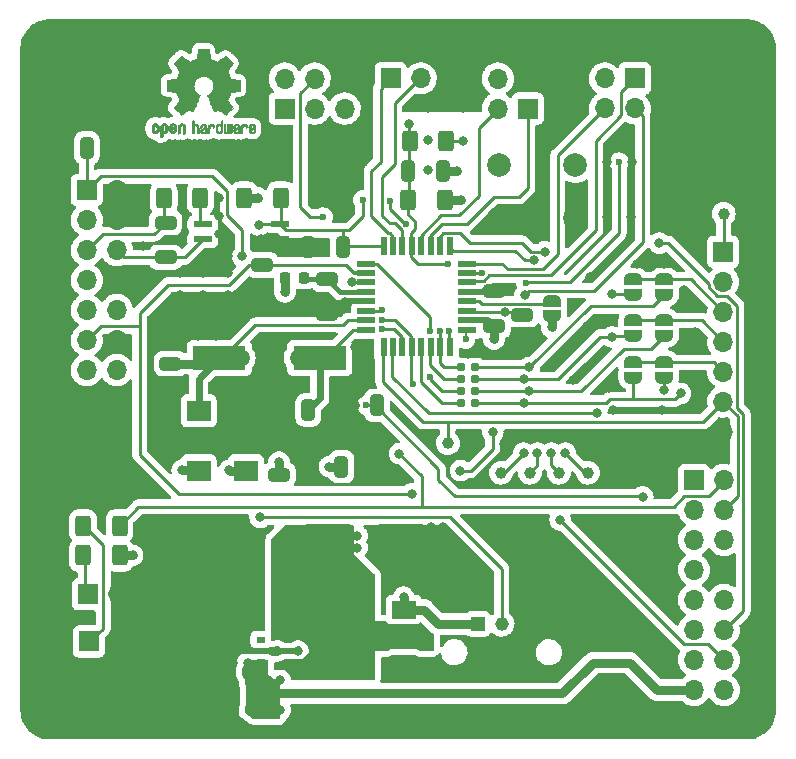
<source format=gbr>
%TF.GenerationSoftware,KiCad,Pcbnew,(6.0.1)*%
%TF.CreationDate,2022-01-20T11:15:22+01:00*%
%TF.ProjectId,LogicBoard_Avr,4c6f6769-6342-46f6-9172-645f4176722e,rev?*%
%TF.SameCoordinates,Original*%
%TF.FileFunction,Copper,L1,Top*%
%TF.FilePolarity,Positive*%
%FSLAX46Y46*%
G04 Gerber Fmt 4.6, Leading zero omitted, Abs format (unit mm)*
G04 Created by KiCad (PCBNEW (6.0.1)) date 2022-01-20 11:15:22*
%MOMM*%
%LPD*%
G01*
G04 APERTURE LIST*
G04 Aperture macros list*
%AMRoundRect*
0 Rectangle with rounded corners*
0 $1 Rounding radius*
0 $2 $3 $4 $5 $6 $7 $8 $9 X,Y pos of 4 corners*
0 Add a 4 corners polygon primitive as box body*
4,1,4,$2,$3,$4,$5,$6,$7,$8,$9,$2,$3,0*
0 Add four circle primitives for the rounded corners*
1,1,$1+$1,$2,$3*
1,1,$1+$1,$4,$5*
1,1,$1+$1,$6,$7*
1,1,$1+$1,$8,$9*
0 Add four rect primitives between the rounded corners*
20,1,$1+$1,$2,$3,$4,$5,0*
20,1,$1+$1,$4,$5,$6,$7,0*
20,1,$1+$1,$6,$7,$8,$9,0*
20,1,$1+$1,$8,$9,$2,$3,0*%
%AMFreePoly0*
4,1,22,0.500000,-0.750000,0.000000,-0.750000,0.000000,-0.745033,-0.079941,-0.743568,-0.215256,-0.701293,-0.333266,-0.622738,-0.424486,-0.514219,-0.481581,-0.384460,-0.499164,-0.250000,-0.500000,-0.250000,-0.500000,0.250000,-0.499164,0.250000,-0.499963,0.256109,-0.478152,0.396186,-0.417904,0.524511,-0.324060,0.630769,-0.204165,0.706417,-0.067858,0.745374,0.000000,0.744959,0.000000,0.750000,
0.500000,0.750000,0.500000,-0.750000,0.500000,-0.750000,$1*%
%AMFreePoly1*
4,1,20,0.000000,0.744959,0.073905,0.744508,0.209726,0.703889,0.328688,0.626782,0.421226,0.519385,0.479903,0.390333,0.500000,0.250000,0.500000,-0.250000,0.499851,-0.262216,0.476331,-0.402017,0.414519,-0.529596,0.319384,-0.634700,0.198574,-0.708877,0.061801,-0.746166,0.000000,-0.745033,0.000000,-0.750000,-0.500000,-0.750000,-0.500000,0.750000,0.000000,0.750000,0.000000,0.744959,
0.000000,0.744959,$1*%
G04 Aperture macros list end*
%TA.AperFunction,EtchedComponent*%
%ADD10C,0.010000*%
%TD*%
%TA.AperFunction,ComponentPad*%
%ADD11R,1.150000X1.150000*%
%TD*%
%TA.AperFunction,ComponentPad*%
%ADD12C,1.150000*%
%TD*%
%TA.AperFunction,SMDPad,CuDef*%
%ADD13FreePoly0,90.000000*%
%TD*%
%TA.AperFunction,SMDPad,CuDef*%
%ADD14FreePoly1,90.000000*%
%TD*%
%TA.AperFunction,SMDPad,CuDef*%
%ADD15RoundRect,0.250000X0.400000X0.625000X-0.400000X0.625000X-0.400000X-0.625000X0.400000X-0.625000X0*%
%TD*%
%TA.AperFunction,ComponentPad*%
%ADD16R,1.700000X1.700000*%
%TD*%
%TA.AperFunction,ComponentPad*%
%ADD17O,1.700000X1.700000*%
%TD*%
%TA.AperFunction,SMDPad,CuDef*%
%ADD18RoundRect,0.250000X-0.400000X-0.625000X0.400000X-0.625000X0.400000X0.625000X-0.400000X0.625000X0*%
%TD*%
%TA.AperFunction,SMDPad,CuDef*%
%ADD19RoundRect,0.160000X-0.197500X-0.160000X0.197500X-0.160000X0.197500X0.160000X-0.197500X0.160000X0*%
%TD*%
%TA.AperFunction,SMDPad,CuDef*%
%ADD20R,0.700000X0.510000*%
%TD*%
%TA.AperFunction,SMDPad,CuDef*%
%ADD21C,1.000000*%
%TD*%
%TA.AperFunction,ComponentPad*%
%ADD22C,5.000000*%
%TD*%
%TA.AperFunction,ComponentPad*%
%ADD23C,0.800000*%
%TD*%
%TA.AperFunction,SMDPad,CuDef*%
%ADD24R,1.600000X0.550000*%
%TD*%
%TA.AperFunction,SMDPad,CuDef*%
%ADD25R,0.550000X1.600000*%
%TD*%
%TA.AperFunction,ComponentPad*%
%ADD26C,2.000000*%
%TD*%
%TA.AperFunction,SMDPad,CuDef*%
%ADD27R,2.000000X1.500000*%
%TD*%
%TA.AperFunction,SMDPad,CuDef*%
%ADD28R,2.000000X3.800000*%
%TD*%
%TA.AperFunction,SMDPad,CuDef*%
%ADD29RoundRect,0.250000X-1.712500X-0.550000X1.712500X-0.550000X1.712500X0.550000X-1.712500X0.550000X0*%
%TD*%
%TA.AperFunction,SMDPad,CuDef*%
%ADD30RoundRect,0.250000X0.650000X-0.325000X0.650000X0.325000X-0.650000X0.325000X-0.650000X-0.325000X0*%
%TD*%
%TA.AperFunction,SMDPad,CuDef*%
%ADD31RoundRect,0.250000X0.325000X0.650000X-0.325000X0.650000X-0.325000X-0.650000X0.325000X-0.650000X0*%
%TD*%
%TA.AperFunction,SMDPad,CuDef*%
%ADD32RoundRect,0.250000X-0.650000X0.325000X-0.650000X-0.325000X0.650000X-0.325000X0.650000X0.325000X0*%
%TD*%
%TA.AperFunction,SMDPad,CuDef*%
%ADD33R,2.000000X1.800000*%
%TD*%
%TA.AperFunction,SMDPad,CuDef*%
%ADD34RoundRect,0.137500X-0.662500X-0.137500X0.662500X-0.137500X0.662500X0.137500X-0.662500X0.137500X0*%
%TD*%
%TA.AperFunction,SMDPad,CuDef*%
%ADD35RoundRect,0.250000X-0.325000X-0.650000X0.325000X-0.650000X0.325000X0.650000X-0.325000X0.650000X0*%
%TD*%
%TA.AperFunction,SMDPad,CuDef*%
%ADD36RoundRect,0.225000X-0.225000X-0.250000X0.225000X-0.250000X0.225000X0.250000X-0.225000X0.250000X0*%
%TD*%
%TA.AperFunction,SMDPad,CuDef*%
%ADD37R,4.500000X2.000000*%
%TD*%
%TA.AperFunction,ComponentPad*%
%ADD38C,1.500000*%
%TD*%
%TA.AperFunction,ViaPad*%
%ADD39C,0.800000*%
%TD*%
%TA.AperFunction,ViaPad*%
%ADD40C,0.600000*%
%TD*%
%TA.AperFunction,Conductor*%
%ADD41C,0.400000*%
%TD*%
%TA.AperFunction,Conductor*%
%ADD42C,0.800000*%
%TD*%
%TA.AperFunction,Conductor*%
%ADD43C,0.830000*%
%TD*%
%TA.AperFunction,Conductor*%
%ADD44C,0.250000*%
%TD*%
%TA.AperFunction,Conductor*%
%ADD45C,0.500000*%
%TD*%
%TA.AperFunction,Conductor*%
%ADD46C,0.550000*%
%TD*%
%TA.AperFunction,Conductor*%
%ADD47C,0.600000*%
%TD*%
%TA.AperFunction,Conductor*%
%ADD48C,0.150000*%
%TD*%
G04 APERTURE END LIST*
D10*
%TO.C,REF\u002A\u002A*%
X134887333Y-75383528D02*
X134943590Y-75409117D01*
X134943590Y-75409117D02*
X134987747Y-75440124D01*
X134987747Y-75440124D02*
X135020101Y-75474795D01*
X135020101Y-75474795D02*
X135042438Y-75519520D01*
X135042438Y-75519520D02*
X135056546Y-75580692D01*
X135056546Y-75580692D02*
X135064211Y-75664701D01*
X135064211Y-75664701D02*
X135067220Y-75777940D01*
X135067220Y-75777940D02*
X135067538Y-75852509D01*
X135067538Y-75852509D02*
X135067538Y-76143420D01*
X135067538Y-76143420D02*
X135017773Y-76166095D01*
X135017773Y-76166095D02*
X134978576Y-76182667D01*
X134978576Y-76182667D02*
X134959157Y-76188769D01*
X134959157Y-76188769D02*
X134955442Y-76170610D01*
X134955442Y-76170610D02*
X134952495Y-76121648D01*
X134952495Y-76121648D02*
X134950691Y-76050153D01*
X134950691Y-76050153D02*
X134950308Y-75993385D01*
X134950308Y-75993385D02*
X134948661Y-75911371D01*
X134948661Y-75911371D02*
X134944222Y-75846309D01*
X134944222Y-75846309D02*
X134937740Y-75806467D01*
X134937740Y-75806467D02*
X134932590Y-75798000D01*
X134932590Y-75798000D02*
X134897977Y-75806646D01*
X134897977Y-75806646D02*
X134843640Y-75828823D01*
X134843640Y-75828823D02*
X134780722Y-75858886D01*
X134780722Y-75858886D02*
X134720368Y-75891192D01*
X134720368Y-75891192D02*
X134673721Y-75920098D01*
X134673721Y-75920098D02*
X134651926Y-75939961D01*
X134651926Y-75939961D02*
X134651839Y-75940175D01*
X134651839Y-75940175D02*
X134653714Y-75976935D01*
X134653714Y-75976935D02*
X134670525Y-76012026D01*
X134670525Y-76012026D02*
X134700039Y-76040528D01*
X134700039Y-76040528D02*
X134743116Y-76050061D01*
X134743116Y-76050061D02*
X134779932Y-76048950D01*
X134779932Y-76048950D02*
X134832074Y-76048133D01*
X134832074Y-76048133D02*
X134859444Y-76060349D01*
X134859444Y-76060349D02*
X134875882Y-76092624D01*
X134875882Y-76092624D02*
X134877955Y-76098710D01*
X134877955Y-76098710D02*
X134885081Y-76144739D01*
X134885081Y-76144739D02*
X134866024Y-76172687D01*
X134866024Y-76172687D02*
X134816353Y-76186007D01*
X134816353Y-76186007D02*
X134762697Y-76188470D01*
X134762697Y-76188470D02*
X134666142Y-76170210D01*
X134666142Y-76170210D02*
X134616159Y-76144131D01*
X134616159Y-76144131D02*
X134554429Y-76082868D01*
X134554429Y-76082868D02*
X134521690Y-76007670D01*
X134521690Y-76007670D02*
X134518753Y-75928211D01*
X134518753Y-75928211D02*
X134546424Y-75854167D01*
X134546424Y-75854167D02*
X134588047Y-75807769D01*
X134588047Y-75807769D02*
X134629604Y-75781793D01*
X134629604Y-75781793D02*
X134694922Y-75748907D01*
X134694922Y-75748907D02*
X134771038Y-75715557D01*
X134771038Y-75715557D02*
X134783726Y-75710461D01*
X134783726Y-75710461D02*
X134867333Y-75673565D01*
X134867333Y-75673565D02*
X134915530Y-75641046D01*
X134915530Y-75641046D02*
X134931030Y-75608718D01*
X134931030Y-75608718D02*
X134916550Y-75572394D01*
X134916550Y-75572394D02*
X134891692Y-75544000D01*
X134891692Y-75544000D02*
X134832939Y-75509039D01*
X134832939Y-75509039D02*
X134768293Y-75506417D01*
X134768293Y-75506417D02*
X134709008Y-75533358D01*
X134709008Y-75533358D02*
X134666339Y-75587088D01*
X134666339Y-75587088D02*
X134660739Y-75600950D01*
X134660739Y-75600950D02*
X134628133Y-75651936D01*
X134628133Y-75651936D02*
X134580530Y-75689787D01*
X134580530Y-75689787D02*
X134520461Y-75720850D01*
X134520461Y-75720850D02*
X134520461Y-75632768D01*
X134520461Y-75632768D02*
X134523997Y-75578951D01*
X134523997Y-75578951D02*
X134539156Y-75536534D01*
X134539156Y-75536534D02*
X134572768Y-75491279D01*
X134572768Y-75491279D02*
X134605035Y-75456420D01*
X134605035Y-75456420D02*
X134655209Y-75407062D01*
X134655209Y-75407062D02*
X134694193Y-75380547D01*
X134694193Y-75380547D02*
X134736064Y-75369911D01*
X134736064Y-75369911D02*
X134783460Y-75368154D01*
X134783460Y-75368154D02*
X134887333Y-75383528D01*
X134887333Y-75383528D02*
X134887333Y-75383528D01*
G36*
X134887333Y-75383528D02*
G01*
X134943590Y-75409117D01*
X134987747Y-75440124D01*
X135020101Y-75474795D01*
X135042438Y-75519520D01*
X135056546Y-75580692D01*
X135064211Y-75664701D01*
X135067220Y-75777940D01*
X135067538Y-75852509D01*
X135067538Y-76143420D01*
X135017773Y-76166095D01*
X134978576Y-76182667D01*
X134959157Y-76188769D01*
X134955442Y-76170610D01*
X134952495Y-76121648D01*
X134950691Y-76050153D01*
X134950308Y-75993385D01*
X134948661Y-75911371D01*
X134944222Y-75846309D01*
X134937740Y-75806467D01*
X134932590Y-75798000D01*
X134897977Y-75806646D01*
X134843640Y-75828823D01*
X134780722Y-75858886D01*
X134720368Y-75891192D01*
X134673721Y-75920098D01*
X134651926Y-75939961D01*
X134651839Y-75940175D01*
X134653714Y-75976935D01*
X134670525Y-76012026D01*
X134700039Y-76040528D01*
X134743116Y-76050061D01*
X134779932Y-76048950D01*
X134832074Y-76048133D01*
X134859444Y-76060349D01*
X134875882Y-76092624D01*
X134877955Y-76098710D01*
X134885081Y-76144739D01*
X134866024Y-76172687D01*
X134816353Y-76186007D01*
X134762697Y-76188470D01*
X134666142Y-76170210D01*
X134616159Y-76144131D01*
X134554429Y-76082868D01*
X134521690Y-76007670D01*
X134518753Y-75928211D01*
X134546424Y-75854167D01*
X134588047Y-75807769D01*
X134629604Y-75781793D01*
X134694922Y-75748907D01*
X134771038Y-75715557D01*
X134783726Y-75710461D01*
X134867333Y-75673565D01*
X134915530Y-75641046D01*
X134931030Y-75608718D01*
X134916550Y-75572394D01*
X134891692Y-75544000D01*
X134832939Y-75509039D01*
X134768293Y-75506417D01*
X134709008Y-75533358D01*
X134666339Y-75587088D01*
X134660739Y-75600950D01*
X134628133Y-75651936D01*
X134580530Y-75689787D01*
X134520461Y-75720850D01*
X134520461Y-75632768D01*
X134523997Y-75578951D01*
X134539156Y-75536534D01*
X134572768Y-75491279D01*
X134605035Y-75456420D01*
X134655209Y-75407062D01*
X134694193Y-75380547D01*
X134736064Y-75369911D01*
X134783460Y-75368154D01*
X134887333Y-75383528D01*
G37*
X134887333Y-75383528D02*
X134943590Y-75409117D01*
X134987747Y-75440124D01*
X135020101Y-75474795D01*
X135042438Y-75519520D01*
X135056546Y-75580692D01*
X135064211Y-75664701D01*
X135067220Y-75777940D01*
X135067538Y-75852509D01*
X135067538Y-76143420D01*
X135017773Y-76166095D01*
X134978576Y-76182667D01*
X134959157Y-76188769D01*
X134955442Y-76170610D01*
X134952495Y-76121648D01*
X134950691Y-76050153D01*
X134950308Y-75993385D01*
X134948661Y-75911371D01*
X134944222Y-75846309D01*
X134937740Y-75806467D01*
X134932590Y-75798000D01*
X134897977Y-75806646D01*
X134843640Y-75828823D01*
X134780722Y-75858886D01*
X134720368Y-75891192D01*
X134673721Y-75920098D01*
X134651926Y-75939961D01*
X134651839Y-75940175D01*
X134653714Y-75976935D01*
X134670525Y-76012026D01*
X134700039Y-76040528D01*
X134743116Y-76050061D01*
X134779932Y-76048950D01*
X134832074Y-76048133D01*
X134859444Y-76060349D01*
X134875882Y-76092624D01*
X134877955Y-76098710D01*
X134885081Y-76144739D01*
X134866024Y-76172687D01*
X134816353Y-76186007D01*
X134762697Y-76188470D01*
X134666142Y-76170210D01*
X134616159Y-76144131D01*
X134554429Y-76082868D01*
X134521690Y-76007670D01*
X134518753Y-75928211D01*
X134546424Y-75854167D01*
X134588047Y-75807769D01*
X134629604Y-75781793D01*
X134694922Y-75748907D01*
X134771038Y-75715557D01*
X134783726Y-75710461D01*
X134867333Y-75673565D01*
X134915530Y-75641046D01*
X134931030Y-75608718D01*
X134916550Y-75572394D01*
X134891692Y-75544000D01*
X134832939Y-75509039D01*
X134768293Y-75506417D01*
X134709008Y-75533358D01*
X134666339Y-75587088D01*
X134660739Y-75600950D01*
X134628133Y-75651936D01*
X134580530Y-75689787D01*
X134520461Y-75720850D01*
X134520461Y-75632768D01*
X134523997Y-75578951D01*
X134539156Y-75536534D01*
X134572768Y-75491279D01*
X134605035Y-75456420D01*
X134655209Y-75407062D01*
X134694193Y-75380547D01*
X134736064Y-75369911D01*
X134783460Y-75368154D01*
X134887333Y-75383528D01*
X132139878Y-69037776D02*
X132245612Y-69038355D01*
X132245612Y-69038355D02*
X132322132Y-69039922D01*
X132322132Y-69039922D02*
X132374372Y-69042972D01*
X132374372Y-69042972D02*
X132407263Y-69047996D01*
X132407263Y-69047996D02*
X132425737Y-69055489D01*
X132425737Y-69055489D02*
X132434727Y-69065944D01*
X132434727Y-69065944D02*
X132439163Y-69079853D01*
X132439163Y-69079853D02*
X132439594Y-69081654D01*
X132439594Y-69081654D02*
X132446333Y-69114145D01*
X132446333Y-69114145D02*
X132458808Y-69178252D01*
X132458808Y-69178252D02*
X132475719Y-69267151D01*
X132475719Y-69267151D02*
X132495771Y-69374019D01*
X132495771Y-69374019D02*
X132517664Y-69492033D01*
X132517664Y-69492033D02*
X132518429Y-69496178D01*
X132518429Y-69496178D02*
X132540359Y-69611831D01*
X132540359Y-69611831D02*
X132560877Y-69714014D01*
X132560877Y-69714014D02*
X132578659Y-69796598D01*
X132578659Y-69796598D02*
X132592381Y-69853456D01*
X132592381Y-69853456D02*
X132600718Y-69878458D01*
X132600718Y-69878458D02*
X132601116Y-69878901D01*
X132601116Y-69878901D02*
X132625677Y-69891110D01*
X132625677Y-69891110D02*
X132676315Y-69911456D01*
X132676315Y-69911456D02*
X132742095Y-69935545D01*
X132742095Y-69935545D02*
X132742461Y-69935674D01*
X132742461Y-69935674D02*
X132825317Y-69966818D01*
X132825317Y-69966818D02*
X132923000Y-70006491D01*
X132923000Y-70006491D02*
X133015077Y-70046381D01*
X133015077Y-70046381D02*
X133019434Y-70048353D01*
X133019434Y-70048353D02*
X133169407Y-70116420D01*
X133169407Y-70116420D02*
X133501498Y-69889639D01*
X133501498Y-69889639D02*
X133603374Y-69820504D01*
X133603374Y-69820504D02*
X133695657Y-69758697D01*
X133695657Y-69758697D02*
X133773003Y-69707733D01*
X133773003Y-69707733D02*
X133830064Y-69671127D01*
X133830064Y-69671127D02*
X133861495Y-69652394D01*
X133861495Y-69652394D02*
X133864479Y-69651004D01*
X133864479Y-69651004D02*
X133887321Y-69657190D01*
X133887321Y-69657190D02*
X133929982Y-69687035D01*
X133929982Y-69687035D02*
X133994128Y-69741947D01*
X133994128Y-69741947D02*
X134081421Y-69823334D01*
X134081421Y-69823334D02*
X134170535Y-69909922D01*
X134170535Y-69909922D02*
X134256441Y-69995247D01*
X134256441Y-69995247D02*
X134333327Y-70073108D01*
X134333327Y-70073108D02*
X134396564Y-70138697D01*
X134396564Y-70138697D02*
X134441523Y-70187205D01*
X134441523Y-70187205D02*
X134463576Y-70213825D01*
X134463576Y-70213825D02*
X134464396Y-70215195D01*
X134464396Y-70215195D02*
X134466834Y-70233463D01*
X134466834Y-70233463D02*
X134457650Y-70263295D01*
X134457650Y-70263295D02*
X134434574Y-70308721D01*
X134434574Y-70308721D02*
X134395337Y-70373770D01*
X134395337Y-70373770D02*
X134337670Y-70462470D01*
X134337670Y-70462470D02*
X134260795Y-70576657D01*
X134260795Y-70576657D02*
X134192570Y-70677162D01*
X134192570Y-70677162D02*
X134131582Y-70767303D01*
X134131582Y-70767303D02*
X134081356Y-70841849D01*
X134081356Y-70841849D02*
X134045416Y-70895565D01*
X134045416Y-70895565D02*
X134027287Y-70923218D01*
X134027287Y-70923218D02*
X134026146Y-70925095D01*
X134026146Y-70925095D02*
X134028359Y-70951590D01*
X134028359Y-70951590D02*
X134045138Y-71003086D01*
X134045138Y-71003086D02*
X134073142Y-71069851D01*
X134073142Y-71069851D02*
X134083122Y-71091172D01*
X134083122Y-71091172D02*
X134126672Y-71186159D01*
X134126672Y-71186159D02*
X134173134Y-71293937D01*
X134173134Y-71293937D02*
X134210877Y-71387192D01*
X134210877Y-71387192D02*
X134238073Y-71456406D01*
X134238073Y-71456406D02*
X134259675Y-71509006D01*
X134259675Y-71509006D02*
X134272158Y-71536497D01*
X134272158Y-71536497D02*
X134273709Y-71538616D01*
X134273709Y-71538616D02*
X134296668Y-71542124D01*
X134296668Y-71542124D02*
X134350786Y-71551738D01*
X134350786Y-71551738D02*
X134428868Y-71566089D01*
X134428868Y-71566089D02*
X134523719Y-71583807D01*
X134523719Y-71583807D02*
X134628143Y-71603525D01*
X134628143Y-71603525D02*
X134734944Y-71623874D01*
X134734944Y-71623874D02*
X134836926Y-71643486D01*
X134836926Y-71643486D02*
X134926894Y-71660991D01*
X134926894Y-71660991D02*
X134997653Y-71675022D01*
X134997653Y-71675022D02*
X135042006Y-71684209D01*
X135042006Y-71684209D02*
X135052885Y-71686807D01*
X135052885Y-71686807D02*
X135064122Y-71693218D01*
X135064122Y-71693218D02*
X135072605Y-71707697D01*
X135072605Y-71707697D02*
X135078714Y-71735133D01*
X135078714Y-71735133D02*
X135082832Y-71780411D01*
X135082832Y-71780411D02*
X135085341Y-71848420D01*
X135085341Y-71848420D02*
X135086621Y-71944047D01*
X135086621Y-71944047D02*
X135087054Y-72072180D01*
X135087054Y-72072180D02*
X135087077Y-72124701D01*
X135087077Y-72124701D02*
X135087077Y-72551845D01*
X135087077Y-72551845D02*
X134984500Y-72572091D01*
X134984500Y-72572091D02*
X134927431Y-72583070D01*
X134927431Y-72583070D02*
X134842269Y-72599095D01*
X134842269Y-72599095D02*
X134739372Y-72618233D01*
X134739372Y-72618233D02*
X134629096Y-72638551D01*
X134629096Y-72638551D02*
X134598615Y-72644132D01*
X134598615Y-72644132D02*
X134496855Y-72663917D01*
X134496855Y-72663917D02*
X134408205Y-72683373D01*
X134408205Y-72683373D02*
X134340108Y-72700697D01*
X134340108Y-72700697D02*
X134300004Y-72714088D01*
X134300004Y-72714088D02*
X134293323Y-72718079D01*
X134293323Y-72718079D02*
X134276919Y-72746342D01*
X134276919Y-72746342D02*
X134253399Y-72801109D01*
X134253399Y-72801109D02*
X134227316Y-72871588D01*
X134227316Y-72871588D02*
X134222142Y-72886769D01*
X134222142Y-72886769D02*
X134187956Y-72980896D01*
X134187956Y-72980896D02*
X134145523Y-73087101D01*
X134145523Y-73087101D02*
X134103997Y-73182473D01*
X134103997Y-73182473D02*
X134103792Y-73182916D01*
X134103792Y-73182916D02*
X134034640Y-73332525D01*
X134034640Y-73332525D02*
X134489512Y-74001617D01*
X134489512Y-74001617D02*
X134197500Y-74294116D01*
X134197500Y-74294116D02*
X134109180Y-74381170D01*
X134109180Y-74381170D02*
X134028625Y-74457909D01*
X134028625Y-74457909D02*
X133960360Y-74520237D01*
X133960360Y-74520237D02*
X133908908Y-74564056D01*
X133908908Y-74564056D02*
X133878794Y-74585270D01*
X133878794Y-74585270D02*
X133874474Y-74586616D01*
X133874474Y-74586616D02*
X133849111Y-74576016D01*
X133849111Y-74576016D02*
X133797358Y-74546547D01*
X133797358Y-74546547D02*
X133724868Y-74501705D01*
X133724868Y-74501705D02*
X133637294Y-74444984D01*
X133637294Y-74444984D02*
X133542612Y-74381462D01*
X133542612Y-74381462D02*
X133446516Y-74316668D01*
X133446516Y-74316668D02*
X133360837Y-74260287D01*
X133360837Y-74260287D02*
X133291016Y-74215788D01*
X133291016Y-74215788D02*
X133242494Y-74186639D01*
X133242494Y-74186639D02*
X133220782Y-74176308D01*
X133220782Y-74176308D02*
X133194293Y-74185050D01*
X133194293Y-74185050D02*
X133144062Y-74208087D01*
X133144062Y-74208087D02*
X133080451Y-74240631D01*
X133080451Y-74240631D02*
X133073708Y-74244249D01*
X133073708Y-74244249D02*
X132988046Y-74287210D01*
X132988046Y-74287210D02*
X132929306Y-74308279D01*
X132929306Y-74308279D02*
X132892772Y-74308503D01*
X132892772Y-74308503D02*
X132873731Y-74288928D01*
X132873731Y-74288928D02*
X132873620Y-74288654D01*
X132873620Y-74288654D02*
X132864102Y-74265472D01*
X132864102Y-74265472D02*
X132841403Y-74210441D01*
X132841403Y-74210441D02*
X132807282Y-74127822D01*
X132807282Y-74127822D02*
X132763500Y-74021872D01*
X132763500Y-74021872D02*
X132711816Y-73896852D01*
X132711816Y-73896852D02*
X132653992Y-73757020D01*
X132653992Y-73757020D02*
X132597991Y-73621637D01*
X132597991Y-73621637D02*
X132536447Y-73472234D01*
X132536447Y-73472234D02*
X132479939Y-73333832D01*
X132479939Y-73333832D02*
X132430161Y-73210673D01*
X132430161Y-73210673D02*
X132388806Y-73107002D01*
X132388806Y-73107002D02*
X132357568Y-73027059D01*
X132357568Y-73027059D02*
X132338141Y-72975088D01*
X132338141Y-72975088D02*
X132332154Y-72955692D01*
X132332154Y-72955692D02*
X132347168Y-72933443D01*
X132347168Y-72933443D02*
X132386439Y-72897982D01*
X132386439Y-72897982D02*
X132438807Y-72858887D01*
X132438807Y-72858887D02*
X132587941Y-72735245D01*
X132587941Y-72735245D02*
X132704511Y-72593522D01*
X132704511Y-72593522D02*
X132787118Y-72436704D01*
X132787118Y-72436704D02*
X132834366Y-72267775D01*
X132834366Y-72267775D02*
X132844857Y-72089722D01*
X132844857Y-72089722D02*
X132837231Y-72007539D01*
X132837231Y-72007539D02*
X132795682Y-71837031D01*
X132795682Y-71837031D02*
X132724123Y-71686459D01*
X132724123Y-71686459D02*
X132626995Y-71557309D01*
X132626995Y-71557309D02*
X132508734Y-71451064D01*
X132508734Y-71451064D02*
X132373780Y-71369210D01*
X132373780Y-71369210D02*
X132226571Y-71313232D01*
X132226571Y-71313232D02*
X132071544Y-71284615D01*
X132071544Y-71284615D02*
X131913139Y-71284844D01*
X131913139Y-71284844D02*
X131755794Y-71315405D01*
X131755794Y-71315405D02*
X131603946Y-71377782D01*
X131603946Y-71377782D02*
X131462035Y-71473460D01*
X131462035Y-71473460D02*
X131402803Y-71527572D01*
X131402803Y-71527572D02*
X131289203Y-71666520D01*
X131289203Y-71666520D02*
X131210106Y-71818361D01*
X131210106Y-71818361D02*
X131164986Y-71978667D01*
X131164986Y-71978667D02*
X131153316Y-72143012D01*
X131153316Y-72143012D02*
X131174569Y-72306971D01*
X131174569Y-72306971D02*
X131228220Y-72466118D01*
X131228220Y-72466118D02*
X131313740Y-72616025D01*
X131313740Y-72616025D02*
X131430605Y-72752267D01*
X131430605Y-72752267D02*
X131561193Y-72858887D01*
X131561193Y-72858887D02*
X131615588Y-72899642D01*
X131615588Y-72899642D02*
X131654014Y-72934718D01*
X131654014Y-72934718D02*
X131667846Y-72955726D01*
X131667846Y-72955726D02*
X131660603Y-72978635D01*
X131660603Y-72978635D02*
X131640005Y-73033365D01*
X131640005Y-73033365D02*
X131607746Y-73115672D01*
X131607746Y-73115672D02*
X131565521Y-73221315D01*
X131565521Y-73221315D02*
X131515023Y-73346050D01*
X131515023Y-73346050D02*
X131457948Y-73485636D01*
X131457948Y-73485636D02*
X131401854Y-73621670D01*
X131401854Y-73621670D02*
X131339967Y-73771201D01*
X131339967Y-73771201D02*
X131282644Y-73909767D01*
X131282644Y-73909767D02*
X131231644Y-74033107D01*
X131231644Y-74033107D02*
X131188727Y-74136964D01*
X131188727Y-74136964D02*
X131155653Y-74217080D01*
X131155653Y-74217080D02*
X131134181Y-74269195D01*
X131134181Y-74269195D02*
X131126225Y-74288654D01*
X131126225Y-74288654D02*
X131107429Y-74308423D01*
X131107429Y-74308423D02*
X131071074Y-74308365D01*
X131071074Y-74308365D02*
X131012479Y-74287441D01*
X131012479Y-74287441D02*
X130926968Y-74244613D01*
X130926968Y-74244613D02*
X130926292Y-74244249D01*
X130926292Y-74244249D02*
X130861907Y-74211012D01*
X130861907Y-74211012D02*
X130809861Y-74186802D01*
X130809861Y-74186802D02*
X130780512Y-74176404D01*
X130780512Y-74176404D02*
X130779217Y-74176308D01*
X130779217Y-74176308D02*
X130757124Y-74186855D01*
X130757124Y-74186855D02*
X130708348Y-74216184D01*
X130708348Y-74216184D02*
X130638331Y-74260827D01*
X130638331Y-74260827D02*
X130552514Y-74317314D01*
X130552514Y-74317314D02*
X130457388Y-74381462D01*
X130457388Y-74381462D02*
X130360540Y-74446411D01*
X130360540Y-74446411D02*
X130273253Y-74502896D01*
X130273253Y-74502896D02*
X130201181Y-74547421D01*
X130201181Y-74547421D02*
X130149977Y-74576490D01*
X130149977Y-74576490D02*
X130125526Y-74586616D01*
X130125526Y-74586616D02*
X130103010Y-74573307D01*
X130103010Y-74573307D02*
X130057742Y-74536112D01*
X130057742Y-74536112D02*
X129994244Y-74479128D01*
X129994244Y-74479128D02*
X129917039Y-74406449D01*
X129917039Y-74406449D02*
X129830651Y-74322171D01*
X129830651Y-74322171D02*
X129802399Y-74294016D01*
X129802399Y-74294016D02*
X129510287Y-74001416D01*
X129510287Y-74001416D02*
X129732631Y-73675104D01*
X129732631Y-73675104D02*
X129800202Y-73574897D01*
X129800202Y-73574897D02*
X129859507Y-73484963D01*
X129859507Y-73484963D02*
X129907217Y-73410510D01*
X129907217Y-73410510D02*
X129940007Y-73356751D01*
X129940007Y-73356751D02*
X129954548Y-73328894D01*
X129954548Y-73328894D02*
X129954974Y-73326912D01*
X129954974Y-73326912D02*
X129947308Y-73300655D01*
X129947308Y-73300655D02*
X129926689Y-73247837D01*
X129926689Y-73247837D02*
X129896685Y-73177310D01*
X129896685Y-73177310D02*
X129875625Y-73130093D01*
X129875625Y-73130093D02*
X129836248Y-73039694D01*
X129836248Y-73039694D02*
X129799165Y-72948366D01*
X129799165Y-72948366D02*
X129770415Y-72871200D01*
X129770415Y-72871200D02*
X129762605Y-72847692D01*
X129762605Y-72847692D02*
X129740417Y-72784916D01*
X129740417Y-72784916D02*
X129718727Y-72736411D01*
X129718727Y-72736411D02*
X129706813Y-72718079D01*
X129706813Y-72718079D02*
X129680523Y-72706859D01*
X129680523Y-72706859D02*
X129623142Y-72690954D01*
X129623142Y-72690954D02*
X129542118Y-72672167D01*
X129542118Y-72672167D02*
X129444895Y-72652299D01*
X129444895Y-72652299D02*
X129401385Y-72644132D01*
X129401385Y-72644132D02*
X129290896Y-72623829D01*
X129290896Y-72623829D02*
X129184916Y-72604170D01*
X129184916Y-72604170D02*
X129093801Y-72587088D01*
X129093801Y-72587088D02*
X129027908Y-72574518D01*
X129027908Y-72574518D02*
X129015500Y-72572091D01*
X129015500Y-72572091D02*
X128912923Y-72551845D01*
X128912923Y-72551845D02*
X128912923Y-72124701D01*
X128912923Y-72124701D02*
X128913153Y-71984246D01*
X128913153Y-71984246D02*
X128914099Y-71877979D01*
X128914099Y-71877979D02*
X128916141Y-71801013D01*
X128916141Y-71801013D02*
X128919662Y-71748460D01*
X128919662Y-71748460D02*
X128925043Y-71715433D01*
X128925043Y-71715433D02*
X128932666Y-71697045D01*
X128932666Y-71697045D02*
X128942912Y-71688408D01*
X128942912Y-71688408D02*
X128947115Y-71686807D01*
X128947115Y-71686807D02*
X128972470Y-71681127D01*
X128972470Y-71681127D02*
X129028484Y-71669795D01*
X129028484Y-71669795D02*
X129107964Y-71654179D01*
X129107964Y-71654179D02*
X129203712Y-71635647D01*
X129203712Y-71635647D02*
X129308533Y-71615569D01*
X129308533Y-71615569D02*
X129415232Y-71595312D01*
X129415232Y-71595312D02*
X129516613Y-71576246D01*
X129516613Y-71576246D02*
X129605479Y-71559739D01*
X129605479Y-71559739D02*
X129674637Y-71547159D01*
X129674637Y-71547159D02*
X129716889Y-71539875D01*
X129716889Y-71539875D02*
X129726290Y-71538616D01*
X129726290Y-71538616D02*
X129734807Y-71521763D01*
X129734807Y-71521763D02*
X129753660Y-71476870D01*
X129753660Y-71476870D02*
X129779324Y-71412430D01*
X129779324Y-71412430D02*
X129789123Y-71387192D01*
X129789123Y-71387192D02*
X129828648Y-71289686D01*
X129828648Y-71289686D02*
X129875192Y-71181959D01*
X129875192Y-71181959D02*
X129916877Y-71091172D01*
X129916877Y-71091172D02*
X129947550Y-71021753D01*
X129947550Y-71021753D02*
X129967956Y-70964710D01*
X129967956Y-70964710D02*
X129974768Y-70929777D01*
X129974768Y-70929777D02*
X129973682Y-70925095D01*
X129973682Y-70925095D02*
X129959285Y-70902991D01*
X129959285Y-70902991D02*
X129926412Y-70853831D01*
X129926412Y-70853831D02*
X129878590Y-70782848D01*
X129878590Y-70782848D02*
X129819348Y-70695278D01*
X129819348Y-70695278D02*
X129752215Y-70596357D01*
X129752215Y-70596357D02*
X129738941Y-70576830D01*
X129738941Y-70576830D02*
X129661046Y-70461140D01*
X129661046Y-70461140D02*
X129603787Y-70373044D01*
X129603787Y-70373044D02*
X129564881Y-70308486D01*
X129564881Y-70308486D02*
X129542044Y-70263411D01*
X129542044Y-70263411D02*
X129532994Y-70233763D01*
X129532994Y-70233763D02*
X129535448Y-70215485D01*
X129535448Y-70215485D02*
X129535511Y-70215369D01*
X129535511Y-70215369D02*
X129554827Y-70191361D01*
X129554827Y-70191361D02*
X129597551Y-70144947D01*
X129597551Y-70144947D02*
X129659051Y-70080937D01*
X129659051Y-70080937D02*
X129734698Y-70004145D01*
X129734698Y-70004145D02*
X129819861Y-69919382D01*
X129819861Y-69919382D02*
X129829465Y-69909922D01*
X129829465Y-69909922D02*
X129936790Y-69805989D01*
X129936790Y-69805989D02*
X130019615Y-69729675D01*
X130019615Y-69729675D02*
X130079605Y-69679571D01*
X130079605Y-69679571D02*
X130118423Y-69654270D01*
X130118423Y-69654270D02*
X130135520Y-69651004D01*
X130135520Y-69651004D02*
X130160473Y-69665250D01*
X130160473Y-69665250D02*
X130212255Y-69698156D01*
X130212255Y-69698156D02*
X130285520Y-69746208D01*
X130285520Y-69746208D02*
X130374920Y-69805890D01*
X130374920Y-69805890D02*
X130475111Y-69873688D01*
X130475111Y-69873688D02*
X130498501Y-69889639D01*
X130498501Y-69889639D02*
X130830593Y-70116420D01*
X130830593Y-70116420D02*
X130980565Y-70048353D01*
X130980565Y-70048353D02*
X131071770Y-70008685D01*
X131071770Y-70008685D02*
X131169669Y-69968791D01*
X131169669Y-69968791D02*
X131253831Y-69936983D01*
X131253831Y-69936983D02*
X131257538Y-69935674D01*
X131257538Y-69935674D02*
X131323369Y-69911576D01*
X131323369Y-69911576D02*
X131374116Y-69891200D01*
X131374116Y-69891200D02*
X131398842Y-69878936D01*
X131398842Y-69878936D02*
X131398884Y-69878901D01*
X131398884Y-69878901D02*
X131406729Y-69856734D01*
X131406729Y-69856734D02*
X131420066Y-69802217D01*
X131420066Y-69802217D02*
X131437570Y-69721480D01*
X131437570Y-69721480D02*
X131457917Y-69620650D01*
X131457917Y-69620650D02*
X131479782Y-69505856D01*
X131479782Y-69505856D02*
X131481571Y-69496178D01*
X131481571Y-69496178D02*
X131503504Y-69377904D01*
X131503504Y-69377904D02*
X131523640Y-69270542D01*
X131523640Y-69270542D02*
X131540680Y-69180917D01*
X131540680Y-69180917D02*
X131553328Y-69115851D01*
X131553328Y-69115851D02*
X131560284Y-69082168D01*
X131560284Y-69082168D02*
X131560406Y-69081654D01*
X131560406Y-69081654D02*
X131564639Y-69067325D01*
X131564639Y-69067325D02*
X131572871Y-69056507D01*
X131572871Y-69056507D02*
X131590033Y-69048706D01*
X131590033Y-69048706D02*
X131621058Y-69043429D01*
X131621058Y-69043429D02*
X131670878Y-69040182D01*
X131670878Y-69040182D02*
X131744424Y-69038472D01*
X131744424Y-69038472D02*
X131846629Y-69037807D01*
X131846629Y-69037807D02*
X131982425Y-69037693D01*
X131982425Y-69037693D02*
X132000000Y-69037692D01*
X132000000Y-69037692D02*
X132139878Y-69037776D01*
X132139878Y-69037776D02*
X132139878Y-69037776D01*
G36*
X132139878Y-69037776D02*
G01*
X132245612Y-69038355D01*
X132322132Y-69039922D01*
X132374372Y-69042972D01*
X132407263Y-69047996D01*
X132425737Y-69055489D01*
X132434727Y-69065944D01*
X132439163Y-69079853D01*
X132439594Y-69081654D01*
X132446333Y-69114145D01*
X132458808Y-69178252D01*
X132475719Y-69267151D01*
X132495771Y-69374019D01*
X132517664Y-69492033D01*
X132518429Y-69496178D01*
X132540359Y-69611831D01*
X132560877Y-69714014D01*
X132578659Y-69796598D01*
X132592381Y-69853456D01*
X132600718Y-69878458D01*
X132601116Y-69878901D01*
X132625677Y-69891110D01*
X132676315Y-69911456D01*
X132742095Y-69935545D01*
X132742461Y-69935674D01*
X132825317Y-69966818D01*
X132923000Y-70006491D01*
X133015077Y-70046381D01*
X133019434Y-70048353D01*
X133169407Y-70116420D01*
X133501498Y-69889639D01*
X133603374Y-69820504D01*
X133695657Y-69758697D01*
X133773003Y-69707733D01*
X133830064Y-69671127D01*
X133861495Y-69652394D01*
X133864479Y-69651004D01*
X133887321Y-69657190D01*
X133929982Y-69687035D01*
X133994128Y-69741947D01*
X134081421Y-69823334D01*
X134170535Y-69909922D01*
X134256441Y-69995247D01*
X134333327Y-70073108D01*
X134396564Y-70138697D01*
X134441523Y-70187205D01*
X134463576Y-70213825D01*
X134464396Y-70215195D01*
X134466834Y-70233463D01*
X134457650Y-70263295D01*
X134434574Y-70308721D01*
X134395337Y-70373770D01*
X134337670Y-70462470D01*
X134260795Y-70576657D01*
X134192570Y-70677162D01*
X134131582Y-70767303D01*
X134081356Y-70841849D01*
X134045416Y-70895565D01*
X134027287Y-70923218D01*
X134026146Y-70925095D01*
X134028359Y-70951590D01*
X134045138Y-71003086D01*
X134073142Y-71069851D01*
X134083122Y-71091172D01*
X134126672Y-71186159D01*
X134173134Y-71293937D01*
X134210877Y-71387192D01*
X134238073Y-71456406D01*
X134259675Y-71509006D01*
X134272158Y-71536497D01*
X134273709Y-71538616D01*
X134296668Y-71542124D01*
X134350786Y-71551738D01*
X134428868Y-71566089D01*
X134523719Y-71583807D01*
X134628143Y-71603525D01*
X134734944Y-71623874D01*
X134836926Y-71643486D01*
X134926894Y-71660991D01*
X134997653Y-71675022D01*
X135042006Y-71684209D01*
X135052885Y-71686807D01*
X135064122Y-71693218D01*
X135072605Y-71707697D01*
X135078714Y-71735133D01*
X135082832Y-71780411D01*
X135085341Y-71848420D01*
X135086621Y-71944047D01*
X135087054Y-72072180D01*
X135087077Y-72124701D01*
X135087077Y-72551845D01*
X134984500Y-72572091D01*
X134927431Y-72583070D01*
X134842269Y-72599095D01*
X134739372Y-72618233D01*
X134629096Y-72638551D01*
X134598615Y-72644132D01*
X134496855Y-72663917D01*
X134408205Y-72683373D01*
X134340108Y-72700697D01*
X134300004Y-72714088D01*
X134293323Y-72718079D01*
X134276919Y-72746342D01*
X134253399Y-72801109D01*
X134227316Y-72871588D01*
X134222142Y-72886769D01*
X134187956Y-72980896D01*
X134145523Y-73087101D01*
X134103997Y-73182473D01*
X134103792Y-73182916D01*
X134034640Y-73332525D01*
X134489512Y-74001617D01*
X134197500Y-74294116D01*
X134109180Y-74381170D01*
X134028625Y-74457909D01*
X133960360Y-74520237D01*
X133908908Y-74564056D01*
X133878794Y-74585270D01*
X133874474Y-74586616D01*
X133849111Y-74576016D01*
X133797358Y-74546547D01*
X133724868Y-74501705D01*
X133637294Y-74444984D01*
X133542612Y-74381462D01*
X133446516Y-74316668D01*
X133360837Y-74260287D01*
X133291016Y-74215788D01*
X133242494Y-74186639D01*
X133220782Y-74176308D01*
X133194293Y-74185050D01*
X133144062Y-74208087D01*
X133080451Y-74240631D01*
X133073708Y-74244249D01*
X132988046Y-74287210D01*
X132929306Y-74308279D01*
X132892772Y-74308503D01*
X132873731Y-74288928D01*
X132873620Y-74288654D01*
X132864102Y-74265472D01*
X132841403Y-74210441D01*
X132807282Y-74127822D01*
X132763500Y-74021872D01*
X132711816Y-73896852D01*
X132653992Y-73757020D01*
X132597991Y-73621637D01*
X132536447Y-73472234D01*
X132479939Y-73333832D01*
X132430161Y-73210673D01*
X132388806Y-73107002D01*
X132357568Y-73027059D01*
X132338141Y-72975088D01*
X132332154Y-72955692D01*
X132347168Y-72933443D01*
X132386439Y-72897982D01*
X132438807Y-72858887D01*
X132587941Y-72735245D01*
X132704511Y-72593522D01*
X132787118Y-72436704D01*
X132834366Y-72267775D01*
X132844857Y-72089722D01*
X132837231Y-72007539D01*
X132795682Y-71837031D01*
X132724123Y-71686459D01*
X132626995Y-71557309D01*
X132508734Y-71451064D01*
X132373780Y-71369210D01*
X132226571Y-71313232D01*
X132071544Y-71284615D01*
X131913139Y-71284844D01*
X131755794Y-71315405D01*
X131603946Y-71377782D01*
X131462035Y-71473460D01*
X131402803Y-71527572D01*
X131289203Y-71666520D01*
X131210106Y-71818361D01*
X131164986Y-71978667D01*
X131153316Y-72143012D01*
X131174569Y-72306971D01*
X131228220Y-72466118D01*
X131313740Y-72616025D01*
X131430605Y-72752267D01*
X131561193Y-72858887D01*
X131615588Y-72899642D01*
X131654014Y-72934718D01*
X131667846Y-72955726D01*
X131660603Y-72978635D01*
X131640005Y-73033365D01*
X131607746Y-73115672D01*
X131565521Y-73221315D01*
X131515023Y-73346050D01*
X131457948Y-73485636D01*
X131401854Y-73621670D01*
X131339967Y-73771201D01*
X131282644Y-73909767D01*
X131231644Y-74033107D01*
X131188727Y-74136964D01*
X131155653Y-74217080D01*
X131134181Y-74269195D01*
X131126225Y-74288654D01*
X131107429Y-74308423D01*
X131071074Y-74308365D01*
X131012479Y-74287441D01*
X130926968Y-74244613D01*
X130926292Y-74244249D01*
X130861907Y-74211012D01*
X130809861Y-74186802D01*
X130780512Y-74176404D01*
X130779217Y-74176308D01*
X130757124Y-74186855D01*
X130708348Y-74216184D01*
X130638331Y-74260827D01*
X130552514Y-74317314D01*
X130457388Y-74381462D01*
X130360540Y-74446411D01*
X130273253Y-74502896D01*
X130201181Y-74547421D01*
X130149977Y-74576490D01*
X130125526Y-74586616D01*
X130103010Y-74573307D01*
X130057742Y-74536112D01*
X129994244Y-74479128D01*
X129917039Y-74406449D01*
X129830651Y-74322171D01*
X129802399Y-74294016D01*
X129510287Y-74001416D01*
X129732631Y-73675104D01*
X129800202Y-73574897D01*
X129859507Y-73484963D01*
X129907217Y-73410510D01*
X129940007Y-73356751D01*
X129954548Y-73328894D01*
X129954974Y-73326912D01*
X129947308Y-73300655D01*
X129926689Y-73247837D01*
X129896685Y-73177310D01*
X129875625Y-73130093D01*
X129836248Y-73039694D01*
X129799165Y-72948366D01*
X129770415Y-72871200D01*
X129762605Y-72847692D01*
X129740417Y-72784916D01*
X129718727Y-72736411D01*
X129706813Y-72718079D01*
X129680523Y-72706859D01*
X129623142Y-72690954D01*
X129542118Y-72672167D01*
X129444895Y-72652299D01*
X129401385Y-72644132D01*
X129290896Y-72623829D01*
X129184916Y-72604170D01*
X129093801Y-72587088D01*
X129027908Y-72574518D01*
X129015500Y-72572091D01*
X128912923Y-72551845D01*
X128912923Y-72124701D01*
X128913153Y-71984246D01*
X128914099Y-71877979D01*
X128916141Y-71801013D01*
X128919662Y-71748460D01*
X128925043Y-71715433D01*
X128932666Y-71697045D01*
X128942912Y-71688408D01*
X128947115Y-71686807D01*
X128972470Y-71681127D01*
X129028484Y-71669795D01*
X129107964Y-71654179D01*
X129203712Y-71635647D01*
X129308533Y-71615569D01*
X129415232Y-71595312D01*
X129516613Y-71576246D01*
X129605479Y-71559739D01*
X129674637Y-71547159D01*
X129716889Y-71539875D01*
X129726290Y-71538616D01*
X129734807Y-71521763D01*
X129753660Y-71476870D01*
X129779324Y-71412430D01*
X129789123Y-71387192D01*
X129828648Y-71289686D01*
X129875192Y-71181959D01*
X129916877Y-71091172D01*
X129947550Y-71021753D01*
X129967956Y-70964710D01*
X129974768Y-70929777D01*
X129973682Y-70925095D01*
X129959285Y-70902991D01*
X129926412Y-70853831D01*
X129878590Y-70782848D01*
X129819348Y-70695278D01*
X129752215Y-70596357D01*
X129738941Y-70576830D01*
X129661046Y-70461140D01*
X129603787Y-70373044D01*
X129564881Y-70308486D01*
X129542044Y-70263411D01*
X129532994Y-70233763D01*
X129535448Y-70215485D01*
X129535511Y-70215369D01*
X129554827Y-70191361D01*
X129597551Y-70144947D01*
X129659051Y-70080937D01*
X129734698Y-70004145D01*
X129819861Y-69919382D01*
X129829465Y-69909922D01*
X129936790Y-69805989D01*
X130019615Y-69729675D01*
X130079605Y-69679571D01*
X130118423Y-69654270D01*
X130135520Y-69651004D01*
X130160473Y-69665250D01*
X130212255Y-69698156D01*
X130285520Y-69746208D01*
X130374920Y-69805890D01*
X130475111Y-69873688D01*
X130498501Y-69889639D01*
X130830593Y-70116420D01*
X130980565Y-70048353D01*
X131071770Y-70008685D01*
X131169669Y-69968791D01*
X131253831Y-69936983D01*
X131257538Y-69935674D01*
X131323369Y-69911576D01*
X131374116Y-69891200D01*
X131398842Y-69878936D01*
X131398884Y-69878901D01*
X131406729Y-69856734D01*
X131420066Y-69802217D01*
X131437570Y-69721480D01*
X131457917Y-69620650D01*
X131479782Y-69505856D01*
X131481571Y-69496178D01*
X131503504Y-69377904D01*
X131523640Y-69270542D01*
X131540680Y-69180917D01*
X131553328Y-69115851D01*
X131560284Y-69082168D01*
X131560406Y-69081654D01*
X131564639Y-69067325D01*
X131572871Y-69056507D01*
X131590033Y-69048706D01*
X131621058Y-69043429D01*
X131670878Y-69040182D01*
X131744424Y-69038472D01*
X131846629Y-69037807D01*
X131982425Y-69037693D01*
X132000000Y-69037692D01*
X132139878Y-69037776D01*
G37*
X132139878Y-69037776D02*
X132245612Y-69038355D01*
X132322132Y-69039922D01*
X132374372Y-69042972D01*
X132407263Y-69047996D01*
X132425737Y-69055489D01*
X132434727Y-69065944D01*
X132439163Y-69079853D01*
X132439594Y-69081654D01*
X132446333Y-69114145D01*
X132458808Y-69178252D01*
X132475719Y-69267151D01*
X132495771Y-69374019D01*
X132517664Y-69492033D01*
X132518429Y-69496178D01*
X132540359Y-69611831D01*
X132560877Y-69714014D01*
X132578659Y-69796598D01*
X132592381Y-69853456D01*
X132600718Y-69878458D01*
X132601116Y-69878901D01*
X132625677Y-69891110D01*
X132676315Y-69911456D01*
X132742095Y-69935545D01*
X132742461Y-69935674D01*
X132825317Y-69966818D01*
X132923000Y-70006491D01*
X133015077Y-70046381D01*
X133019434Y-70048353D01*
X133169407Y-70116420D01*
X133501498Y-69889639D01*
X133603374Y-69820504D01*
X133695657Y-69758697D01*
X133773003Y-69707733D01*
X133830064Y-69671127D01*
X133861495Y-69652394D01*
X133864479Y-69651004D01*
X133887321Y-69657190D01*
X133929982Y-69687035D01*
X133994128Y-69741947D01*
X134081421Y-69823334D01*
X134170535Y-69909922D01*
X134256441Y-69995247D01*
X134333327Y-70073108D01*
X134396564Y-70138697D01*
X134441523Y-70187205D01*
X134463576Y-70213825D01*
X134464396Y-70215195D01*
X134466834Y-70233463D01*
X134457650Y-70263295D01*
X134434574Y-70308721D01*
X134395337Y-70373770D01*
X134337670Y-70462470D01*
X134260795Y-70576657D01*
X134192570Y-70677162D01*
X134131582Y-70767303D01*
X134081356Y-70841849D01*
X134045416Y-70895565D01*
X134027287Y-70923218D01*
X134026146Y-70925095D01*
X134028359Y-70951590D01*
X134045138Y-71003086D01*
X134073142Y-71069851D01*
X134083122Y-71091172D01*
X134126672Y-71186159D01*
X134173134Y-71293937D01*
X134210877Y-71387192D01*
X134238073Y-71456406D01*
X134259675Y-71509006D01*
X134272158Y-71536497D01*
X134273709Y-71538616D01*
X134296668Y-71542124D01*
X134350786Y-71551738D01*
X134428868Y-71566089D01*
X134523719Y-71583807D01*
X134628143Y-71603525D01*
X134734944Y-71623874D01*
X134836926Y-71643486D01*
X134926894Y-71660991D01*
X134997653Y-71675022D01*
X135042006Y-71684209D01*
X135052885Y-71686807D01*
X135064122Y-71693218D01*
X135072605Y-71707697D01*
X135078714Y-71735133D01*
X135082832Y-71780411D01*
X135085341Y-71848420D01*
X135086621Y-71944047D01*
X135087054Y-72072180D01*
X135087077Y-72124701D01*
X135087077Y-72551845D01*
X134984500Y-72572091D01*
X134927431Y-72583070D01*
X134842269Y-72599095D01*
X134739372Y-72618233D01*
X134629096Y-72638551D01*
X134598615Y-72644132D01*
X134496855Y-72663917D01*
X134408205Y-72683373D01*
X134340108Y-72700697D01*
X134300004Y-72714088D01*
X134293323Y-72718079D01*
X134276919Y-72746342D01*
X134253399Y-72801109D01*
X134227316Y-72871588D01*
X134222142Y-72886769D01*
X134187956Y-72980896D01*
X134145523Y-73087101D01*
X134103997Y-73182473D01*
X134103792Y-73182916D01*
X134034640Y-73332525D01*
X134489512Y-74001617D01*
X134197500Y-74294116D01*
X134109180Y-74381170D01*
X134028625Y-74457909D01*
X133960360Y-74520237D01*
X133908908Y-74564056D01*
X133878794Y-74585270D01*
X133874474Y-74586616D01*
X133849111Y-74576016D01*
X133797358Y-74546547D01*
X133724868Y-74501705D01*
X133637294Y-74444984D01*
X133542612Y-74381462D01*
X133446516Y-74316668D01*
X133360837Y-74260287D01*
X133291016Y-74215788D01*
X133242494Y-74186639D01*
X133220782Y-74176308D01*
X133194293Y-74185050D01*
X133144062Y-74208087D01*
X133080451Y-74240631D01*
X133073708Y-74244249D01*
X132988046Y-74287210D01*
X132929306Y-74308279D01*
X132892772Y-74308503D01*
X132873731Y-74288928D01*
X132873620Y-74288654D01*
X132864102Y-74265472D01*
X132841403Y-74210441D01*
X132807282Y-74127822D01*
X132763500Y-74021872D01*
X132711816Y-73896852D01*
X132653992Y-73757020D01*
X132597991Y-73621637D01*
X132536447Y-73472234D01*
X132479939Y-73333832D01*
X132430161Y-73210673D01*
X132388806Y-73107002D01*
X132357568Y-73027059D01*
X132338141Y-72975088D01*
X132332154Y-72955692D01*
X132347168Y-72933443D01*
X132386439Y-72897982D01*
X132438807Y-72858887D01*
X132587941Y-72735245D01*
X132704511Y-72593522D01*
X132787118Y-72436704D01*
X132834366Y-72267775D01*
X132844857Y-72089722D01*
X132837231Y-72007539D01*
X132795682Y-71837031D01*
X132724123Y-71686459D01*
X132626995Y-71557309D01*
X132508734Y-71451064D01*
X132373780Y-71369210D01*
X132226571Y-71313232D01*
X132071544Y-71284615D01*
X131913139Y-71284844D01*
X131755794Y-71315405D01*
X131603946Y-71377782D01*
X131462035Y-71473460D01*
X131402803Y-71527572D01*
X131289203Y-71666520D01*
X131210106Y-71818361D01*
X131164986Y-71978667D01*
X131153316Y-72143012D01*
X131174569Y-72306971D01*
X131228220Y-72466118D01*
X131313740Y-72616025D01*
X131430605Y-72752267D01*
X131561193Y-72858887D01*
X131615588Y-72899642D01*
X131654014Y-72934718D01*
X131667846Y-72955726D01*
X131660603Y-72978635D01*
X131640005Y-73033365D01*
X131607746Y-73115672D01*
X131565521Y-73221315D01*
X131515023Y-73346050D01*
X131457948Y-73485636D01*
X131401854Y-73621670D01*
X131339967Y-73771201D01*
X131282644Y-73909767D01*
X131231644Y-74033107D01*
X131188727Y-74136964D01*
X131155653Y-74217080D01*
X131134181Y-74269195D01*
X131126225Y-74288654D01*
X131107429Y-74308423D01*
X131071074Y-74308365D01*
X131012479Y-74287441D01*
X130926968Y-74244613D01*
X130926292Y-74244249D01*
X130861907Y-74211012D01*
X130809861Y-74186802D01*
X130780512Y-74176404D01*
X130779217Y-74176308D01*
X130757124Y-74186855D01*
X130708348Y-74216184D01*
X130638331Y-74260827D01*
X130552514Y-74317314D01*
X130457388Y-74381462D01*
X130360540Y-74446411D01*
X130273253Y-74502896D01*
X130201181Y-74547421D01*
X130149977Y-74576490D01*
X130125526Y-74586616D01*
X130103010Y-74573307D01*
X130057742Y-74536112D01*
X129994244Y-74479128D01*
X129917039Y-74406449D01*
X129830651Y-74322171D01*
X129802399Y-74294016D01*
X129510287Y-74001416D01*
X129732631Y-73675104D01*
X129800202Y-73574897D01*
X129859507Y-73484963D01*
X129907217Y-73410510D01*
X129940007Y-73356751D01*
X129954548Y-73328894D01*
X129954974Y-73326912D01*
X129947308Y-73300655D01*
X129926689Y-73247837D01*
X129896685Y-73177310D01*
X129875625Y-73130093D01*
X129836248Y-73039694D01*
X129799165Y-72948366D01*
X129770415Y-72871200D01*
X129762605Y-72847692D01*
X129740417Y-72784916D01*
X129718727Y-72736411D01*
X129706813Y-72718079D01*
X129680523Y-72706859D01*
X129623142Y-72690954D01*
X129542118Y-72672167D01*
X129444895Y-72652299D01*
X129401385Y-72644132D01*
X129290896Y-72623829D01*
X129184916Y-72604170D01*
X129093801Y-72587088D01*
X129027908Y-72574518D01*
X129015500Y-72572091D01*
X128912923Y-72551845D01*
X128912923Y-72124701D01*
X128913153Y-71984246D01*
X128914099Y-71877979D01*
X128916141Y-71801013D01*
X128919662Y-71748460D01*
X128925043Y-71715433D01*
X128932666Y-71697045D01*
X128942912Y-71688408D01*
X128947115Y-71686807D01*
X128972470Y-71681127D01*
X129028484Y-71669795D01*
X129107964Y-71654179D01*
X129203712Y-71635647D01*
X129308533Y-71615569D01*
X129415232Y-71595312D01*
X129516613Y-71576246D01*
X129605479Y-71559739D01*
X129674637Y-71547159D01*
X129716889Y-71539875D01*
X129726290Y-71538616D01*
X129734807Y-71521763D01*
X129753660Y-71476870D01*
X129779324Y-71412430D01*
X129789123Y-71387192D01*
X129828648Y-71289686D01*
X129875192Y-71181959D01*
X129916877Y-71091172D01*
X129947550Y-71021753D01*
X129967956Y-70964710D01*
X129974768Y-70929777D01*
X129973682Y-70925095D01*
X129959285Y-70902991D01*
X129926412Y-70853831D01*
X129878590Y-70782848D01*
X129819348Y-70695278D01*
X129752215Y-70596357D01*
X129738941Y-70576830D01*
X129661046Y-70461140D01*
X129603787Y-70373044D01*
X129564881Y-70308486D01*
X129542044Y-70263411D01*
X129532994Y-70233763D01*
X129535448Y-70215485D01*
X129535511Y-70215369D01*
X129554827Y-70191361D01*
X129597551Y-70144947D01*
X129659051Y-70080937D01*
X129734698Y-70004145D01*
X129819861Y-69919382D01*
X129829465Y-69909922D01*
X129936790Y-69805989D01*
X130019615Y-69729675D01*
X130079605Y-69679571D01*
X130118423Y-69654270D01*
X130135520Y-69651004D01*
X130160473Y-69665250D01*
X130212255Y-69698156D01*
X130285520Y-69746208D01*
X130374920Y-69805890D01*
X130475111Y-69873688D01*
X130498501Y-69889639D01*
X130830593Y-70116420D01*
X130980565Y-70048353D01*
X131071770Y-70008685D01*
X131169669Y-69968791D01*
X131253831Y-69936983D01*
X131257538Y-69935674D01*
X131323369Y-69911576D01*
X131374116Y-69891200D01*
X131398842Y-69878936D01*
X131398884Y-69878901D01*
X131406729Y-69856734D01*
X131420066Y-69802217D01*
X131437570Y-69721480D01*
X131457917Y-69620650D01*
X131479782Y-69505856D01*
X131481571Y-69496178D01*
X131503504Y-69377904D01*
X131523640Y-69270542D01*
X131540680Y-69180917D01*
X131553328Y-69115851D01*
X131560284Y-69082168D01*
X131560406Y-69081654D01*
X131564639Y-69067325D01*
X131572871Y-69056507D01*
X131590033Y-69048706D01*
X131621058Y-69043429D01*
X131670878Y-69040182D01*
X131744424Y-69038472D01*
X131846629Y-69037807D01*
X131982425Y-69037693D01*
X132000000Y-69037692D01*
X132139878Y-69037776D01*
X132053501Y-75376303D02*
X132130060Y-75404733D01*
X132130060Y-75404733D02*
X132130936Y-75405279D01*
X132130936Y-75405279D02*
X132178285Y-75440127D01*
X132178285Y-75440127D02*
X132213241Y-75480852D01*
X132213241Y-75480852D02*
X132237825Y-75533925D01*
X132237825Y-75533925D02*
X132254062Y-75605814D01*
X132254062Y-75605814D02*
X132263975Y-75702992D01*
X132263975Y-75702992D02*
X132269586Y-75831928D01*
X132269586Y-75831928D02*
X132270077Y-75850298D01*
X132270077Y-75850298D02*
X132277141Y-76127287D01*
X132277141Y-76127287D02*
X132217695Y-76158028D01*
X132217695Y-76158028D02*
X132174681Y-76178802D01*
X132174681Y-76178802D02*
X132148710Y-76188646D01*
X132148710Y-76188646D02*
X132147509Y-76188769D01*
X132147509Y-76188769D02*
X132143014Y-76170606D01*
X132143014Y-76170606D02*
X132139444Y-76121612D01*
X132139444Y-76121612D02*
X132137248Y-76050031D01*
X132137248Y-76050031D02*
X132136769Y-75992068D01*
X132136769Y-75992068D02*
X132136758Y-75898170D01*
X132136758Y-75898170D02*
X132132466Y-75839203D01*
X132132466Y-75839203D02*
X132117503Y-75811079D01*
X132117503Y-75811079D02*
X132085482Y-75809706D01*
X132085482Y-75809706D02*
X132030014Y-75830998D01*
X132030014Y-75830998D02*
X131946269Y-75870136D01*
X131946269Y-75870136D02*
X131884689Y-75902643D01*
X131884689Y-75902643D02*
X131853017Y-75930845D01*
X131853017Y-75930845D02*
X131843706Y-75961582D01*
X131843706Y-75961582D02*
X131843692Y-75963104D01*
X131843692Y-75963104D02*
X131859057Y-76016054D01*
X131859057Y-76016054D02*
X131904547Y-76044660D01*
X131904547Y-76044660D02*
X131974166Y-76048803D01*
X131974166Y-76048803D02*
X132024313Y-76048084D01*
X132024313Y-76048084D02*
X132050754Y-76062527D01*
X132050754Y-76062527D02*
X132067243Y-76097218D01*
X132067243Y-76097218D02*
X132076733Y-76141416D01*
X132076733Y-76141416D02*
X132063057Y-76166493D01*
X132063057Y-76166493D02*
X132057907Y-76170082D01*
X132057907Y-76170082D02*
X132009425Y-76184496D01*
X132009425Y-76184496D02*
X131941531Y-76186537D01*
X131941531Y-76186537D02*
X131871612Y-76176983D01*
X131871612Y-76176983D02*
X131822068Y-76159522D01*
X131822068Y-76159522D02*
X131753570Y-76101364D01*
X131753570Y-76101364D02*
X131714634Y-76020408D01*
X131714634Y-76020408D02*
X131706923Y-75957160D01*
X131706923Y-75957160D02*
X131712807Y-75900111D01*
X131712807Y-75900111D02*
X131734101Y-75853542D01*
X131734101Y-75853542D02*
X131776265Y-75812181D01*
X131776265Y-75812181D02*
X131844759Y-75770755D01*
X131844759Y-75770755D02*
X131945044Y-75723993D01*
X131945044Y-75723993D02*
X131951154Y-75721350D01*
X131951154Y-75721350D02*
X132041490Y-75679617D01*
X132041490Y-75679617D02*
X132097235Y-75645391D01*
X132097235Y-75645391D02*
X132121129Y-75614635D01*
X132121129Y-75614635D02*
X132115913Y-75583311D01*
X132115913Y-75583311D02*
X132084328Y-75547383D01*
X132084328Y-75547383D02*
X132074883Y-75539116D01*
X132074883Y-75539116D02*
X132011617Y-75507058D01*
X132011617Y-75507058D02*
X131946064Y-75508407D01*
X131946064Y-75508407D02*
X131888972Y-75539838D01*
X131888972Y-75539838D02*
X131851093Y-75598024D01*
X131851093Y-75598024D02*
X131847574Y-75609446D01*
X131847574Y-75609446D02*
X131813300Y-75664837D01*
X131813300Y-75664837D02*
X131769809Y-75691518D01*
X131769809Y-75691518D02*
X131706923Y-75717960D01*
X131706923Y-75717960D02*
X131706923Y-75649548D01*
X131706923Y-75649548D02*
X131726052Y-75550110D01*
X131726052Y-75550110D02*
X131782831Y-75458902D01*
X131782831Y-75458902D02*
X131812378Y-75428389D01*
X131812378Y-75428389D02*
X131879542Y-75389228D01*
X131879542Y-75389228D02*
X131964956Y-75371500D01*
X131964956Y-75371500D02*
X132053501Y-75376303D01*
X132053501Y-75376303D02*
X132053501Y-75376303D01*
G36*
X132053501Y-75376303D02*
G01*
X132130060Y-75404733D01*
X132130936Y-75405279D01*
X132178285Y-75440127D01*
X132213241Y-75480852D01*
X132237825Y-75533925D01*
X132254062Y-75605814D01*
X132263975Y-75702992D01*
X132269586Y-75831928D01*
X132270077Y-75850298D01*
X132277141Y-76127287D01*
X132217695Y-76158028D01*
X132174681Y-76178802D01*
X132148710Y-76188646D01*
X132147509Y-76188769D01*
X132143014Y-76170606D01*
X132139444Y-76121612D01*
X132137248Y-76050031D01*
X132136769Y-75992068D01*
X132136758Y-75898170D01*
X132132466Y-75839203D01*
X132117503Y-75811079D01*
X132085482Y-75809706D01*
X132030014Y-75830998D01*
X131946269Y-75870136D01*
X131884689Y-75902643D01*
X131853017Y-75930845D01*
X131843706Y-75961582D01*
X131843692Y-75963104D01*
X131859057Y-76016054D01*
X131904547Y-76044660D01*
X131974166Y-76048803D01*
X132024313Y-76048084D01*
X132050754Y-76062527D01*
X132067243Y-76097218D01*
X132076733Y-76141416D01*
X132063057Y-76166493D01*
X132057907Y-76170082D01*
X132009425Y-76184496D01*
X131941531Y-76186537D01*
X131871612Y-76176983D01*
X131822068Y-76159522D01*
X131753570Y-76101364D01*
X131714634Y-76020408D01*
X131706923Y-75957160D01*
X131712807Y-75900111D01*
X131734101Y-75853542D01*
X131776265Y-75812181D01*
X131844759Y-75770755D01*
X131945044Y-75723993D01*
X131951154Y-75721350D01*
X132041490Y-75679617D01*
X132097235Y-75645391D01*
X132121129Y-75614635D01*
X132115913Y-75583311D01*
X132084328Y-75547383D01*
X132074883Y-75539116D01*
X132011617Y-75507058D01*
X131946064Y-75508407D01*
X131888972Y-75539838D01*
X131851093Y-75598024D01*
X131847574Y-75609446D01*
X131813300Y-75664837D01*
X131769809Y-75691518D01*
X131706923Y-75717960D01*
X131706923Y-75649548D01*
X131726052Y-75550110D01*
X131782831Y-75458902D01*
X131812378Y-75428389D01*
X131879542Y-75389228D01*
X131964956Y-75371500D01*
X132053501Y-75376303D01*
G37*
X132053501Y-75376303D02*
X132130060Y-75404733D01*
X132130936Y-75405279D01*
X132178285Y-75440127D01*
X132213241Y-75480852D01*
X132237825Y-75533925D01*
X132254062Y-75605814D01*
X132263975Y-75702992D01*
X132269586Y-75831928D01*
X132270077Y-75850298D01*
X132277141Y-76127287D01*
X132217695Y-76158028D01*
X132174681Y-76178802D01*
X132148710Y-76188646D01*
X132147509Y-76188769D01*
X132143014Y-76170606D01*
X132139444Y-76121612D01*
X132137248Y-76050031D01*
X132136769Y-75992068D01*
X132136758Y-75898170D01*
X132132466Y-75839203D01*
X132117503Y-75811079D01*
X132085482Y-75809706D01*
X132030014Y-75830998D01*
X131946269Y-75870136D01*
X131884689Y-75902643D01*
X131853017Y-75930845D01*
X131843706Y-75961582D01*
X131843692Y-75963104D01*
X131859057Y-76016054D01*
X131904547Y-76044660D01*
X131974166Y-76048803D01*
X132024313Y-76048084D01*
X132050754Y-76062527D01*
X132067243Y-76097218D01*
X132076733Y-76141416D01*
X132063057Y-76166493D01*
X132057907Y-76170082D01*
X132009425Y-76184496D01*
X131941531Y-76186537D01*
X131871612Y-76176983D01*
X131822068Y-76159522D01*
X131753570Y-76101364D01*
X131714634Y-76020408D01*
X131706923Y-75957160D01*
X131712807Y-75900111D01*
X131734101Y-75853542D01*
X131776265Y-75812181D01*
X131844759Y-75770755D01*
X131945044Y-75723993D01*
X131951154Y-75721350D01*
X132041490Y-75679617D01*
X132097235Y-75645391D01*
X132121129Y-75614635D01*
X132115913Y-75583311D01*
X132084328Y-75547383D01*
X132074883Y-75539116D01*
X132011617Y-75507058D01*
X131946064Y-75508407D01*
X131888972Y-75539838D01*
X131851093Y-75598024D01*
X131847574Y-75609446D01*
X131813300Y-75664837D01*
X131769809Y-75691518D01*
X131706923Y-75717960D01*
X131706923Y-75649548D01*
X131726052Y-75550110D01*
X131782831Y-75458902D01*
X131812378Y-75428389D01*
X131879542Y-75389228D01*
X131964956Y-75371500D01*
X132053501Y-75376303D01*
X132713362Y-75374670D02*
X132802117Y-75407421D01*
X132802117Y-75407421D02*
X132874022Y-75465350D01*
X132874022Y-75465350D02*
X132902144Y-75506128D01*
X132902144Y-75506128D02*
X132932802Y-75580954D01*
X132932802Y-75580954D02*
X132932165Y-75635058D01*
X132932165Y-75635058D02*
X132899987Y-75671446D01*
X132899987Y-75671446D02*
X132888081Y-75677633D01*
X132888081Y-75677633D02*
X132836675Y-75696925D01*
X132836675Y-75696925D02*
X132810422Y-75691982D01*
X132810422Y-75691982D02*
X132801530Y-75659587D01*
X132801530Y-75659587D02*
X132801077Y-75641692D01*
X132801077Y-75641692D02*
X132784797Y-75575859D01*
X132784797Y-75575859D02*
X132742365Y-75529807D01*
X132742365Y-75529807D02*
X132683388Y-75507564D01*
X132683388Y-75507564D02*
X132617475Y-75513161D01*
X132617475Y-75513161D02*
X132563895Y-75542229D01*
X132563895Y-75542229D02*
X132545798Y-75558810D01*
X132545798Y-75558810D02*
X132532971Y-75578925D01*
X132532971Y-75578925D02*
X132524306Y-75609332D01*
X132524306Y-75609332D02*
X132518696Y-75656788D01*
X132518696Y-75656788D02*
X132515035Y-75728050D01*
X132515035Y-75728050D02*
X132512215Y-75829875D01*
X132512215Y-75829875D02*
X132511484Y-75862115D01*
X132511484Y-75862115D02*
X132508820Y-75972410D01*
X132508820Y-75972410D02*
X132505792Y-76050036D01*
X132505792Y-76050036D02*
X132501250Y-76101396D01*
X132501250Y-76101396D02*
X132494046Y-76132890D01*
X132494046Y-76132890D02*
X132483033Y-76150920D01*
X132483033Y-76150920D02*
X132467060Y-76161888D01*
X132467060Y-76161888D02*
X132456834Y-76166733D01*
X132456834Y-76166733D02*
X132413406Y-76183301D01*
X132413406Y-76183301D02*
X132387842Y-76188769D01*
X132387842Y-76188769D02*
X132379395Y-76170507D01*
X132379395Y-76170507D02*
X132374239Y-76115296D01*
X132374239Y-76115296D02*
X132372346Y-76022499D01*
X132372346Y-76022499D02*
X132373689Y-75891478D01*
X132373689Y-75891478D02*
X132374107Y-75871269D01*
X132374107Y-75871269D02*
X132377058Y-75751733D01*
X132377058Y-75751733D02*
X132380548Y-75664449D01*
X132380548Y-75664449D02*
X132385514Y-75602591D01*
X132385514Y-75602591D02*
X132392893Y-75559336D01*
X132392893Y-75559336D02*
X132403624Y-75527860D01*
X132403624Y-75527860D02*
X132418645Y-75501339D01*
X132418645Y-75501339D02*
X132426502Y-75489975D01*
X132426502Y-75489975D02*
X132471553Y-75439692D01*
X132471553Y-75439692D02*
X132521940Y-75400581D01*
X132521940Y-75400581D02*
X132528108Y-75397167D01*
X132528108Y-75397167D02*
X132618458Y-75370212D01*
X132618458Y-75370212D02*
X132713362Y-75374670D01*
X132713362Y-75374670D02*
X132713362Y-75374670D01*
G36*
X132713362Y-75374670D02*
G01*
X132802117Y-75407421D01*
X132874022Y-75465350D01*
X132902144Y-75506128D01*
X132932802Y-75580954D01*
X132932165Y-75635058D01*
X132899987Y-75671446D01*
X132888081Y-75677633D01*
X132836675Y-75696925D01*
X132810422Y-75691982D01*
X132801530Y-75659587D01*
X132801077Y-75641692D01*
X132784797Y-75575859D01*
X132742365Y-75529807D01*
X132683388Y-75507564D01*
X132617475Y-75513161D01*
X132563895Y-75542229D01*
X132545798Y-75558810D01*
X132532971Y-75578925D01*
X132524306Y-75609332D01*
X132518696Y-75656788D01*
X132515035Y-75728050D01*
X132512215Y-75829875D01*
X132511484Y-75862115D01*
X132508820Y-75972410D01*
X132505792Y-76050036D01*
X132501250Y-76101396D01*
X132494046Y-76132890D01*
X132483033Y-76150920D01*
X132467060Y-76161888D01*
X132456834Y-76166733D01*
X132413406Y-76183301D01*
X132387842Y-76188769D01*
X132379395Y-76170507D01*
X132374239Y-76115296D01*
X132372346Y-76022499D01*
X132373689Y-75891478D01*
X132374107Y-75871269D01*
X132377058Y-75751733D01*
X132380548Y-75664449D01*
X132385514Y-75602591D01*
X132392893Y-75559336D01*
X132403624Y-75527860D01*
X132418645Y-75501339D01*
X132426502Y-75489975D01*
X132471553Y-75439692D01*
X132521940Y-75400581D01*
X132528108Y-75397167D01*
X132618458Y-75370212D01*
X132713362Y-75374670D01*
G37*
X132713362Y-75374670D02*
X132802117Y-75407421D01*
X132874022Y-75465350D01*
X132902144Y-75506128D01*
X132932802Y-75580954D01*
X132932165Y-75635058D01*
X132899987Y-75671446D01*
X132888081Y-75677633D01*
X132836675Y-75696925D01*
X132810422Y-75691982D01*
X132801530Y-75659587D01*
X132801077Y-75641692D01*
X132784797Y-75575859D01*
X132742365Y-75529807D01*
X132683388Y-75507564D01*
X132617475Y-75513161D01*
X132563895Y-75542229D01*
X132545798Y-75558810D01*
X132532971Y-75578925D01*
X132524306Y-75609332D01*
X132518696Y-75656788D01*
X132515035Y-75728050D01*
X132512215Y-75829875D01*
X132511484Y-75862115D01*
X132508820Y-75972410D01*
X132505792Y-76050036D01*
X132501250Y-76101396D01*
X132494046Y-76132890D01*
X132483033Y-76150920D01*
X132467060Y-76161888D01*
X132456834Y-76166733D01*
X132413406Y-76183301D01*
X132387842Y-76188769D01*
X132379395Y-76170507D01*
X132374239Y-76115296D01*
X132372346Y-76022499D01*
X132373689Y-75891478D01*
X132374107Y-75871269D01*
X132377058Y-75751733D01*
X132380548Y-75664449D01*
X132385514Y-75602591D01*
X132392893Y-75559336D01*
X132403624Y-75527860D01*
X132418645Y-75501339D01*
X132426502Y-75489975D01*
X132471553Y-75439692D01*
X132521940Y-75400581D01*
X132528108Y-75397167D01*
X132618458Y-75370212D01*
X132713362Y-75374670D01*
X133602081Y-75530289D02*
X133601833Y-75676320D01*
X133601833Y-75676320D02*
X133600872Y-75788655D01*
X133600872Y-75788655D02*
X133598794Y-75872678D01*
X133598794Y-75872678D02*
X133595193Y-75933769D01*
X133595193Y-75933769D02*
X133589665Y-75977309D01*
X133589665Y-75977309D02*
X133581804Y-76008679D01*
X133581804Y-76008679D02*
X133571207Y-76033262D01*
X133571207Y-76033262D02*
X133563182Y-76047294D01*
X133563182Y-76047294D02*
X133496728Y-76123388D01*
X133496728Y-76123388D02*
X133412470Y-76171084D01*
X133412470Y-76171084D02*
X133319249Y-76188199D01*
X133319249Y-76188199D02*
X133225900Y-76172546D01*
X133225900Y-76172546D02*
X133170312Y-76144418D01*
X133170312Y-76144418D02*
X133111957Y-76095760D01*
X133111957Y-76095760D02*
X133072186Y-76036333D01*
X133072186Y-76036333D02*
X133048190Y-75958507D01*
X133048190Y-75958507D02*
X133037161Y-75854652D01*
X133037161Y-75854652D02*
X133035599Y-75778462D01*
X133035599Y-75778462D02*
X133035809Y-75772986D01*
X133035809Y-75772986D02*
X133172308Y-75772986D01*
X133172308Y-75772986D02*
X133173141Y-75860355D01*
X133173141Y-75860355D02*
X133176961Y-75918192D01*
X133176961Y-75918192D02*
X133185746Y-75956029D01*
X133185746Y-75956029D02*
X133201474Y-75983398D01*
X133201474Y-75983398D02*
X133220266Y-76004042D01*
X133220266Y-76004042D02*
X133283375Y-76043890D01*
X133283375Y-76043890D02*
X133351137Y-76047295D01*
X133351137Y-76047295D02*
X133415179Y-76014025D01*
X133415179Y-76014025D02*
X133420164Y-76009517D01*
X133420164Y-76009517D02*
X133441439Y-75986067D01*
X133441439Y-75986067D02*
X133454779Y-75958166D01*
X133454779Y-75958166D02*
X133462001Y-75916641D01*
X133462001Y-75916641D02*
X133464923Y-75852316D01*
X133464923Y-75852316D02*
X133465385Y-75781200D01*
X133465385Y-75781200D02*
X133464383Y-75691858D01*
X133464383Y-75691858D02*
X133460238Y-75632258D01*
X133460238Y-75632258D02*
X133451236Y-75593089D01*
X133451236Y-75593089D02*
X133435667Y-75565040D01*
X133435667Y-75565040D02*
X133422902Y-75550144D01*
X133422902Y-75550144D02*
X133363600Y-75512575D01*
X133363600Y-75512575D02*
X133295301Y-75508057D01*
X133295301Y-75508057D02*
X133230110Y-75536753D01*
X133230110Y-75536753D02*
X133217528Y-75547406D01*
X133217528Y-75547406D02*
X133196111Y-75571063D01*
X133196111Y-75571063D02*
X133182744Y-75599251D01*
X133182744Y-75599251D02*
X133175566Y-75641245D01*
X133175566Y-75641245D02*
X133172719Y-75706319D01*
X133172719Y-75706319D02*
X133172308Y-75772986D01*
X133172308Y-75772986D02*
X133035809Y-75772986D01*
X133035809Y-75772986D02*
X133040322Y-75655765D01*
X133040322Y-75655765D02*
X133056362Y-75563577D01*
X133056362Y-75563577D02*
X133086528Y-75494269D01*
X133086528Y-75494269D02*
X133133629Y-75440211D01*
X133133629Y-75440211D02*
X133170312Y-75412505D01*
X133170312Y-75412505D02*
X133236990Y-75382572D01*
X133236990Y-75382572D02*
X133314272Y-75368678D01*
X133314272Y-75368678D02*
X133386110Y-75372397D01*
X133386110Y-75372397D02*
X133426308Y-75387400D01*
X133426308Y-75387400D02*
X133442082Y-75391670D01*
X133442082Y-75391670D02*
X133452550Y-75375750D01*
X133452550Y-75375750D02*
X133459856Y-75333089D01*
X133459856Y-75333089D02*
X133465385Y-75268106D01*
X133465385Y-75268106D02*
X133471437Y-75195732D01*
X133471437Y-75195732D02*
X133479844Y-75152187D01*
X133479844Y-75152187D02*
X133495141Y-75127287D01*
X133495141Y-75127287D02*
X133521864Y-75110845D01*
X133521864Y-75110845D02*
X133538654Y-75103564D01*
X133538654Y-75103564D02*
X133602154Y-75076963D01*
X133602154Y-75076963D02*
X133602081Y-75530289D01*
X133602081Y-75530289D02*
X133602081Y-75530289D01*
G36*
X133056362Y-75563577D02*
G01*
X133086528Y-75494269D01*
X133133629Y-75440211D01*
X133170312Y-75412505D01*
X133236990Y-75382572D01*
X133314272Y-75368678D01*
X133386110Y-75372397D01*
X133426308Y-75387400D01*
X133442082Y-75391670D01*
X133452550Y-75375750D01*
X133459856Y-75333089D01*
X133465385Y-75268106D01*
X133471437Y-75195732D01*
X133479844Y-75152187D01*
X133495141Y-75127287D01*
X133521864Y-75110845D01*
X133538654Y-75103564D01*
X133602154Y-75076963D01*
X133602081Y-75530289D01*
X133601833Y-75676320D01*
X133600872Y-75788655D01*
X133598794Y-75872678D01*
X133595193Y-75933769D01*
X133589665Y-75977309D01*
X133581804Y-76008679D01*
X133571207Y-76033262D01*
X133563182Y-76047294D01*
X133496728Y-76123388D01*
X133412470Y-76171084D01*
X133319249Y-76188199D01*
X133225900Y-76172546D01*
X133170312Y-76144418D01*
X133111957Y-76095760D01*
X133072186Y-76036333D01*
X133048190Y-75958507D01*
X133037161Y-75854652D01*
X133035599Y-75778462D01*
X133035809Y-75772986D01*
X133172308Y-75772986D01*
X133173141Y-75860355D01*
X133176961Y-75918192D01*
X133185746Y-75956029D01*
X133201474Y-75983398D01*
X133220266Y-76004042D01*
X133283375Y-76043890D01*
X133351137Y-76047295D01*
X133415179Y-76014025D01*
X133420164Y-76009517D01*
X133441439Y-75986067D01*
X133454779Y-75958166D01*
X133462001Y-75916641D01*
X133464923Y-75852316D01*
X133465385Y-75781200D01*
X133464383Y-75691858D01*
X133460238Y-75632258D01*
X133451236Y-75593089D01*
X133435667Y-75565040D01*
X133422902Y-75550144D01*
X133363600Y-75512575D01*
X133295301Y-75508057D01*
X133230110Y-75536753D01*
X133217528Y-75547406D01*
X133196111Y-75571063D01*
X133182744Y-75599251D01*
X133175566Y-75641245D01*
X133172719Y-75706319D01*
X133172308Y-75772986D01*
X133035809Y-75772986D01*
X133040322Y-75655765D01*
X133056362Y-75563577D01*
G37*
X133056362Y-75563577D02*
X133086528Y-75494269D01*
X133133629Y-75440211D01*
X133170312Y-75412505D01*
X133236990Y-75382572D01*
X133314272Y-75368678D01*
X133386110Y-75372397D01*
X133426308Y-75387400D01*
X133442082Y-75391670D01*
X133452550Y-75375750D01*
X133459856Y-75333089D01*
X133465385Y-75268106D01*
X133471437Y-75195732D01*
X133479844Y-75152187D01*
X133495141Y-75127287D01*
X133521864Y-75110845D01*
X133538654Y-75103564D01*
X133602154Y-75076963D01*
X133602081Y-75530289D01*
X133601833Y-75676320D01*
X133600872Y-75788655D01*
X133598794Y-75872678D01*
X133595193Y-75933769D01*
X133589665Y-75977309D01*
X133581804Y-76008679D01*
X133571207Y-76033262D01*
X133563182Y-76047294D01*
X133496728Y-76123388D01*
X133412470Y-76171084D01*
X133319249Y-76188199D01*
X133225900Y-76172546D01*
X133170312Y-76144418D01*
X133111957Y-76095760D01*
X133072186Y-76036333D01*
X133048190Y-75958507D01*
X133037161Y-75854652D01*
X133035599Y-75778462D01*
X133035809Y-75772986D01*
X133172308Y-75772986D01*
X133173141Y-75860355D01*
X133176961Y-75918192D01*
X133185746Y-75956029D01*
X133201474Y-75983398D01*
X133220266Y-76004042D01*
X133283375Y-76043890D01*
X133351137Y-76047295D01*
X133415179Y-76014025D01*
X133420164Y-76009517D01*
X133441439Y-75986067D01*
X133454779Y-75958166D01*
X133462001Y-75916641D01*
X133464923Y-75852316D01*
X133465385Y-75781200D01*
X133464383Y-75691858D01*
X133460238Y-75632258D01*
X133451236Y-75593089D01*
X133435667Y-75565040D01*
X133422902Y-75550144D01*
X133363600Y-75512575D01*
X133295301Y-75508057D01*
X133230110Y-75536753D01*
X133217528Y-75547406D01*
X133196111Y-75571063D01*
X133182744Y-75599251D01*
X133175566Y-75641245D01*
X133172719Y-75706319D01*
X133172308Y-75772986D01*
X133035809Y-75772986D01*
X133040322Y-75655765D01*
X133056362Y-75563577D01*
X131159846Y-75242120D02*
X131165572Y-75321980D01*
X131165572Y-75321980D02*
X131172149Y-75369039D01*
X131172149Y-75369039D02*
X131181262Y-75389566D01*
X131181262Y-75389566D02*
X131194598Y-75389829D01*
X131194598Y-75389829D02*
X131198923Y-75387378D01*
X131198923Y-75387378D02*
X131256444Y-75369636D01*
X131256444Y-75369636D02*
X131331268Y-75370672D01*
X131331268Y-75370672D02*
X131407339Y-75388910D01*
X131407339Y-75388910D02*
X131454918Y-75412505D01*
X131454918Y-75412505D02*
X131503702Y-75450198D01*
X131503702Y-75450198D02*
X131539364Y-75492855D01*
X131539364Y-75492855D02*
X131563845Y-75547057D01*
X131563845Y-75547057D02*
X131579087Y-75619384D01*
X131579087Y-75619384D02*
X131587030Y-75716419D01*
X131587030Y-75716419D02*
X131589616Y-75844742D01*
X131589616Y-75844742D02*
X131589662Y-75869358D01*
X131589662Y-75869358D02*
X131589692Y-76145870D01*
X131589692Y-76145870D02*
X131528161Y-76167320D01*
X131528161Y-76167320D02*
X131484459Y-76181912D01*
X131484459Y-76181912D02*
X131460482Y-76188706D01*
X131460482Y-76188706D02*
X131459777Y-76188769D01*
X131459777Y-76188769D02*
X131457415Y-76170345D01*
X131457415Y-76170345D02*
X131455406Y-76119526D01*
X131455406Y-76119526D02*
X131453901Y-76042993D01*
X131453901Y-76042993D02*
X131453053Y-75947430D01*
X131453053Y-75947430D02*
X131452923Y-75889329D01*
X131452923Y-75889329D02*
X131452651Y-75774771D01*
X131452651Y-75774771D02*
X131451252Y-75692667D01*
X131451252Y-75692667D02*
X131447849Y-75636393D01*
X131447849Y-75636393D02*
X131441567Y-75599326D01*
X131441567Y-75599326D02*
X131431529Y-75574844D01*
X131431529Y-75574844D02*
X131416861Y-75556325D01*
X131416861Y-75556325D02*
X131407702Y-75547406D01*
X131407702Y-75547406D02*
X131344789Y-75511466D01*
X131344789Y-75511466D02*
X131276136Y-75508775D01*
X131276136Y-75508775D02*
X131213848Y-75539170D01*
X131213848Y-75539170D02*
X131202329Y-75550144D01*
X131202329Y-75550144D02*
X131185433Y-75570779D01*
X131185433Y-75570779D02*
X131173714Y-75595256D01*
X131173714Y-75595256D02*
X131166233Y-75630647D01*
X131166233Y-75630647D02*
X131162054Y-75684026D01*
X131162054Y-75684026D02*
X131160237Y-75762466D01*
X131160237Y-75762466D02*
X131159846Y-75870617D01*
X131159846Y-75870617D02*
X131159846Y-76145870D01*
X131159846Y-76145870D02*
X131098315Y-76167320D01*
X131098315Y-76167320D02*
X131054613Y-76181912D01*
X131054613Y-76181912D02*
X131030636Y-76188706D01*
X131030636Y-76188706D02*
X131029930Y-76188769D01*
X131029930Y-76188769D02*
X131028126Y-76170069D01*
X131028126Y-76170069D02*
X131026500Y-76117322D01*
X131026500Y-76117322D02*
X131025117Y-76035557D01*
X131025117Y-76035557D02*
X131024042Y-75929805D01*
X131024042Y-75929805D02*
X131023340Y-75805094D01*
X131023340Y-75805094D02*
X131023077Y-75666455D01*
X131023077Y-75666455D02*
X131023077Y-75131806D01*
X131023077Y-75131806D02*
X131150077Y-75078236D01*
X131150077Y-75078236D02*
X131159846Y-75242120D01*
X131159846Y-75242120D02*
X131159846Y-75242120D01*
G36*
X131159846Y-75242120D02*
G01*
X131165572Y-75321980D01*
X131172149Y-75369039D01*
X131181262Y-75389566D01*
X131194598Y-75389829D01*
X131198923Y-75387378D01*
X131256444Y-75369636D01*
X131331268Y-75370672D01*
X131407339Y-75388910D01*
X131454918Y-75412505D01*
X131503702Y-75450198D01*
X131539364Y-75492855D01*
X131563845Y-75547057D01*
X131579087Y-75619384D01*
X131587030Y-75716419D01*
X131589616Y-75844742D01*
X131589662Y-75869358D01*
X131589692Y-76145870D01*
X131528161Y-76167320D01*
X131484459Y-76181912D01*
X131460482Y-76188706D01*
X131459777Y-76188769D01*
X131457415Y-76170345D01*
X131455406Y-76119526D01*
X131453901Y-76042993D01*
X131453053Y-75947430D01*
X131452923Y-75889329D01*
X131452651Y-75774771D01*
X131451252Y-75692667D01*
X131447849Y-75636393D01*
X131441567Y-75599326D01*
X131431529Y-75574844D01*
X131416861Y-75556325D01*
X131407702Y-75547406D01*
X131344789Y-75511466D01*
X131276136Y-75508775D01*
X131213848Y-75539170D01*
X131202329Y-75550144D01*
X131185433Y-75570779D01*
X131173714Y-75595256D01*
X131166233Y-75630647D01*
X131162054Y-75684026D01*
X131160237Y-75762466D01*
X131159846Y-75870617D01*
X131159846Y-76145870D01*
X131098315Y-76167320D01*
X131054613Y-76181912D01*
X131030636Y-76188706D01*
X131029930Y-76188769D01*
X131028126Y-76170069D01*
X131026500Y-76117322D01*
X131025117Y-76035557D01*
X131024042Y-75929805D01*
X131023340Y-75805094D01*
X131023077Y-75666455D01*
X131023077Y-75131806D01*
X131150077Y-75078236D01*
X131159846Y-75242120D01*
G37*
X131159846Y-75242120D02*
X131165572Y-75321980D01*
X131172149Y-75369039D01*
X131181262Y-75389566D01*
X131194598Y-75389829D01*
X131198923Y-75387378D01*
X131256444Y-75369636D01*
X131331268Y-75370672D01*
X131407339Y-75388910D01*
X131454918Y-75412505D01*
X131503702Y-75450198D01*
X131539364Y-75492855D01*
X131563845Y-75547057D01*
X131579087Y-75619384D01*
X131587030Y-75716419D01*
X131589616Y-75844742D01*
X131589662Y-75869358D01*
X131589692Y-76145870D01*
X131528161Y-76167320D01*
X131484459Y-76181912D01*
X131460482Y-76188706D01*
X131459777Y-76188769D01*
X131457415Y-76170345D01*
X131455406Y-76119526D01*
X131453901Y-76042993D01*
X131453053Y-75947430D01*
X131452923Y-75889329D01*
X131452651Y-75774771D01*
X131451252Y-75692667D01*
X131447849Y-75636393D01*
X131441567Y-75599326D01*
X131431529Y-75574844D01*
X131416861Y-75556325D01*
X131407702Y-75547406D01*
X131344789Y-75511466D01*
X131276136Y-75508775D01*
X131213848Y-75539170D01*
X131202329Y-75550144D01*
X131185433Y-75570779D01*
X131173714Y-75595256D01*
X131166233Y-75630647D01*
X131162054Y-75684026D01*
X131160237Y-75762466D01*
X131159846Y-75870617D01*
X131159846Y-76145870D01*
X131098315Y-76167320D01*
X131054613Y-76181912D01*
X131030636Y-76188706D01*
X131029930Y-76188769D01*
X131028126Y-76170069D01*
X131026500Y-76117322D01*
X131025117Y-76035557D01*
X131024042Y-75929805D01*
X131023340Y-75805094D01*
X131023077Y-75666455D01*
X131023077Y-75131806D01*
X131150077Y-75078236D01*
X131159846Y-75242120D01*
X134395929Y-75386662D02*
X134398911Y-75438068D01*
X134398911Y-75438068D02*
X134401247Y-75516192D01*
X134401247Y-75516192D02*
X134402749Y-75614857D01*
X134402749Y-75614857D02*
X134403231Y-75718343D01*
X134403231Y-75718343D02*
X134403231Y-76068533D01*
X134403231Y-76068533D02*
X134341401Y-76130363D01*
X134341401Y-76130363D02*
X134298793Y-76168462D01*
X134298793Y-76168462D02*
X134261390Y-76183895D01*
X134261390Y-76183895D02*
X134210270Y-76182918D01*
X134210270Y-76182918D02*
X134189978Y-76180433D01*
X134189978Y-76180433D02*
X134126554Y-76173200D01*
X134126554Y-76173200D02*
X134074095Y-76169055D01*
X134074095Y-76169055D02*
X134061308Y-76168672D01*
X134061308Y-76168672D02*
X134018199Y-76171176D01*
X134018199Y-76171176D02*
X133956544Y-76177462D01*
X133956544Y-76177462D02*
X133932638Y-76180433D01*
X133932638Y-76180433D02*
X133873922Y-76185028D01*
X133873922Y-76185028D02*
X133834464Y-76175046D01*
X133834464Y-76175046D02*
X133795338Y-76144228D01*
X133795338Y-76144228D02*
X133781215Y-76130363D01*
X133781215Y-76130363D02*
X133719385Y-76068533D01*
X133719385Y-76068533D02*
X133719385Y-75413503D01*
X133719385Y-75413503D02*
X133769150Y-75390829D01*
X133769150Y-75390829D02*
X133812002Y-75374034D01*
X133812002Y-75374034D02*
X133837073Y-75368154D01*
X133837073Y-75368154D02*
X133843501Y-75386736D01*
X133843501Y-75386736D02*
X133849509Y-75438655D01*
X133849509Y-75438655D02*
X133854697Y-75518172D01*
X133854697Y-75518172D02*
X133858664Y-75619546D01*
X133858664Y-75619546D02*
X133860577Y-75705192D01*
X133860577Y-75705192D02*
X133865923Y-76042231D01*
X133865923Y-76042231D02*
X133912560Y-76048825D01*
X133912560Y-76048825D02*
X133954976Y-76044214D01*
X133954976Y-76044214D02*
X133975760Y-76029287D01*
X133975760Y-76029287D02*
X133981570Y-76001377D01*
X133981570Y-76001377D02*
X133986530Y-75941925D01*
X133986530Y-75941925D02*
X133990246Y-75858466D01*
X133990246Y-75858466D02*
X133992324Y-75758532D01*
X133992324Y-75758532D02*
X133992624Y-75707104D01*
X133992624Y-75707104D02*
X133992923Y-75411054D01*
X133992923Y-75411054D02*
X134054454Y-75389604D01*
X134054454Y-75389604D02*
X134098004Y-75375020D01*
X134098004Y-75375020D02*
X134121694Y-75368219D01*
X134121694Y-75368219D02*
X134122377Y-75368154D01*
X134122377Y-75368154D02*
X134124754Y-75386642D01*
X134124754Y-75386642D02*
X134127366Y-75437906D01*
X134127366Y-75437906D02*
X134129995Y-75515649D01*
X134129995Y-75515649D02*
X134132421Y-75613574D01*
X134132421Y-75613574D02*
X134134115Y-75705192D01*
X134134115Y-75705192D02*
X134139461Y-76042231D01*
X134139461Y-76042231D02*
X134256692Y-76042231D01*
X134256692Y-76042231D02*
X134262072Y-75734746D01*
X134262072Y-75734746D02*
X134267451Y-75427261D01*
X134267451Y-75427261D02*
X134324601Y-75397707D01*
X134324601Y-75397707D02*
X134366797Y-75377413D01*
X134366797Y-75377413D02*
X134391770Y-75368204D01*
X134391770Y-75368204D02*
X134392491Y-75368154D01*
X134392491Y-75368154D02*
X134395929Y-75386662D01*
X134395929Y-75386662D02*
X134395929Y-75386662D01*
G36*
X134395929Y-75386662D02*
G01*
X134398911Y-75438068D01*
X134401247Y-75516192D01*
X134402749Y-75614857D01*
X134403231Y-75718343D01*
X134403231Y-76068533D01*
X134341401Y-76130363D01*
X134298793Y-76168462D01*
X134261390Y-76183895D01*
X134210270Y-76182918D01*
X134189978Y-76180433D01*
X134126554Y-76173200D01*
X134074095Y-76169055D01*
X134061308Y-76168672D01*
X134018199Y-76171176D01*
X133956544Y-76177462D01*
X133932638Y-76180433D01*
X133873922Y-76185028D01*
X133834464Y-76175046D01*
X133795338Y-76144228D01*
X133781215Y-76130363D01*
X133719385Y-76068533D01*
X133719385Y-75413503D01*
X133769150Y-75390829D01*
X133812002Y-75374034D01*
X133837073Y-75368154D01*
X133843501Y-75386736D01*
X133849509Y-75438655D01*
X133854697Y-75518172D01*
X133858664Y-75619546D01*
X133860577Y-75705192D01*
X133865923Y-76042231D01*
X133912560Y-76048825D01*
X133954976Y-76044214D01*
X133975760Y-76029287D01*
X133981570Y-76001377D01*
X133986530Y-75941925D01*
X133990246Y-75858466D01*
X133992324Y-75758532D01*
X133992624Y-75707104D01*
X133992923Y-75411054D01*
X134054454Y-75389604D01*
X134098004Y-75375020D01*
X134121694Y-75368219D01*
X134122377Y-75368154D01*
X134124754Y-75386642D01*
X134127366Y-75437906D01*
X134129995Y-75515649D01*
X134132421Y-75613574D01*
X134134115Y-75705192D01*
X134139461Y-76042231D01*
X134256692Y-76042231D01*
X134262072Y-75734746D01*
X134267451Y-75427261D01*
X134324601Y-75397707D01*
X134366797Y-75377413D01*
X134391770Y-75368204D01*
X134392491Y-75368154D01*
X134395929Y-75386662D01*
G37*
X134395929Y-75386662D02*
X134398911Y-75438068D01*
X134401247Y-75516192D01*
X134402749Y-75614857D01*
X134403231Y-75718343D01*
X134403231Y-76068533D01*
X134341401Y-76130363D01*
X134298793Y-76168462D01*
X134261390Y-76183895D01*
X134210270Y-76182918D01*
X134189978Y-76180433D01*
X134126554Y-76173200D01*
X134074095Y-76169055D01*
X134061308Y-76168672D01*
X134018199Y-76171176D01*
X133956544Y-76177462D01*
X133932638Y-76180433D01*
X133873922Y-76185028D01*
X133834464Y-76175046D01*
X133795338Y-76144228D01*
X133781215Y-76130363D01*
X133719385Y-76068533D01*
X133719385Y-75413503D01*
X133769150Y-75390829D01*
X133812002Y-75374034D01*
X133837073Y-75368154D01*
X133843501Y-75386736D01*
X133849509Y-75438655D01*
X133854697Y-75518172D01*
X133858664Y-75619546D01*
X133860577Y-75705192D01*
X133865923Y-76042231D01*
X133912560Y-76048825D01*
X133954976Y-76044214D01*
X133975760Y-76029287D01*
X133981570Y-76001377D01*
X133986530Y-75941925D01*
X133990246Y-75858466D01*
X133992324Y-75758532D01*
X133992624Y-75707104D01*
X133992923Y-75411054D01*
X134054454Y-75389604D01*
X134098004Y-75375020D01*
X134121694Y-75368219D01*
X134122377Y-75368154D01*
X134124754Y-75386642D01*
X134127366Y-75437906D01*
X134129995Y-75515649D01*
X134132421Y-75613574D01*
X134134115Y-75705192D01*
X134139461Y-76042231D01*
X134256692Y-76042231D01*
X134262072Y-75734746D01*
X134267451Y-75427261D01*
X134324601Y-75397707D01*
X134366797Y-75377413D01*
X134391770Y-75368204D01*
X134392491Y-75368154D01*
X134395929Y-75386662D01*
X135570807Y-75386782D02*
X135594161Y-75396988D01*
X135594161Y-75396988D02*
X135649902Y-75441134D01*
X135649902Y-75441134D02*
X135697569Y-75504967D01*
X135697569Y-75504967D02*
X135727048Y-75573087D01*
X135727048Y-75573087D02*
X135731846Y-75606670D01*
X135731846Y-75606670D02*
X135715760Y-75653556D01*
X135715760Y-75653556D02*
X135680475Y-75678365D01*
X135680475Y-75678365D02*
X135642644Y-75693387D01*
X135642644Y-75693387D02*
X135625321Y-75696155D01*
X135625321Y-75696155D02*
X135616886Y-75676066D01*
X135616886Y-75676066D02*
X135600230Y-75632351D01*
X135600230Y-75632351D02*
X135592923Y-75612598D01*
X135592923Y-75612598D02*
X135551948Y-75544271D01*
X135551948Y-75544271D02*
X135492622Y-75510191D01*
X135492622Y-75510191D02*
X135416552Y-75511239D01*
X135416552Y-75511239D02*
X135410918Y-75512581D01*
X135410918Y-75512581D02*
X135370305Y-75531836D01*
X135370305Y-75531836D02*
X135340448Y-75569375D01*
X135340448Y-75569375D02*
X135320055Y-75629809D01*
X135320055Y-75629809D02*
X135307836Y-75717751D01*
X135307836Y-75717751D02*
X135302500Y-75837813D01*
X135302500Y-75837813D02*
X135302000Y-75901698D01*
X135302000Y-75901698D02*
X135301752Y-76002403D01*
X135301752Y-76002403D02*
X135300126Y-76071054D01*
X135300126Y-76071054D02*
X135295801Y-76114673D01*
X135295801Y-76114673D02*
X135287454Y-76140282D01*
X135287454Y-76140282D02*
X135273765Y-76154903D01*
X135273765Y-76154903D02*
X135253411Y-76165558D01*
X135253411Y-76165558D02*
X135252234Y-76166095D01*
X135252234Y-76166095D02*
X135213038Y-76182667D01*
X135213038Y-76182667D02*
X135193619Y-76188769D01*
X135193619Y-76188769D02*
X135190635Y-76170319D01*
X135190635Y-76170319D02*
X135188081Y-76119323D01*
X135188081Y-76119323D02*
X135186140Y-76042308D01*
X135186140Y-76042308D02*
X135184997Y-75945805D01*
X135184997Y-75945805D02*
X135184769Y-75875184D01*
X135184769Y-75875184D02*
X135185932Y-75738525D01*
X135185932Y-75738525D02*
X135190479Y-75634851D01*
X135190479Y-75634851D02*
X135199999Y-75558108D01*
X135199999Y-75558108D02*
X135216081Y-75502246D01*
X135216081Y-75502246D02*
X135240313Y-75461212D01*
X135240313Y-75461212D02*
X135274286Y-75428954D01*
X135274286Y-75428954D02*
X135307833Y-75406440D01*
X135307833Y-75406440D02*
X135388499Y-75376476D01*
X135388499Y-75376476D02*
X135482381Y-75369718D01*
X135482381Y-75369718D02*
X135570807Y-75386782D01*
X135570807Y-75386782D02*
X135570807Y-75386782D01*
G36*
X135570807Y-75386782D02*
G01*
X135594161Y-75396988D01*
X135649902Y-75441134D01*
X135697569Y-75504967D01*
X135727048Y-75573087D01*
X135731846Y-75606670D01*
X135715760Y-75653556D01*
X135680475Y-75678365D01*
X135642644Y-75693387D01*
X135625321Y-75696155D01*
X135616886Y-75676066D01*
X135600230Y-75632351D01*
X135592923Y-75612598D01*
X135551948Y-75544271D01*
X135492622Y-75510191D01*
X135416552Y-75511239D01*
X135410918Y-75512581D01*
X135370305Y-75531836D01*
X135340448Y-75569375D01*
X135320055Y-75629809D01*
X135307836Y-75717751D01*
X135302500Y-75837813D01*
X135302000Y-75901698D01*
X135301752Y-76002403D01*
X135300126Y-76071054D01*
X135295801Y-76114673D01*
X135287454Y-76140282D01*
X135273765Y-76154903D01*
X135253411Y-76165558D01*
X135252234Y-76166095D01*
X135213038Y-76182667D01*
X135193619Y-76188769D01*
X135190635Y-76170319D01*
X135188081Y-76119323D01*
X135186140Y-76042308D01*
X135184997Y-75945805D01*
X135184769Y-75875184D01*
X135185932Y-75738525D01*
X135190479Y-75634851D01*
X135199999Y-75558108D01*
X135216081Y-75502246D01*
X135240313Y-75461212D01*
X135274286Y-75428954D01*
X135307833Y-75406440D01*
X135388499Y-75376476D01*
X135482381Y-75369718D01*
X135570807Y-75386782D01*
G37*
X135570807Y-75386782D02*
X135594161Y-75396988D01*
X135649902Y-75441134D01*
X135697569Y-75504967D01*
X135727048Y-75573087D01*
X135731846Y-75606670D01*
X135715760Y-75653556D01*
X135680475Y-75678365D01*
X135642644Y-75693387D01*
X135625321Y-75696155D01*
X135616886Y-75676066D01*
X135600230Y-75632351D01*
X135592923Y-75612598D01*
X135551948Y-75544271D01*
X135492622Y-75510191D01*
X135416552Y-75511239D01*
X135410918Y-75512581D01*
X135370305Y-75531836D01*
X135340448Y-75569375D01*
X135320055Y-75629809D01*
X135307836Y-75717751D01*
X135302500Y-75837813D01*
X135302000Y-75901698D01*
X135301752Y-76002403D01*
X135300126Y-76071054D01*
X135295801Y-76114673D01*
X135287454Y-76140282D01*
X135273765Y-76154903D01*
X135253411Y-76165558D01*
X135252234Y-76166095D01*
X135213038Y-76182667D01*
X135193619Y-76188769D01*
X135190635Y-76170319D01*
X135188081Y-76119323D01*
X135186140Y-76042308D01*
X135184997Y-75945805D01*
X135184769Y-75875184D01*
X135185932Y-75738525D01*
X135190479Y-75634851D01*
X135199999Y-75558108D01*
X135216081Y-75502246D01*
X135240313Y-75461212D01*
X135274286Y-75428954D01*
X135307833Y-75406440D01*
X135388499Y-75376476D01*
X135482381Y-75369718D01*
X135570807Y-75386782D01*
X129534254Y-75349745D02*
X129611286Y-75401567D01*
X129611286Y-75401567D02*
X129670816Y-75476412D01*
X129670816Y-75476412D02*
X129706378Y-75571654D01*
X129706378Y-75571654D02*
X129713571Y-75641756D01*
X129713571Y-75641756D02*
X129712754Y-75671009D01*
X129712754Y-75671009D02*
X129705914Y-75693407D01*
X129705914Y-75693407D02*
X129687112Y-75713474D01*
X129687112Y-75713474D02*
X129650408Y-75735733D01*
X129650408Y-75735733D02*
X129589862Y-75764709D01*
X129589862Y-75764709D02*
X129499534Y-75804927D01*
X129499534Y-75804927D02*
X129499077Y-75805129D01*
X129499077Y-75805129D02*
X129415933Y-75843210D01*
X129415933Y-75843210D02*
X129347753Y-75877025D01*
X129347753Y-75877025D02*
X129301505Y-75902933D01*
X129301505Y-75902933D02*
X129284158Y-75917295D01*
X129284158Y-75917295D02*
X129284154Y-75917411D01*
X129284154Y-75917411D02*
X129299443Y-75948685D01*
X129299443Y-75948685D02*
X129335196Y-75983157D01*
X129335196Y-75983157D02*
X129376242Y-76007990D01*
X129376242Y-76007990D02*
X129397037Y-76012923D01*
X129397037Y-76012923D02*
X129453770Y-75995862D01*
X129453770Y-75995862D02*
X129502627Y-75953133D01*
X129502627Y-75953133D02*
X129526465Y-75906155D01*
X129526465Y-75906155D02*
X129549397Y-75871522D01*
X129549397Y-75871522D02*
X129594318Y-75832081D01*
X129594318Y-75832081D02*
X129647123Y-75798009D01*
X129647123Y-75798009D02*
X129693710Y-75779480D01*
X129693710Y-75779480D02*
X129703452Y-75778462D01*
X129703452Y-75778462D02*
X129714418Y-75795215D01*
X129714418Y-75795215D02*
X129715079Y-75838039D01*
X129715079Y-75838039D02*
X129707020Y-75895781D01*
X129707020Y-75895781D02*
X129691827Y-75957289D01*
X129691827Y-75957289D02*
X129671086Y-76011409D01*
X129671086Y-76011409D02*
X129670038Y-76013510D01*
X129670038Y-76013510D02*
X129607621Y-76100660D01*
X129607621Y-76100660D02*
X129526726Y-76159939D01*
X129526726Y-76159939D02*
X129434856Y-76189034D01*
X129434856Y-76189034D02*
X129339513Y-76185634D01*
X129339513Y-76185634D02*
X129248198Y-76147428D01*
X129248198Y-76147428D02*
X129244138Y-76144741D01*
X129244138Y-76144741D02*
X129172306Y-76079642D01*
X129172306Y-76079642D02*
X129125073Y-75994705D01*
X129125073Y-75994705D02*
X129098934Y-75883021D01*
X129098934Y-75883021D02*
X129095426Y-75851643D01*
X129095426Y-75851643D02*
X129089213Y-75703536D01*
X129089213Y-75703536D02*
X129096661Y-75634468D01*
X129096661Y-75634468D02*
X129284154Y-75634468D01*
X129284154Y-75634468D02*
X129286590Y-75677552D01*
X129286590Y-75677552D02*
X129299914Y-75690126D01*
X129299914Y-75690126D02*
X129333132Y-75680719D01*
X129333132Y-75680719D02*
X129385494Y-75658483D01*
X129385494Y-75658483D02*
X129444024Y-75630610D01*
X129444024Y-75630610D02*
X129445479Y-75629872D01*
X129445479Y-75629872D02*
X129495089Y-75603777D01*
X129495089Y-75603777D02*
X129515000Y-75586363D01*
X129515000Y-75586363D02*
X129510090Y-75568107D01*
X129510090Y-75568107D02*
X129489416Y-75544120D01*
X129489416Y-75544120D02*
X129436819Y-75509406D01*
X129436819Y-75509406D02*
X129380177Y-75506856D01*
X129380177Y-75506856D02*
X129329369Y-75532119D01*
X129329369Y-75532119D02*
X129294276Y-75580847D01*
X129294276Y-75580847D02*
X129284154Y-75634468D01*
X129284154Y-75634468D02*
X129096661Y-75634468D01*
X129096661Y-75634468D02*
X129101992Y-75585036D01*
X129101992Y-75585036D02*
X129134778Y-75491055D01*
X129134778Y-75491055D02*
X129180421Y-75425215D01*
X129180421Y-75425215D02*
X129262802Y-75358681D01*
X129262802Y-75358681D02*
X129353546Y-75325676D01*
X129353546Y-75325676D02*
X129446185Y-75323573D01*
X129446185Y-75323573D02*
X129534254Y-75349745D01*
X129534254Y-75349745D02*
X129534254Y-75349745D01*
G36*
X129134778Y-75491055D02*
G01*
X129180421Y-75425215D01*
X129262802Y-75358681D01*
X129353546Y-75325676D01*
X129446185Y-75323573D01*
X129534254Y-75349745D01*
X129611286Y-75401567D01*
X129670816Y-75476412D01*
X129706378Y-75571654D01*
X129713571Y-75641756D01*
X129712754Y-75671009D01*
X129705914Y-75693407D01*
X129687112Y-75713474D01*
X129650408Y-75735733D01*
X129589862Y-75764709D01*
X129499534Y-75804927D01*
X129499077Y-75805129D01*
X129415933Y-75843210D01*
X129347753Y-75877025D01*
X129301505Y-75902933D01*
X129284158Y-75917295D01*
X129284154Y-75917411D01*
X129299443Y-75948685D01*
X129335196Y-75983157D01*
X129376242Y-76007990D01*
X129397037Y-76012923D01*
X129453770Y-75995862D01*
X129502627Y-75953133D01*
X129526465Y-75906155D01*
X129549397Y-75871522D01*
X129594318Y-75832081D01*
X129647123Y-75798009D01*
X129693710Y-75779480D01*
X129703452Y-75778462D01*
X129714418Y-75795215D01*
X129715079Y-75838039D01*
X129707020Y-75895781D01*
X129691827Y-75957289D01*
X129671086Y-76011409D01*
X129670038Y-76013510D01*
X129607621Y-76100660D01*
X129526726Y-76159939D01*
X129434856Y-76189034D01*
X129339513Y-76185634D01*
X129248198Y-76147428D01*
X129244138Y-76144741D01*
X129172306Y-76079642D01*
X129125073Y-75994705D01*
X129098934Y-75883021D01*
X129095426Y-75851643D01*
X129089213Y-75703536D01*
X129096661Y-75634468D01*
X129284154Y-75634468D01*
X129286590Y-75677552D01*
X129299914Y-75690126D01*
X129333132Y-75680719D01*
X129385494Y-75658483D01*
X129444024Y-75630610D01*
X129445479Y-75629872D01*
X129495089Y-75603777D01*
X129515000Y-75586363D01*
X129510090Y-75568107D01*
X129489416Y-75544120D01*
X129436819Y-75509406D01*
X129380177Y-75506856D01*
X129329369Y-75532119D01*
X129294276Y-75580847D01*
X129284154Y-75634468D01*
X129096661Y-75634468D01*
X129101992Y-75585036D01*
X129134778Y-75491055D01*
G37*
X129134778Y-75491055D02*
X129180421Y-75425215D01*
X129262802Y-75358681D01*
X129353546Y-75325676D01*
X129446185Y-75323573D01*
X129534254Y-75349745D01*
X129611286Y-75401567D01*
X129670816Y-75476412D01*
X129706378Y-75571654D01*
X129713571Y-75641756D01*
X129712754Y-75671009D01*
X129705914Y-75693407D01*
X129687112Y-75713474D01*
X129650408Y-75735733D01*
X129589862Y-75764709D01*
X129499534Y-75804927D01*
X129499077Y-75805129D01*
X129415933Y-75843210D01*
X129347753Y-75877025D01*
X129301505Y-75902933D01*
X129284158Y-75917295D01*
X129284154Y-75917411D01*
X129299443Y-75948685D01*
X129335196Y-75983157D01*
X129376242Y-76007990D01*
X129397037Y-76012923D01*
X129453770Y-75995862D01*
X129502627Y-75953133D01*
X129526465Y-75906155D01*
X129549397Y-75871522D01*
X129594318Y-75832081D01*
X129647123Y-75798009D01*
X129693710Y-75779480D01*
X129703452Y-75778462D01*
X129714418Y-75795215D01*
X129715079Y-75838039D01*
X129707020Y-75895781D01*
X129691827Y-75957289D01*
X129671086Y-76011409D01*
X129670038Y-76013510D01*
X129607621Y-76100660D01*
X129526726Y-76159939D01*
X129434856Y-76189034D01*
X129339513Y-76185634D01*
X129248198Y-76147428D01*
X129244138Y-76144741D01*
X129172306Y-76079642D01*
X129125073Y-75994705D01*
X129098934Y-75883021D01*
X129095426Y-75851643D01*
X129089213Y-75703536D01*
X129096661Y-75634468D01*
X129284154Y-75634468D01*
X129286590Y-75677552D01*
X129299914Y-75690126D01*
X129333132Y-75680719D01*
X129385494Y-75658483D01*
X129444024Y-75630610D01*
X129445479Y-75629872D01*
X129495089Y-75603777D01*
X129515000Y-75586363D01*
X129510090Y-75568107D01*
X129489416Y-75544120D01*
X129436819Y-75509406D01*
X129380177Y-75506856D01*
X129329369Y-75532119D01*
X129294276Y-75580847D01*
X129284154Y-75634468D01*
X129096661Y-75634468D01*
X129101992Y-75585036D01*
X129134778Y-75491055D01*
X128768886Y-75334505D02*
X128843539Y-75371727D01*
X128843539Y-75371727D02*
X128909431Y-75440261D01*
X128909431Y-75440261D02*
X128927577Y-75465648D01*
X128927577Y-75465648D02*
X128947345Y-75498866D01*
X128947345Y-75498866D02*
X128960172Y-75534945D01*
X128960172Y-75534945D02*
X128967510Y-75583098D01*
X128967510Y-75583098D02*
X128970813Y-75652536D01*
X128970813Y-75652536D02*
X128971538Y-75744206D01*
X128971538Y-75744206D02*
X128968263Y-75869830D01*
X128968263Y-75869830D02*
X128956877Y-75964154D01*
X128956877Y-75964154D02*
X128935041Y-76034523D01*
X128935041Y-76034523D02*
X128900419Y-76088286D01*
X128900419Y-76088286D02*
X128850670Y-76132788D01*
X128850670Y-76132788D02*
X128847014Y-76135423D01*
X128847014Y-76135423D02*
X128797985Y-76162377D01*
X128797985Y-76162377D02*
X128738945Y-76175712D01*
X128738945Y-76175712D02*
X128663859Y-76179000D01*
X128663859Y-76179000D02*
X128541795Y-76179000D01*
X128541795Y-76179000D02*
X128541744Y-76297497D01*
X128541744Y-76297497D02*
X128540608Y-76363492D01*
X128540608Y-76363492D02*
X128533686Y-76402202D01*
X128533686Y-76402202D02*
X128515598Y-76425419D01*
X128515598Y-76425419D02*
X128480962Y-76444933D01*
X128480962Y-76444933D02*
X128472645Y-76448920D01*
X128472645Y-76448920D02*
X128433720Y-76467603D01*
X128433720Y-76467603D02*
X128403583Y-76479403D01*
X128403583Y-76479403D02*
X128381174Y-76480422D01*
X128381174Y-76480422D02*
X128365433Y-76466761D01*
X128365433Y-76466761D02*
X128355302Y-76434522D01*
X128355302Y-76434522D02*
X128349723Y-76379804D01*
X128349723Y-76379804D02*
X128347635Y-76298711D01*
X128347635Y-76298711D02*
X128347981Y-76187344D01*
X128347981Y-76187344D02*
X128349700Y-76041802D01*
X128349700Y-76041802D02*
X128350237Y-75998269D01*
X128350237Y-75998269D02*
X128352172Y-75848205D01*
X128352172Y-75848205D02*
X128353904Y-75750042D01*
X128353904Y-75750042D02*
X128541692Y-75750042D01*
X128541692Y-75750042D02*
X128542748Y-75833364D01*
X128542748Y-75833364D02*
X128547438Y-75887880D01*
X128547438Y-75887880D02*
X128558051Y-75923837D01*
X128558051Y-75923837D02*
X128576872Y-75951482D01*
X128576872Y-75951482D02*
X128589650Y-75964965D01*
X128589650Y-75964965D02*
X128641890Y-76004417D01*
X128641890Y-76004417D02*
X128688142Y-76007628D01*
X128688142Y-76007628D02*
X128735867Y-75975049D01*
X128735867Y-75975049D02*
X128737077Y-75973846D01*
X128737077Y-75973846D02*
X128756494Y-75948668D01*
X128756494Y-75948668D02*
X128768307Y-75914447D01*
X128768307Y-75914447D02*
X128774265Y-75861748D01*
X128774265Y-75861748D02*
X128776120Y-75781131D01*
X128776120Y-75781131D02*
X128776154Y-75763271D01*
X128776154Y-75763271D02*
X128771670Y-75652175D01*
X128771670Y-75652175D02*
X128757074Y-75575161D01*
X128757074Y-75575161D02*
X128730650Y-75528147D01*
X128730650Y-75528147D02*
X128690683Y-75507050D01*
X128690683Y-75507050D02*
X128667584Y-75504923D01*
X128667584Y-75504923D02*
X128612762Y-75514900D01*
X128612762Y-75514900D02*
X128575158Y-75547752D01*
X128575158Y-75547752D02*
X128552523Y-75607857D01*
X128552523Y-75607857D02*
X128542606Y-75699598D01*
X128542606Y-75699598D02*
X128541692Y-75750042D01*
X128541692Y-75750042D02*
X128353904Y-75750042D01*
X128353904Y-75750042D02*
X128354222Y-75732060D01*
X128354222Y-75732060D02*
X128356873Y-75644679D01*
X128356873Y-75644679D02*
X128360606Y-75580905D01*
X128360606Y-75580905D02*
X128365907Y-75535582D01*
X128365907Y-75535582D02*
X128373258Y-75503555D01*
X128373258Y-75503555D02*
X128383143Y-75479668D01*
X128383143Y-75479668D02*
X128396046Y-75458764D01*
X128396046Y-75458764D02*
X128401579Y-75450898D01*
X128401579Y-75450898D02*
X128474969Y-75376595D01*
X128474969Y-75376595D02*
X128567760Y-75334467D01*
X128567760Y-75334467D02*
X128675096Y-75322722D01*
X128675096Y-75322722D02*
X128768886Y-75334505D01*
X128768886Y-75334505D02*
X128768886Y-75334505D01*
G36*
X128356873Y-75644679D02*
G01*
X128360606Y-75580905D01*
X128365907Y-75535582D01*
X128373258Y-75503555D01*
X128383143Y-75479668D01*
X128396046Y-75458764D01*
X128401579Y-75450898D01*
X128474969Y-75376595D01*
X128567760Y-75334467D01*
X128675096Y-75322722D01*
X128768886Y-75334505D01*
X128843539Y-75371727D01*
X128909431Y-75440261D01*
X128927577Y-75465648D01*
X128947345Y-75498866D01*
X128960172Y-75534945D01*
X128967510Y-75583098D01*
X128970813Y-75652536D01*
X128971538Y-75744206D01*
X128968263Y-75869830D01*
X128956877Y-75964154D01*
X128935041Y-76034523D01*
X128900419Y-76088286D01*
X128850670Y-76132788D01*
X128847014Y-76135423D01*
X128797985Y-76162377D01*
X128738945Y-76175712D01*
X128663859Y-76179000D01*
X128541795Y-76179000D01*
X128541744Y-76297497D01*
X128540608Y-76363492D01*
X128533686Y-76402202D01*
X128515598Y-76425419D01*
X128480962Y-76444933D01*
X128472645Y-76448920D01*
X128433720Y-76467603D01*
X128403583Y-76479403D01*
X128381174Y-76480422D01*
X128365433Y-76466761D01*
X128355302Y-76434522D01*
X128349723Y-76379804D01*
X128347635Y-76298711D01*
X128347981Y-76187344D01*
X128349700Y-76041802D01*
X128350237Y-75998269D01*
X128352172Y-75848205D01*
X128353904Y-75750042D01*
X128541692Y-75750042D01*
X128542748Y-75833364D01*
X128547438Y-75887880D01*
X128558051Y-75923837D01*
X128576872Y-75951482D01*
X128589650Y-75964965D01*
X128641890Y-76004417D01*
X128688142Y-76007628D01*
X128735867Y-75975049D01*
X128737077Y-75973846D01*
X128756494Y-75948668D01*
X128768307Y-75914447D01*
X128774265Y-75861748D01*
X128776120Y-75781131D01*
X128776154Y-75763271D01*
X128771670Y-75652175D01*
X128757074Y-75575161D01*
X128730650Y-75528147D01*
X128690683Y-75507050D01*
X128667584Y-75504923D01*
X128612762Y-75514900D01*
X128575158Y-75547752D01*
X128552523Y-75607857D01*
X128542606Y-75699598D01*
X128541692Y-75750042D01*
X128353904Y-75750042D01*
X128354222Y-75732060D01*
X128356873Y-75644679D01*
G37*
X128356873Y-75644679D02*
X128360606Y-75580905D01*
X128365907Y-75535582D01*
X128373258Y-75503555D01*
X128383143Y-75479668D01*
X128396046Y-75458764D01*
X128401579Y-75450898D01*
X128474969Y-75376595D01*
X128567760Y-75334467D01*
X128675096Y-75322722D01*
X128768886Y-75334505D01*
X128843539Y-75371727D01*
X128909431Y-75440261D01*
X128927577Y-75465648D01*
X128947345Y-75498866D01*
X128960172Y-75534945D01*
X128967510Y-75583098D01*
X128970813Y-75652536D01*
X128971538Y-75744206D01*
X128968263Y-75869830D01*
X128956877Y-75964154D01*
X128935041Y-76034523D01*
X128900419Y-76088286D01*
X128850670Y-76132788D01*
X128847014Y-76135423D01*
X128797985Y-76162377D01*
X128738945Y-76175712D01*
X128663859Y-76179000D01*
X128541795Y-76179000D01*
X128541744Y-76297497D01*
X128540608Y-76363492D01*
X128533686Y-76402202D01*
X128515598Y-76425419D01*
X128480962Y-76444933D01*
X128472645Y-76448920D01*
X128433720Y-76467603D01*
X128403583Y-76479403D01*
X128381174Y-76480422D01*
X128365433Y-76466761D01*
X128355302Y-76434522D01*
X128349723Y-76379804D01*
X128347635Y-76298711D01*
X128347981Y-76187344D01*
X128349700Y-76041802D01*
X128350237Y-75998269D01*
X128352172Y-75848205D01*
X128353904Y-75750042D01*
X128541692Y-75750042D01*
X128542748Y-75833364D01*
X128547438Y-75887880D01*
X128558051Y-75923837D01*
X128576872Y-75951482D01*
X128589650Y-75964965D01*
X128641890Y-76004417D01*
X128688142Y-76007628D01*
X128735867Y-75975049D01*
X128737077Y-75973846D01*
X128756494Y-75948668D01*
X128768307Y-75914447D01*
X128774265Y-75861748D01*
X128776120Y-75781131D01*
X128776154Y-75763271D01*
X128771670Y-75652175D01*
X128757074Y-75575161D01*
X128730650Y-75528147D01*
X128690683Y-75507050D01*
X128667584Y-75504923D01*
X128612762Y-75514900D01*
X128575158Y-75547752D01*
X128552523Y-75607857D01*
X128542606Y-75699598D01*
X128541692Y-75750042D01*
X128353904Y-75750042D01*
X128354222Y-75732060D01*
X128356873Y-75644679D01*
X130271664Y-75345089D02*
X130334367Y-75381358D01*
X130334367Y-75381358D02*
X130377961Y-75417358D01*
X130377961Y-75417358D02*
X130409845Y-75455075D01*
X130409845Y-75455075D02*
X130431810Y-75501199D01*
X130431810Y-75501199D02*
X130445649Y-75562421D01*
X130445649Y-75562421D02*
X130453153Y-75645431D01*
X130453153Y-75645431D02*
X130456117Y-75756919D01*
X130456117Y-75756919D02*
X130456461Y-75837062D01*
X130456461Y-75837062D02*
X130456461Y-76132065D01*
X130456461Y-76132065D02*
X130290385Y-76206515D01*
X130290385Y-76206515D02*
X130280615Y-75883402D01*
X130280615Y-75883402D02*
X130276579Y-75762729D01*
X130276579Y-75762729D02*
X130272344Y-75675141D01*
X130272344Y-75675141D02*
X130267097Y-75614650D01*
X130267097Y-75614650D02*
X130260025Y-75575268D01*
X130260025Y-75575268D02*
X130250311Y-75551007D01*
X130250311Y-75551007D02*
X130237144Y-75535880D01*
X130237144Y-75535880D02*
X130232919Y-75532606D01*
X130232919Y-75532606D02*
X130168909Y-75507034D01*
X130168909Y-75507034D02*
X130104208Y-75517153D01*
X130104208Y-75517153D02*
X130065692Y-75544000D01*
X130065692Y-75544000D02*
X130050025Y-75563024D01*
X130050025Y-75563024D02*
X130039180Y-75587988D01*
X130039180Y-75587988D02*
X130032288Y-75625834D01*
X130032288Y-75625834D02*
X130028479Y-75683502D01*
X130028479Y-75683502D02*
X130026883Y-75767935D01*
X130026883Y-75767935D02*
X130026615Y-75855928D01*
X130026615Y-75855928D02*
X130026563Y-75966323D01*
X130026563Y-75966323D02*
X130024672Y-76044463D01*
X130024672Y-76044463D02*
X130018345Y-76097165D01*
X130018345Y-76097165D02*
X130004983Y-76131242D01*
X130004983Y-76131242D02*
X129981985Y-76153511D01*
X129981985Y-76153511D02*
X129946754Y-76170787D01*
X129946754Y-76170787D02*
X129899697Y-76188738D01*
X129899697Y-76188738D02*
X129848303Y-76208278D01*
X129848303Y-76208278D02*
X129854421Y-75861485D01*
X129854421Y-75861485D02*
X129856884Y-75736468D01*
X129856884Y-75736468D02*
X129859767Y-75644082D01*
X129859767Y-75644082D02*
X129863898Y-75577881D01*
X129863898Y-75577881D02*
X129870107Y-75531420D01*
X129870107Y-75531420D02*
X129879226Y-75498256D01*
X129879226Y-75498256D02*
X129892083Y-75471944D01*
X129892083Y-75471944D02*
X129907584Y-75448729D01*
X129907584Y-75448729D02*
X129982371Y-75374569D01*
X129982371Y-75374569D02*
X130073628Y-75331684D01*
X130073628Y-75331684D02*
X130172883Y-75321412D01*
X130172883Y-75321412D02*
X130271664Y-75345089D01*
X130271664Y-75345089D02*
X130271664Y-75345089D01*
G36*
X130271664Y-75345089D02*
G01*
X130334367Y-75381358D01*
X130377961Y-75417358D01*
X130409845Y-75455075D01*
X130431810Y-75501199D01*
X130445649Y-75562421D01*
X130453153Y-75645431D01*
X130456117Y-75756919D01*
X130456461Y-75837062D01*
X130456461Y-76132065D01*
X130290385Y-76206515D01*
X130280615Y-75883402D01*
X130276579Y-75762729D01*
X130272344Y-75675141D01*
X130267097Y-75614650D01*
X130260025Y-75575268D01*
X130250311Y-75551007D01*
X130237144Y-75535880D01*
X130232919Y-75532606D01*
X130168909Y-75507034D01*
X130104208Y-75517153D01*
X130065692Y-75544000D01*
X130050025Y-75563024D01*
X130039180Y-75587988D01*
X130032288Y-75625834D01*
X130028479Y-75683502D01*
X130026883Y-75767935D01*
X130026615Y-75855928D01*
X130026563Y-75966323D01*
X130024672Y-76044463D01*
X130018345Y-76097165D01*
X130004983Y-76131242D01*
X129981985Y-76153511D01*
X129946754Y-76170787D01*
X129899697Y-76188738D01*
X129848303Y-76208278D01*
X129854421Y-75861485D01*
X129856884Y-75736468D01*
X129859767Y-75644082D01*
X129863898Y-75577881D01*
X129870107Y-75531420D01*
X129879226Y-75498256D01*
X129892083Y-75471944D01*
X129907584Y-75448729D01*
X129982371Y-75374569D01*
X130073628Y-75331684D01*
X130172883Y-75321412D01*
X130271664Y-75345089D01*
G37*
X130271664Y-75345089D02*
X130334367Y-75381358D01*
X130377961Y-75417358D01*
X130409845Y-75455075D01*
X130431810Y-75501199D01*
X130445649Y-75562421D01*
X130453153Y-75645431D01*
X130456117Y-75756919D01*
X130456461Y-75837062D01*
X130456461Y-76132065D01*
X130290385Y-76206515D01*
X130280615Y-75883402D01*
X130276579Y-75762729D01*
X130272344Y-75675141D01*
X130267097Y-75614650D01*
X130260025Y-75575268D01*
X130250311Y-75551007D01*
X130237144Y-75535880D01*
X130232919Y-75532606D01*
X130168909Y-75507034D01*
X130104208Y-75517153D01*
X130065692Y-75544000D01*
X130050025Y-75563024D01*
X130039180Y-75587988D01*
X130032288Y-75625834D01*
X130028479Y-75683502D01*
X130026883Y-75767935D01*
X130026615Y-75855928D01*
X130026563Y-75966323D01*
X130024672Y-76044463D01*
X130018345Y-76097165D01*
X130004983Y-76131242D01*
X129981985Y-76153511D01*
X129946754Y-76170787D01*
X129899697Y-76188738D01*
X129848303Y-76208278D01*
X129854421Y-75861485D01*
X129856884Y-75736468D01*
X129859767Y-75644082D01*
X129863898Y-75577881D01*
X129870107Y-75531420D01*
X129879226Y-75498256D01*
X129892083Y-75471944D01*
X129907584Y-75448729D01*
X129982371Y-75374569D01*
X130073628Y-75331684D01*
X130172883Y-75321412D01*
X130271664Y-75345089D01*
X128016886Y-75337256D02*
X128108464Y-75385409D01*
X128108464Y-75385409D02*
X128176049Y-75462905D01*
X128176049Y-75462905D02*
X128200057Y-75512727D01*
X128200057Y-75512727D02*
X128218738Y-75587533D01*
X128218738Y-75587533D02*
X128228301Y-75682052D01*
X128228301Y-75682052D02*
X128229208Y-75785210D01*
X128229208Y-75785210D02*
X128221921Y-75885935D01*
X128221921Y-75885935D02*
X128206903Y-75973153D01*
X128206903Y-75973153D02*
X128184615Y-76035791D01*
X128184615Y-76035791D02*
X128177765Y-76046579D01*
X128177765Y-76046579D02*
X128096632Y-76127105D01*
X128096632Y-76127105D02*
X128000266Y-76175336D01*
X128000266Y-76175336D02*
X127895701Y-76189450D01*
X127895701Y-76189450D02*
X127789968Y-76167629D01*
X127789968Y-76167629D02*
X127760543Y-76154547D01*
X127760543Y-76154547D02*
X127703241Y-76114231D01*
X127703241Y-76114231D02*
X127652950Y-76060775D01*
X127652950Y-76060775D02*
X127648197Y-76053995D01*
X127648197Y-76053995D02*
X127628878Y-76021321D01*
X127628878Y-76021321D02*
X127616108Y-75986394D01*
X127616108Y-75986394D02*
X127608564Y-75940414D01*
X127608564Y-75940414D02*
X127604924Y-75874584D01*
X127604924Y-75874584D02*
X127603865Y-75780105D01*
X127603865Y-75780105D02*
X127603846Y-75758923D01*
X127603846Y-75758923D02*
X127603894Y-75752182D01*
X127603894Y-75752182D02*
X127799231Y-75752182D01*
X127799231Y-75752182D02*
X127800368Y-75841349D01*
X127800368Y-75841349D02*
X127804841Y-75900520D01*
X127804841Y-75900520D02*
X127814246Y-75938741D01*
X127814246Y-75938741D02*
X127830176Y-75965053D01*
X127830176Y-75965053D02*
X127838308Y-75973846D01*
X127838308Y-75973846D02*
X127885058Y-76007261D01*
X127885058Y-76007261D02*
X127930447Y-76005737D01*
X127930447Y-76005737D02*
X127976340Y-75976752D01*
X127976340Y-75976752D02*
X128003712Y-75945809D01*
X128003712Y-75945809D02*
X128019923Y-75900643D01*
X128019923Y-75900643D02*
X128029026Y-75829420D01*
X128029026Y-75829420D02*
X128029651Y-75821114D01*
X128029651Y-75821114D02*
X128031204Y-75692037D01*
X128031204Y-75692037D02*
X128014965Y-75596172D01*
X128014965Y-75596172D02*
X127981152Y-75534107D01*
X127981152Y-75534107D02*
X127929984Y-75506432D01*
X127929984Y-75506432D02*
X127911720Y-75504923D01*
X127911720Y-75504923D02*
X127863760Y-75512513D01*
X127863760Y-75512513D02*
X127830953Y-75538808D01*
X127830953Y-75538808D02*
X127810895Y-75589095D01*
X127810895Y-75589095D02*
X127801178Y-75668664D01*
X127801178Y-75668664D02*
X127799231Y-75752182D01*
X127799231Y-75752182D02*
X127603894Y-75752182D01*
X127603894Y-75752182D02*
X127604574Y-75658249D01*
X127604574Y-75658249D02*
X127607629Y-75587906D01*
X127607629Y-75587906D02*
X127614322Y-75539163D01*
X127614322Y-75539163D02*
X127625960Y-75503288D01*
X127625960Y-75503288D02*
X127643853Y-75471548D01*
X127643853Y-75471548D02*
X127647808Y-75465648D01*
X127647808Y-75465648D02*
X127714267Y-75386104D01*
X127714267Y-75386104D02*
X127786685Y-75339929D01*
X127786685Y-75339929D02*
X127874849Y-75321599D01*
X127874849Y-75321599D02*
X127904787Y-75320703D01*
X127904787Y-75320703D02*
X128016886Y-75337256D01*
X128016886Y-75337256D02*
X128016886Y-75337256D01*
G36*
X127607629Y-75587906D02*
G01*
X127614322Y-75539163D01*
X127625960Y-75503288D01*
X127643853Y-75471548D01*
X127647808Y-75465648D01*
X127714267Y-75386104D01*
X127786685Y-75339929D01*
X127874849Y-75321599D01*
X127904787Y-75320703D01*
X128016886Y-75337256D01*
X128108464Y-75385409D01*
X128176049Y-75462905D01*
X128200057Y-75512727D01*
X128218738Y-75587533D01*
X128228301Y-75682052D01*
X128229208Y-75785210D01*
X128221921Y-75885935D01*
X128206903Y-75973153D01*
X128184615Y-76035791D01*
X128177765Y-76046579D01*
X128096632Y-76127105D01*
X128000266Y-76175336D01*
X127895701Y-76189450D01*
X127789968Y-76167629D01*
X127760543Y-76154547D01*
X127703241Y-76114231D01*
X127652950Y-76060775D01*
X127648197Y-76053995D01*
X127628878Y-76021321D01*
X127616108Y-75986394D01*
X127608564Y-75940414D01*
X127604924Y-75874584D01*
X127603865Y-75780105D01*
X127603846Y-75758923D01*
X127603894Y-75752182D01*
X127799231Y-75752182D01*
X127800368Y-75841349D01*
X127804841Y-75900520D01*
X127814246Y-75938741D01*
X127830176Y-75965053D01*
X127838308Y-75973846D01*
X127885058Y-76007261D01*
X127930447Y-76005737D01*
X127976340Y-75976752D01*
X128003712Y-75945809D01*
X128019923Y-75900643D01*
X128029026Y-75829420D01*
X128029651Y-75821114D01*
X128031204Y-75692037D01*
X128014965Y-75596172D01*
X127981152Y-75534107D01*
X127929984Y-75506432D01*
X127911720Y-75504923D01*
X127863760Y-75512513D01*
X127830953Y-75538808D01*
X127810895Y-75589095D01*
X127801178Y-75668664D01*
X127799231Y-75752182D01*
X127603894Y-75752182D01*
X127604574Y-75658249D01*
X127607629Y-75587906D01*
G37*
X127607629Y-75587906D02*
X127614322Y-75539163D01*
X127625960Y-75503288D01*
X127643853Y-75471548D01*
X127647808Y-75465648D01*
X127714267Y-75386104D01*
X127786685Y-75339929D01*
X127874849Y-75321599D01*
X127904787Y-75320703D01*
X128016886Y-75337256D01*
X128108464Y-75385409D01*
X128176049Y-75462905D01*
X128200057Y-75512727D01*
X128218738Y-75587533D01*
X128228301Y-75682052D01*
X128229208Y-75785210D01*
X128221921Y-75885935D01*
X128206903Y-75973153D01*
X128184615Y-76035791D01*
X128177765Y-76046579D01*
X128096632Y-76127105D01*
X128000266Y-76175336D01*
X127895701Y-76189450D01*
X127789968Y-76167629D01*
X127760543Y-76154547D01*
X127703241Y-76114231D01*
X127652950Y-76060775D01*
X127648197Y-76053995D01*
X127628878Y-76021321D01*
X127616108Y-75986394D01*
X127608564Y-75940414D01*
X127604924Y-75874584D01*
X127603865Y-75780105D01*
X127603846Y-75758923D01*
X127603894Y-75752182D01*
X127799231Y-75752182D01*
X127800368Y-75841349D01*
X127804841Y-75900520D01*
X127814246Y-75938741D01*
X127830176Y-75965053D01*
X127838308Y-75973846D01*
X127885058Y-76007261D01*
X127930447Y-76005737D01*
X127976340Y-75976752D01*
X128003712Y-75945809D01*
X128019923Y-75900643D01*
X128029026Y-75829420D01*
X128029651Y-75821114D01*
X128031204Y-75692037D01*
X128014965Y-75596172D01*
X127981152Y-75534107D01*
X127929984Y-75506432D01*
X127911720Y-75504923D01*
X127863760Y-75512513D01*
X127830953Y-75538808D01*
X127810895Y-75589095D01*
X127801178Y-75668664D01*
X127799231Y-75752182D01*
X127603894Y-75752182D01*
X127604574Y-75658249D01*
X127607629Y-75587906D01*
X136245224Y-75397838D02*
X136322528Y-75448361D01*
X136322528Y-75448361D02*
X136359814Y-75493590D01*
X136359814Y-75493590D02*
X136389353Y-75575663D01*
X136389353Y-75575663D02*
X136391699Y-75640607D01*
X136391699Y-75640607D02*
X136386385Y-75727445D01*
X136386385Y-75727445D02*
X136186115Y-75815103D01*
X136186115Y-75815103D02*
X136088739Y-75859887D01*
X136088739Y-75859887D02*
X136025113Y-75895913D01*
X136025113Y-75895913D02*
X135992029Y-75927117D01*
X135992029Y-75927117D02*
X135986280Y-75957436D01*
X135986280Y-75957436D02*
X136004658Y-75990805D01*
X136004658Y-75990805D02*
X136024923Y-76012923D01*
X136024923Y-76012923D02*
X136083889Y-76048393D01*
X136083889Y-76048393D02*
X136148024Y-76050879D01*
X136148024Y-76050879D02*
X136206926Y-76023235D01*
X136206926Y-76023235D02*
X136250197Y-75968320D01*
X136250197Y-75968320D02*
X136257936Y-75948928D01*
X136257936Y-75948928D02*
X136295006Y-75888364D01*
X136295006Y-75888364D02*
X136337654Y-75862552D01*
X136337654Y-75862552D02*
X136396154Y-75840471D01*
X136396154Y-75840471D02*
X136396154Y-75924184D01*
X136396154Y-75924184D02*
X136390982Y-75981150D01*
X136390982Y-75981150D02*
X136370723Y-76029189D01*
X136370723Y-76029189D02*
X136328262Y-76084346D01*
X136328262Y-76084346D02*
X136321951Y-76091514D01*
X136321951Y-76091514D02*
X136274720Y-76140585D01*
X136274720Y-76140585D02*
X136234121Y-76166920D01*
X136234121Y-76166920D02*
X136183328Y-76179035D01*
X136183328Y-76179035D02*
X136141220Y-76183003D01*
X136141220Y-76183003D02*
X136065902Y-76183991D01*
X136065902Y-76183991D02*
X136012286Y-76171466D01*
X136012286Y-76171466D02*
X135978838Y-76152869D01*
X135978838Y-76152869D02*
X135926268Y-76111975D01*
X135926268Y-76111975D02*
X135889879Y-76067748D01*
X135889879Y-76067748D02*
X135866850Y-76012126D01*
X135866850Y-76012126D02*
X135854359Y-75937047D01*
X135854359Y-75937047D02*
X135849587Y-75834449D01*
X135849587Y-75834449D02*
X135849206Y-75782376D01*
X135849206Y-75782376D02*
X135850501Y-75719948D01*
X135850501Y-75719948D02*
X135968471Y-75719948D01*
X135968471Y-75719948D02*
X135969839Y-75753438D01*
X135969839Y-75753438D02*
X135973249Y-75758923D01*
X135973249Y-75758923D02*
X135995753Y-75751472D01*
X135995753Y-75751472D02*
X136044182Y-75731753D01*
X136044182Y-75731753D02*
X136108908Y-75703718D01*
X136108908Y-75703718D02*
X136122443Y-75697692D01*
X136122443Y-75697692D02*
X136204244Y-75656096D01*
X136204244Y-75656096D02*
X136249312Y-75619538D01*
X136249312Y-75619538D02*
X136259217Y-75585296D01*
X136259217Y-75585296D02*
X136235526Y-75550648D01*
X136235526Y-75550648D02*
X136215960Y-75535339D01*
X136215960Y-75535339D02*
X136145360Y-75504721D01*
X136145360Y-75504721D02*
X136079280Y-75509780D01*
X136079280Y-75509780D02*
X136023959Y-75547151D01*
X136023959Y-75547151D02*
X135985636Y-75613473D01*
X135985636Y-75613473D02*
X135973349Y-75666116D01*
X135973349Y-75666116D02*
X135968471Y-75719948D01*
X135968471Y-75719948D02*
X135850501Y-75719948D01*
X135850501Y-75719948D02*
X135851730Y-75660720D01*
X135851730Y-75660720D02*
X135861032Y-75570710D01*
X135861032Y-75570710D02*
X135879460Y-75505167D01*
X135879460Y-75505167D02*
X135909360Y-75456912D01*
X135909360Y-75456912D02*
X135953080Y-75418767D01*
X135953080Y-75418767D02*
X135972141Y-75406440D01*
X135972141Y-75406440D02*
X136058726Y-75374336D01*
X136058726Y-75374336D02*
X136153522Y-75372316D01*
X136153522Y-75372316D02*
X136245224Y-75397838D01*
X136245224Y-75397838D02*
X136245224Y-75397838D01*
G36*
X135861032Y-75570710D02*
G01*
X135879460Y-75505167D01*
X135909360Y-75456912D01*
X135953080Y-75418767D01*
X135972141Y-75406440D01*
X136058726Y-75374336D01*
X136153522Y-75372316D01*
X136245224Y-75397838D01*
X136322528Y-75448361D01*
X136359814Y-75493590D01*
X136389353Y-75575663D01*
X136391699Y-75640607D01*
X136386385Y-75727445D01*
X136186115Y-75815103D01*
X136088739Y-75859887D01*
X136025113Y-75895913D01*
X135992029Y-75927117D01*
X135986280Y-75957436D01*
X136004658Y-75990805D01*
X136024923Y-76012923D01*
X136083889Y-76048393D01*
X136148024Y-76050879D01*
X136206926Y-76023235D01*
X136250197Y-75968320D01*
X136257936Y-75948928D01*
X136295006Y-75888364D01*
X136337654Y-75862552D01*
X136396154Y-75840471D01*
X136396154Y-75924184D01*
X136390982Y-75981150D01*
X136370723Y-76029189D01*
X136328262Y-76084346D01*
X136321951Y-76091514D01*
X136274720Y-76140585D01*
X136234121Y-76166920D01*
X136183328Y-76179035D01*
X136141220Y-76183003D01*
X136065902Y-76183991D01*
X136012286Y-76171466D01*
X135978838Y-76152869D01*
X135926268Y-76111975D01*
X135889879Y-76067748D01*
X135866850Y-76012126D01*
X135854359Y-75937047D01*
X135849587Y-75834449D01*
X135849206Y-75782376D01*
X135850501Y-75719948D01*
X135968471Y-75719948D01*
X135969839Y-75753438D01*
X135973249Y-75758923D01*
X135995753Y-75751472D01*
X136044182Y-75731753D01*
X136108908Y-75703718D01*
X136122443Y-75697692D01*
X136204244Y-75656096D01*
X136249312Y-75619538D01*
X136259217Y-75585296D01*
X136235526Y-75550648D01*
X136215960Y-75535339D01*
X136145360Y-75504721D01*
X136079280Y-75509780D01*
X136023959Y-75547151D01*
X135985636Y-75613473D01*
X135973349Y-75666116D01*
X135968471Y-75719948D01*
X135850501Y-75719948D01*
X135851730Y-75660720D01*
X135861032Y-75570710D01*
G37*
X135861032Y-75570710D02*
X135879460Y-75505167D01*
X135909360Y-75456912D01*
X135953080Y-75418767D01*
X135972141Y-75406440D01*
X136058726Y-75374336D01*
X136153522Y-75372316D01*
X136245224Y-75397838D01*
X136322528Y-75448361D01*
X136359814Y-75493590D01*
X136389353Y-75575663D01*
X136391699Y-75640607D01*
X136386385Y-75727445D01*
X136186115Y-75815103D01*
X136088739Y-75859887D01*
X136025113Y-75895913D01*
X135992029Y-75927117D01*
X135986280Y-75957436D01*
X136004658Y-75990805D01*
X136024923Y-76012923D01*
X136083889Y-76048393D01*
X136148024Y-76050879D01*
X136206926Y-76023235D01*
X136250197Y-75968320D01*
X136257936Y-75948928D01*
X136295006Y-75888364D01*
X136337654Y-75862552D01*
X136396154Y-75840471D01*
X136396154Y-75924184D01*
X136390982Y-75981150D01*
X136370723Y-76029189D01*
X136328262Y-76084346D01*
X136321951Y-76091514D01*
X136274720Y-76140585D01*
X136234121Y-76166920D01*
X136183328Y-76179035D01*
X136141220Y-76183003D01*
X136065902Y-76183991D01*
X136012286Y-76171466D01*
X135978838Y-76152869D01*
X135926268Y-76111975D01*
X135889879Y-76067748D01*
X135866850Y-76012126D01*
X135854359Y-75937047D01*
X135849587Y-75834449D01*
X135849206Y-75782376D01*
X135850501Y-75719948D01*
X135968471Y-75719948D01*
X135969839Y-75753438D01*
X135973249Y-75758923D01*
X135995753Y-75751472D01*
X136044182Y-75731753D01*
X136108908Y-75703718D01*
X136122443Y-75697692D01*
X136204244Y-75656096D01*
X136249312Y-75619538D01*
X136259217Y-75585296D01*
X136235526Y-75550648D01*
X136215960Y-75535339D01*
X136145360Y-75504721D01*
X136079280Y-75509780D01*
X136023959Y-75547151D01*
X135985636Y-75613473D01*
X135973349Y-75666116D01*
X135968471Y-75719948D01*
X135850501Y-75719948D01*
X135851730Y-75660720D01*
X135861032Y-75570710D01*
%TD*%
D11*
%TO.P,J10,1,Pin_1*%
%TO.N,/5V_PSU*%
X155250000Y-117700000D03*
D12*
%TO.P,J10,2,Pin_2*%
%TO.N,/PSU_Enabled*%
X157250001Y-117700000D03*
%TO.P,J10,3,Pin_3*%
%TO.N,GND*%
X159250000Y-117700000D03*
%TD*%
D13*
%TO.P,JP3,1,A*%
%TO.N,/PowerBoardLink/OC2A_PWM_OUT*%
X171000000Y-89850000D03*
D14*
%TO.P,JP3,2,B*%
%TO.N,/PowerBoardLink/HBridgeALO*%
X171000000Y-88550000D03*
%TD*%
D15*
%TO.P,R3,1*%
%TO.N,/Triggered(Out)*%
X124900000Y-109400000D03*
%TO.P,R3,2*%
%TO.N,/+TriggeredStatusLed*%
X121800000Y-109400000D03*
%TD*%
D16*
%TO.P,J11,1,Pin_1*%
%TO.N,/+TriggeredStatusLed*%
X122300000Y-119200000D03*
D17*
%TO.P,J11,2,Pin_2*%
%TO.N,GND*%
X124840000Y-119200000D03*
%TD*%
D16*
%TO.P,J2,1,Pin_1*%
%TO.N,/TXD_UART*%
X147860000Y-71525000D03*
D17*
%TO.P,J2,2,Pin_2*%
%TO.N,/RXD_UART*%
X150400000Y-71525000D03*
%TO.P,J2,3,Pin_3*%
%TO.N,GND*%
X152940000Y-71525000D03*
%TD*%
D15*
%TO.P,R4,1*%
%TO.N,/5V_PSU*%
X124900000Y-111900000D03*
%TO.P,R4,2*%
%TO.N,/PowerRegulation/+PowerStatusLed*%
X121800000Y-111900000D03*
%TD*%
D18*
%TO.P,R2,1*%
%TO.N,/VCC*%
X135450000Y-81635000D03*
%TO.P,R2,2*%
%TO.N,/InvertedTrigger(In)*%
X138550000Y-81635000D03*
%TD*%
D19*
%TO.P,R9,1*%
%TO.N,/OC2A_PWM*%
X153802500Y-96000000D03*
%TO.P,R9,2*%
%TO.N,/PowerBoardLink/OC2A_PWM_OUT*%
X154997500Y-96000000D03*
%TD*%
D20*
%TO.P,U3,1,Vin*%
%TO.N,/VCC*%
X139160000Y-120950000D03*
%TO.P,U3,2,Gnd*%
%TO.N,GND*%
X139160000Y-120000000D03*
%TO.P,U3,3,Enable*%
%TO.N,/VCC*%
X139160000Y-119050000D03*
%TO.P,U3,4,NC*%
%TO.N,unconnected-(U3-Pad4)*%
X136840000Y-119050000D03*
%TO.P,U3,5,Vout*%
%TO.N,/3.3V*%
X136840000Y-120950000D03*
%TD*%
D21*
%TO.P,TP6,1,1*%
%TO.N,/PowerBoardLink/OC2B_PWM_OUT*%
X159650000Y-104900000D03*
%TD*%
D13*
%TO.P,JP4,1,A*%
%TO.N,/PowerBoardLink/OC1B_PWM_OUT*%
X168400000Y-93300000D03*
D14*
%TO.P,JP4,2,B*%
%TO.N,/PowerBoardLink/HBridgeBHO*%
X168400000Y-92000000D03*
%TD*%
D13*
%TO.P,JP5,1,A*%
%TO.N,/PowerBoardLink/OC2B_PWM_OUT*%
X171000000Y-93300000D03*
D14*
%TO.P,JP5,2,B*%
%TO.N,/PowerBoardLink/HBridgeBHO*%
X171000000Y-92000000D03*
%TD*%
D16*
%TO.P,J6,1,Pin_1*%
%TO.N,/MISO0(Prog)*%
X138875000Y-74075000D03*
D17*
%TO.P,J6,2,Pin_2*%
%TO.N,/VCC*%
X138875000Y-71535000D03*
%TO.P,J6,3,Pin_3*%
%TO.N,/SCK0(Prog)*%
X141415000Y-74075000D03*
%TO.P,J6,4,Pin_4*%
%TO.N,/OC2A_PWM*%
X141415000Y-71535000D03*
%TO.P,J6,5,Pin_5*%
%TO.N,/RESET*%
X143955000Y-74075000D03*
%TO.P,J6,6,Pin_6*%
%TO.N,GND*%
X143955000Y-71535000D03*
%TD*%
D16*
%TO.P,J12,1,Pin_1*%
%TO.N,/PowerRegulation/+PowerStatusLed*%
X122225000Y-115200000D03*
D17*
%TO.P,J12,2,Pin_2*%
%TO.N,GND*%
X124765000Y-115200000D03*
%TD*%
D19*
%TO.P,R10,1*%
%TO.N,/OC2B_PWM*%
X153802500Y-98000000D03*
%TO.P,R10,2*%
%TO.N,/PowerBoardLink/OC2B_PWM_OUT*%
X154997500Y-98000000D03*
%TD*%
D22*
%TO.P,H2,1,1*%
%TO.N,GND*%
X174500000Y-72500000D03*
D23*
X176375000Y-72500000D03*
X172625000Y-72500000D03*
X174500000Y-70625000D03*
X173174175Y-73825825D03*
X173174175Y-71174175D03*
X175825825Y-71174175D03*
X174500000Y-74375000D03*
X175825825Y-73825825D03*
%TD*%
D24*
%TO.P,U1,1,PD3*%
%TO.N,/OC2B_PWM*%
X145800000Y-87200000D03*
%TO.P,U1,2,PD4*%
%TO.N,/RotEncA(In)*%
X145800000Y-88000000D03*
%TO.P,U1,3,PE0*%
%TO.N,/GPIO1*%
X145800000Y-88800000D03*
%TO.P,U1,4,VCC*%
%TO.N,/MCU_VCC*%
X145800000Y-89600000D03*
%TO.P,U1,5,GND*%
%TO.N,GND*%
X145800000Y-90400000D03*
%TO.P,U1,6,PE1*%
%TO.N,/Triggered(Out)*%
X145800000Y-91200000D03*
%TO.P,U1,7,XTAL1/PB6*%
%TO.N,/XTAL1*%
X145800000Y-92000000D03*
%TO.P,U1,8,XTAL2/PB7*%
%TO.N,/XTAL2*%
X145800000Y-92800000D03*
D25*
%TO.P,U1,9,PD5*%
%TO.N,/CoolingFan(Out)*%
X147250000Y-94250000D03*
%TO.P,U1,10,PD6*%
%TO.N,/PumpDrive(Out)*%
X148050000Y-94250000D03*
%TO.P,U1,11,PD7*%
%TO.N,/RotEncB(In)*%
X148850000Y-94250000D03*
%TO.P,U1,12,PB0*%
%TO.N,/Polarity(In)*%
X149650000Y-94250000D03*
%TO.P,U1,13,PB1*%
%TO.N,/OC1A_PWM*%
X150450000Y-94250000D03*
%TO.P,U1,14,PB2*%
%TO.N,/OC1B_PWM*%
X151250000Y-94250000D03*
%TO.P,U1,15,PB3*%
%TO.N,/OC2A_PWM*%
X152050000Y-94250000D03*
%TO.P,U1,16,PB4*%
%TO.N,/MISO0(Prog)*%
X152850000Y-94250000D03*
D24*
%TO.P,U1,17,PB5*%
%TO.N,/SCK0(Prog)*%
X154300000Y-92800000D03*
%TO.P,U1,18,AVCC*%
%TO.N,/VCC*%
X154300000Y-92000000D03*
%TO.P,U1,19,PE2*%
%TO.N,/IntensityPot(In)*%
X154300000Y-91200000D03*
%TO.P,U1,20,AREF*%
%TO.N,/ArefJump*%
X154300000Y-90400000D03*
%TO.P,U1,21,GND*%
%TO.N,GND*%
X154300000Y-89600000D03*
%TO.P,U1,22,PE3*%
%TO.N,/MOSI1(ADC7)*%
X154300000Y-88800000D03*
%TO.P,U1,23,PC0*%
%TO.N,/MISO1(ADC0)*%
X154300000Y-88000000D03*
%TO.P,U1,24,PC1*%
%TO.N,/SCK1(ADC1)*%
X154300000Y-87200000D03*
D25*
%TO.P,U1,25,PC2*%
%TO.N,/OptTProbe(In)*%
X152850000Y-85750000D03*
%TO.P,U1,26,PC3*%
%TO.N,/Ampmeter(In)*%
X152050000Y-85750000D03*
%TO.P,U1,27,PC4*%
%TO.N,/SDA_I2C*%
X151250000Y-85750000D03*
%TO.P,U1,28,PC5*%
%TO.N,/SCL_I2C*%
X150450000Y-85750000D03*
%TO.P,U1,29,~{RESET}/PC6*%
%TO.N,/RESET*%
X149650000Y-85750000D03*
%TO.P,U1,30,PD0*%
%TO.N,/RXD_UART*%
X148850000Y-85750000D03*
%TO.P,U1,31,PD1*%
%TO.N,/TXD_UART*%
X148050000Y-85750000D03*
%TO.P,U1,32,PD2*%
%TO.N,/InvertedTrigger(In)*%
X147250000Y-85750000D03*
%TD*%
D13*
%TO.P,JP1,1,A*%
%TO.N,/VCC*%
X161500000Y-91650000D03*
D14*
%TO.P,JP1,2,B*%
%TO.N,/ArefJump*%
X161500000Y-90350000D03*
%TD*%
D13*
%TO.P,JP6,1,A*%
%TO.N,/PowerBoardLink/OC1A_PWM_OUT*%
X168400000Y-96850000D03*
D14*
%TO.P,JP6,2,B*%
%TO.N,/PowerBoardLink/HBridgeBLO*%
X168400000Y-95550000D03*
%TD*%
D26*
%TO.P,SW1,1,1*%
%TO.N,/ResetSwitchSide*%
X163500000Y-78850000D03*
X157000000Y-78850000D03*
%TO.P,SW1,2,2*%
%TO.N,GND*%
X163500000Y-83350000D03*
X157000000Y-83350000D03*
%TD*%
D13*
%TO.P,JP7,1,A*%
%TO.N,/PowerBoardLink/OC1B_PWM_OUT*%
X171000000Y-96850000D03*
D14*
%TO.P,JP7,2,B*%
%TO.N,/PowerBoardLink/HBridgeBLO*%
X171000000Y-95550000D03*
%TD*%
D15*
%TO.P,R1,1*%
%TO.N,Net-(R1-Pad1)*%
X131750000Y-81635000D03*
%TO.P,R1,2*%
%TO.N,/MechanicalUserInterface/ExternalTriggerIsolated*%
X128650000Y-81635000D03*
%TD*%
D27*
%TO.P,U4,1,GND*%
%TO.N,GND*%
X148950000Y-121100000D03*
D28*
%TO.P,U4,2,VO*%
%TO.N,/VCC*%
X142650000Y-118800000D03*
D27*
X148950000Y-118800000D03*
%TO.P,U4,3,VI*%
%TO.N,/5V_PSU*%
X148950000Y-116500000D03*
%TD*%
D23*
%TO.P,H4,1,1*%
%TO.N,GND*%
X124700825Y-125825825D03*
X121500000Y-124500000D03*
X124700825Y-123174175D03*
X122049175Y-125825825D03*
X123375000Y-122625000D03*
X125250000Y-124500000D03*
X123375000Y-126375000D03*
D22*
X123375000Y-124500000D03*
D23*
X122049175Y-123174175D03*
%TD*%
D29*
%TO.P,C12,1*%
%TO.N,/VCC*%
X142512500Y-110000000D03*
%TO.P,C12,2*%
%TO.N,GND*%
X148687500Y-110000000D03*
%TD*%
D30*
%TO.P,C4,1*%
%TO.N,GND*%
X137000000Y-90275000D03*
%TO.P,C4,2*%
%TO.N,/RotEncA(In)*%
X137000000Y-87325000D03*
%TD*%
D22*
%TO.P,H3,1,1*%
%TO.N,GND*%
X166500000Y-124500000D03*
D23*
X166500000Y-122625000D03*
X168375000Y-124500000D03*
X167825825Y-123174175D03*
X166500000Y-126375000D03*
X167825825Y-125825825D03*
X165174175Y-123174175D03*
X165174175Y-125825825D03*
X164625000Y-124500000D03*
%TD*%
D21*
%TO.P,TP1,1,1*%
%TO.N,/Ampmeter(In)*%
X176050000Y-83000000D03*
%TD*%
D23*
%TO.P,H1,1,1*%
%TO.N,GND*%
X121924175Y-73825825D03*
X125125000Y-72500000D03*
X123250000Y-70625000D03*
X121375000Y-72500000D03*
X124575825Y-73825825D03*
X121924175Y-71174175D03*
D22*
X123250000Y-72500000D03*
D23*
X123250000Y-74375000D03*
X124575825Y-71174175D03*
%TD*%
D31*
%TO.P,C14,1*%
%TO.N,/3.3V*%
X137475000Y-123800000D03*
%TO.P,C14,2*%
%TO.N,GND*%
X134525000Y-123800000D03*
%TD*%
D16*
%TO.P,J1,1,Pin_1*%
%TO.N,/SDA_I2C*%
X159467500Y-74075000D03*
D17*
%TO.P,J1,2,Pin_2*%
%TO.N,/SCL_I2C*%
X156927500Y-74075000D03*
%TO.P,J1,3,Pin_3*%
%TO.N,GND*%
X159467500Y-71535000D03*
%TO.P,J1,4,Pin_4*%
%TO.N,/VCC*%
X156927500Y-71535000D03*
%TD*%
D19*
%TO.P,R8,1*%
%TO.N,/OC1B_PWM*%
X153802500Y-97000000D03*
%TO.P,R8,2*%
%TO.N,/PowerBoardLink/OC1B_PWM_OUT*%
X154997500Y-97000000D03*
%TD*%
D30*
%TO.P,C9,1*%
%TO.N,/3.3V*%
X138400000Y-105075000D03*
%TO.P,C9,2*%
%TO.N,GND*%
X138400000Y-102125000D03*
%TD*%
%TO.P,C6,1*%
%TO.N,GND1*%
X128800000Y-86675000D03*
%TO.P,C6,2*%
%TO.N,/MechanicalUserInterface/ExternalTriggerIsolated*%
X128800000Y-83725000D03*
%TD*%
D21*
%TO.P,TP5,1,1*%
%TO.N,/PowerBoardLink/OC2A_PWM_OUT*%
X164550000Y-104900000D03*
%TD*%
D32*
%TO.P,C5,1*%
%TO.N,/IntensityPot(In)*%
X159000000Y-91525000D03*
%TO.P,C5,2*%
%TO.N,GND*%
X159000000Y-94475000D03*
%TD*%
D33*
%TO.P,X1,1,EN*%
%TO.N,/3.3V*%
X135600000Y-104740000D03*
%TO.P,X1,2,GND*%
%TO.N,GND*%
X135600000Y-99660000D03*
%TO.P,X1,3,OUT*%
%TO.N,/XTAL1*%
X131600000Y-99660000D03*
%TO.P,X1,4,Vdd*%
%TO.N,/3.3V*%
X131600000Y-104740000D03*
%TD*%
D18*
%TO.P,R6,1*%
%TO.N,/RESET*%
X149450000Y-76800000D03*
%TO.P,R6,2*%
%TO.N,/ResetSwitchSide*%
X152550000Y-76800000D03*
%TD*%
D16*
%TO.P,J4,1,Pin_1*%
%TO.N,/Ampmeter(In)*%
X176000000Y-86200000D03*
D17*
%TO.P,J4,2,Pin_2*%
%TO.N,/PowerBoardLink/OC1A_PWM_OUT*%
X176000000Y-88740000D03*
%TO.P,J4,3,Pin_3*%
%TO.N,/PowerBoardLink/HBridgeALO*%
X176000000Y-91280000D03*
%TO.P,J4,4,Pin_4*%
%TO.N,/PowerBoardLink/HBridgeBHO*%
X176000000Y-93820000D03*
%TO.P,J4,5,Pin_5*%
%TO.N,/PowerBoardLink/HBridgeBLO*%
X176000000Y-96360000D03*
%TO.P,J4,6,Pin_6*%
%TO.N,/CoolingFan(Out)*%
X176000000Y-98900000D03*
%TO.P,J4,7,Pin_7*%
%TO.N,GND*%
X176000000Y-101440000D03*
%TD*%
D15*
%TO.P,R5,1*%
%TO.N,/VCC*%
X152450000Y-81800000D03*
%TO.P,R5,2*%
%TO.N,/RESET*%
X149350000Y-81800000D03*
%TD*%
D30*
%TO.P,C10,1*%
%TO.N,/XTAL1*%
X129200000Y-95675000D03*
%TO.P,C10,2*%
%TO.N,GND*%
X129200000Y-92725000D03*
%TD*%
D21*
%TO.P,TP3,1,1*%
%TO.N,/PowerBoardLink/OC1A_PWM_OUT*%
X157200000Y-104900000D03*
%TD*%
D34*
%TO.P,U2,1*%
%TO.N,Net-(R1-Pad1)*%
X131950000Y-83865000D03*
%TO.P,U2,2*%
%TO.N,GND1*%
X131950000Y-85135000D03*
%TO.P,U2,3*%
%TO.N,GND*%
X138450000Y-85135000D03*
%TO.P,U2,4*%
%TO.N,/InvertedTrigger(In)*%
X138450000Y-83865000D03*
%TD*%
D21*
%TO.P,TP4,1,1*%
%TO.N,/PowerBoardLink/OC1B_PWM_OUT*%
X162100000Y-104900000D03*
%TD*%
D16*
%TO.P,J9,1,Pin_1*%
%TO.N,/OptTProbe(In)*%
X173525000Y-105525000D03*
D17*
%TO.P,J9,2,Pin_2*%
%TO.N,/Triggered(Out)*%
X176065000Y-105525000D03*
%TO.P,J9,3,Pin_3*%
%TO.N,/PumpDrive(Out)*%
X173525000Y-108065000D03*
%TO.P,J9,4,Pin_4*%
%TO.N,/CoolingFan(Out)*%
X176065000Y-108065000D03*
%TO.P,J9,5,Pin_5*%
%TO.N,/RESET*%
X173525000Y-110605000D03*
%TO.P,J9,6,Pin_6*%
%TO.N,/VCC*%
X176065000Y-110605000D03*
%TO.P,J9,7,Pin_7*%
%TO.N,/3.3V*%
X173525000Y-113145000D03*
%TO.P,J9,8,Pin_8*%
%TO.N,GND*%
X176065000Y-113145000D03*
%TO.P,J9,9,Pin_9*%
%TO.N,/GPIO1*%
X173525000Y-115685000D03*
%TO.P,J9,10,Pin_10*%
%TO.N,/RotEncB(In)*%
X176065000Y-115685000D03*
%TO.P,J9,11,Pin_11*%
%TO.N,/RotEncA(In)*%
X173525000Y-118225000D03*
%TO.P,J9,12,Pin_12*%
%TO.N,/InvertedTrigger(In)*%
X176065000Y-118225000D03*
%TO.P,J9,13,Pin_13*%
%TO.N,/IntensityPot(In)*%
X173525000Y-120765000D03*
%TO.P,J9,14,Pin_14*%
%TO.N,/Polarity(In)*%
X176065000Y-120765000D03*
%TO.P,J9,15,Pin_15*%
%TO.N,/3.3V*%
X173525000Y-123305000D03*
%TO.P,J9,16,Pin_16*%
%TO.N,/VCC*%
X176065000Y-123305000D03*
%TD*%
D21*
%TO.P,TP2,1,1*%
%TO.N,/CoolingFan(Out)*%
X152700000Y-102400000D03*
%TD*%
D16*
%TO.P,J3,1,Pin_1*%
%TO.N,/Polarity(In)*%
X122125000Y-80975000D03*
D17*
%TO.P,J3,2,Pin_2*%
%TO.N,GND*%
X124665000Y-80975000D03*
%TO.P,J3,3,Pin_3*%
%TO.N,/InvertedTrigger(In)*%
X122125000Y-83515000D03*
%TO.P,J3,4,Pin_4*%
%TO.N,GND*%
X124665000Y-83515000D03*
%TO.P,J3,5,Pin_5*%
%TO.N,/MechanicalUserInterface/ExternalTriggerIsolated*%
X122125000Y-86055000D03*
%TO.P,J3,6,Pin_6*%
%TO.N,GND1*%
X124665000Y-86055000D03*
%TO.P,J3,7,Pin_7*%
%TO.N,/PSU_Enabled*%
X122125000Y-88595000D03*
%TO.P,J3,8,Pin_8*%
%TO.N,GND*%
X124665000Y-88595000D03*
%TO.P,J3,9,Pin_9*%
%TO.N,/VCC*%
X122125000Y-91135000D03*
%TO.P,J3,10,Pin_10*%
%TO.N,/RotEncB(In)*%
X124665000Y-91135000D03*
%TO.P,J3,11,Pin_11*%
%TO.N,/RotEncA(In)*%
X122125000Y-93675000D03*
%TO.P,J3,12,Pin_12*%
%TO.N,GND*%
X124665000Y-93675000D03*
%TO.P,J3,13,Pin_13*%
%TO.N,/IntensityPot(In)*%
X122125000Y-96215000D03*
%TO.P,J3,14,Pin_14*%
%TO.N,/VCC*%
X124665000Y-96215000D03*
%TD*%
D35*
%TO.P,C8,1*%
%TO.N,GND*%
X140825000Y-85800000D03*
%TO.P,C8,2*%
%TO.N,/InvertedTrigger(In)*%
X143775000Y-85800000D03*
%TD*%
D31*
%TO.P,C11,1*%
%TO.N,/XTAL2*%
X140875000Y-99600000D03*
%TO.P,C11,2*%
%TO.N,GND*%
X137925000Y-99600000D03*
%TD*%
D35*
%TO.P,C3,1*%
%TO.N,/Polarity(In)*%
X122125000Y-77400000D03*
%TO.P,C3,2*%
%TO.N,GND*%
X125075000Y-77400000D03*
%TD*%
D19*
%TO.P,R7,1*%
%TO.N,/OC1A_PWM*%
X153800000Y-99000000D03*
%TO.P,R7,2*%
%TO.N,/PowerBoardLink/OC1A_PWM_OUT*%
X154995000Y-99000000D03*
%TD*%
D35*
%TO.P,C13,1*%
%TO.N,/VCC*%
X143687500Y-104400000D03*
%TO.P,C13,2*%
%TO.N,GND*%
X146637500Y-104400000D03*
%TD*%
D16*
%TO.P,J5,1,Pin_1*%
%TO.N,/MOSI1(ADC7)*%
X168525000Y-71525000D03*
D17*
%TO.P,J5,2,Pin_2*%
%TO.N,/IntensityPot(In)*%
X168525000Y-74065000D03*
%TO.P,J5,3,Pin_3*%
%TO.N,/MISO1(ADC0)*%
X165985000Y-71525000D03*
%TO.P,J5,4,Pin_4*%
%TO.N,/SCK1(ADC1)*%
X165985000Y-74065000D03*
%TO.P,J5,5,Pin_5*%
%TO.N,GND*%
X163445000Y-71525000D03*
%TO.P,J5,6,Pin_6*%
X163445000Y-74065000D03*
%TD*%
D13*
%TO.P,JP2,1,A*%
%TO.N,/PowerBoardLink/OC1B_PWM_OUT*%
X168400000Y-89850000D03*
D14*
%TO.P,JP2,2,B*%
%TO.N,/PowerBoardLink/HBridgeALO*%
X168400000Y-88550000D03*
%TD*%
D35*
%TO.P,C7,1*%
%TO.N,GND*%
X143725000Y-99200000D03*
%TO.P,C7,2*%
%TO.N,/RotEncB(In)*%
X146675000Y-99200000D03*
%TD*%
D36*
%TO.P,L1,1,1*%
%TO.N,/VCC*%
X138925000Y-88400000D03*
%TO.P,L1,2,2*%
%TO.N,/MCU_VCC*%
X140475000Y-88400000D03*
%TD*%
D30*
%TO.P,C2,1*%
%TO.N,/VCC*%
X156600000Y-92500000D03*
%TO.P,C2,2*%
%TO.N,GND*%
X156600000Y-89550000D03*
%TD*%
D32*
%TO.P,C1,1*%
%TO.N,/MCU_VCC*%
X142500000Y-88525000D03*
%TO.P,C1,2*%
%TO.N,GND*%
X142500000Y-91475000D03*
%TD*%
D37*
%TO.P,Y1,1,1*%
%TO.N,/XTAL1*%
X133350000Y-95200000D03*
D38*
X135150000Y-95200000D03*
D37*
%TO.P,Y1,2,2*%
%TO.N,/XTAL2*%
X141850000Y-95200000D03*
D38*
X140050000Y-95200000D03*
%TD*%
D35*
%TO.P,C16,1*%
%TO.N,/RESET*%
X149325000Y-79400000D03*
%TO.P,C16,2*%
%TO.N,GND*%
X152275000Y-79400000D03*
%TD*%
D39*
%TO.N,GND*%
X133500000Y-123750000D03*
X135600000Y-90300000D03*
X169350000Y-101900000D03*
X155500000Y-109000000D03*
X168200000Y-83300000D03*
X140000000Y-120000000D03*
X146500000Y-111250000D03*
X162300000Y-116000000D03*
X143000000Y-78500000D03*
X127750000Y-117250000D03*
X161200000Y-95900000D03*
X125100000Y-103300000D03*
X147750000Y-111250000D03*
X126233334Y-77400000D03*
X126900000Y-85700000D03*
X130000000Y-121000000D03*
X147762500Y-104400000D03*
X171000000Y-87200000D03*
X137600000Y-93700000D03*
X164250000Y-118000000D03*
X164500000Y-96000000D03*
X168290875Y-78567305D03*
X127750000Y-123000000D03*
X131500000Y-102100000D03*
X166300000Y-97700000D03*
X128800000Y-85200000D03*
X144800000Y-99200000D03*
X144875500Y-94250000D03*
X134100000Y-89900000D03*
X127750000Y-121000000D03*
X145000000Y-102400000D03*
X132000000Y-86600000D03*
X159560000Y-119600000D03*
X163500000Y-90750000D03*
X134833334Y-77400000D03*
X132000000Y-89900000D03*
X168700000Y-87200000D03*
X152250000Y-110500000D03*
X161300000Y-76800000D03*
X138250000Y-120000000D03*
X166700000Y-115500000D03*
X132000000Y-88000000D03*
X160300000Y-83400000D03*
X141900000Y-85800000D03*
X150250000Y-111250000D03*
X136900000Y-85100000D03*
X134100000Y-88000000D03*
X132250000Y-117250000D03*
X154800000Y-112900000D03*
X166200000Y-78600000D03*
X127750000Y-113500000D03*
X163400000Y-112200000D03*
X167800000Y-104500000D03*
X168000000Y-109600000D03*
X128300000Y-99900000D03*
X154000000Y-74000000D03*
X139200000Y-99600000D03*
X144500000Y-80250000D03*
X157140000Y-119600000D03*
X133300000Y-83200000D03*
X164400000Y-101900000D03*
X130000000Y-113500000D03*
X132250000Y-123000000D03*
X166200000Y-83300000D03*
X149000000Y-111250000D03*
X130000000Y-123000000D03*
X127750000Y-115400000D03*
X133300000Y-84700000D03*
X165900000Y-108900000D03*
X132250000Y-110500000D03*
X141500000Y-77000000D03*
X157450000Y-102450000D03*
X144000000Y-90425980D03*
X173600000Y-93000000D03*
X132250000Y-115400000D03*
X142500000Y-90425980D03*
X133100000Y-93300000D03*
X164700000Y-88300000D03*
X134100000Y-86582489D03*
X131966666Y-77400000D03*
X173600000Y-94400000D03*
X138900000Y-93700000D03*
X159950000Y-109950000D03*
X130000000Y-110500000D03*
X130000000Y-119250000D03*
X154300000Y-102600000D03*
X166700000Y-99600000D03*
X157140000Y-121800000D03*
X134500000Y-121000000D03*
X128300000Y-103300000D03*
X171550000Y-111750000D03*
X131500000Y-93300000D03*
X145000000Y-76250000D03*
X171350000Y-109550000D03*
X151000000Y-79250000D03*
X134500000Y-119250000D03*
X132250000Y-119250000D03*
X141400000Y-81800000D03*
X152250000Y-109500000D03*
X169200000Y-119600000D03*
X125100000Y-99900000D03*
X136700000Y-97200000D03*
X163300000Y-97100000D03*
X129200000Y-93900000D03*
X132250000Y-121000000D03*
X160950000Y-114450000D03*
X151250000Y-109500000D03*
X170800000Y-99600000D03*
X133298076Y-81615989D03*
X129100000Y-77400000D03*
X127800000Y-88700000D03*
X157900000Y-89549000D03*
X150600000Y-121000000D03*
X151000000Y-74000000D03*
X158600000Y-101600000D03*
X151500000Y-112900000D03*
X132250000Y-113500000D03*
X151250000Y-110500000D03*
X130000000Y-88000000D03*
X125100000Y-101600000D03*
X172710749Y-89410749D03*
X130000000Y-117250000D03*
X134300000Y-102100000D03*
X168150000Y-111850000D03*
X146500000Y-110250000D03*
X134500000Y-117250000D03*
X127750000Y-119250000D03*
X156800000Y-110000000D03*
X127750000Y-110500000D03*
X139200000Y-97200000D03*
X130000000Y-89900000D03*
X153500000Y-79400000D03*
X154720000Y-119600000D03*
X130000000Y-115400000D03*
X134200000Y-97200000D03*
X164500000Y-92500000D03*
X163400000Y-93700000D03*
X151000000Y-76750000D03*
X137100000Y-102100000D03*
X157600011Y-94450000D03*
X134200000Y-99700000D03*
%TO.N,/3.3V*%
X136500000Y-123750000D03*
X137500000Y-125000000D03*
X134200000Y-104700000D03*
X138400000Y-104000000D03*
X138500000Y-125000000D03*
X136500000Y-125000000D03*
X135750000Y-121000000D03*
X138500000Y-122500000D03*
X136500000Y-122500000D03*
X137500000Y-122500000D03*
X130200000Y-104700000D03*
%TO.N,/VCC*%
X146000000Y-121000000D03*
X146000000Y-116500000D03*
X142662500Y-104400000D03*
X156600000Y-93600000D03*
X144000000Y-120000000D03*
X141500000Y-120000000D03*
X141500000Y-116500000D03*
X146000000Y-117400000D03*
X150600000Y-118800000D03*
X142750000Y-121000000D03*
X142750000Y-116500000D03*
X143750000Y-111250000D03*
X142500000Y-111250000D03*
X141500000Y-117400000D03*
X144000000Y-116500000D03*
X144000000Y-117400000D03*
X140000000Y-111250000D03*
X136600000Y-81635000D03*
X141500000Y-121000000D03*
X161500000Y-92600000D03*
X140000000Y-110250000D03*
X141250000Y-111250000D03*
X138900000Y-89600000D03*
X141500000Y-122000000D03*
X145000000Y-111250000D03*
X146000000Y-120000000D03*
X144000000Y-122000000D03*
X153825980Y-81800000D03*
X144000000Y-121000000D03*
X145000000Y-110250000D03*
X142750000Y-122000000D03*
X146000000Y-122000000D03*
D40*
%TO.N,/RESET*%
X152700000Y-87200000D03*
D39*
X149400000Y-75400000D03*
%TO.N,/PSU_Enabled*%
X136800000Y-108700000D03*
%TO.N,/Ampmeter(In)*%
X160900000Y-86200000D03*
D40*
%TO.N,/MISO1(ADC0)*%
X159300000Y-88824500D03*
X155558411Y-87958411D03*
X167200000Y-78600000D03*
D39*
%TO.N,/IntensityPot(In)*%
X156500000Y-101450000D03*
X159200000Y-89875500D03*
X153762701Y-104737299D03*
X157500000Y-91324500D03*
D40*
%TO.N,/MISO0(Prog)*%
X152800000Y-92900000D03*
%TO.N,/SCK0(Prog)*%
X154200000Y-93600000D03*
%TO.N,/OC2A_PWM*%
X142150000Y-83250000D03*
X152000000Y-92900000D03*
D39*
%TO.N,/OptTProbe(In)*%
X160000000Y-86924511D03*
D40*
%TO.N,/Triggered(Out)*%
X147100110Y-91150147D03*
D39*
X148600000Y-103300000D03*
%TO.N,/PumpDrive(Out)*%
X165300000Y-99875500D03*
%TO.N,/GPIO1*%
X144600000Y-88800000D03*
%TO.N,/RotEncB(In)*%
X169200000Y-106954001D03*
D40*
X147101379Y-92748543D03*
X145800000Y-99200000D03*
D39*
%TO.N,/RotEncA(In)*%
X149624500Y-106700000D03*
D40*
%TO.N,/InvertedTrigger(In)*%
X145486894Y-81803717D03*
X149141589Y-83858411D03*
X147775500Y-81900000D03*
D39*
X136700000Y-83950000D03*
X170600000Y-85475500D03*
D40*
%TO.N,/Polarity(In)*%
X149744351Y-97400000D03*
D39*
X162200000Y-108900000D03*
X135300000Y-86600000D03*
D40*
X147153201Y-91950722D03*
D39*
%TO.N,/5V_PSU*%
X148950000Y-115450000D03*
X126000000Y-111900000D03*
D40*
%TO.N,/OC2B_PWM*%
X151200000Y-92900000D03*
X151200000Y-96800000D03*
D39*
%TO.N,/ResetSwitchSide*%
X154000000Y-76800000D03*
%TO.N,/PowerBoardLink/OC1A_PWM_OUT*%
X159100000Y-99000000D03*
X172400000Y-98200000D03*
X159100000Y-103250000D03*
%TO.N,/PowerBoardLink/OC1B_PWM_OUT*%
X166600000Y-89800000D03*
X159100000Y-97000000D03*
X171000000Y-97900000D03*
X161466666Y-103250000D03*
X166600000Y-93400000D03*
%TO.N,/PowerBoardLink/OC2A_PWM_OUT*%
X162650000Y-103250000D03*
X159600008Y-96000000D03*
%TO.N,/PowerBoardLink/OC2B_PWM_OUT*%
X159600008Y-98000000D03*
X160283333Y-103250000D03*
%TD*%
D41*
%TO.N,/MCU_VCC*%
X142500000Y-88525000D02*
X140600000Y-88525000D01*
X145750000Y-89600000D02*
X143575000Y-89600000D01*
X143575000Y-89600000D02*
X142500000Y-88525000D01*
X140600000Y-88525000D02*
X140475000Y-88400000D01*
D42*
%TO.N,GND*%
X150600000Y-121000000D02*
X149050000Y-121000000D01*
X133500000Y-123800000D02*
X134525000Y-123800000D01*
X134200000Y-99700000D02*
X135560000Y-99700000D01*
X135560000Y-99700000D02*
X135600000Y-99660000D01*
X144800000Y-99200000D02*
X143725000Y-99200000D01*
X139200000Y-99600000D02*
X137925000Y-99600000D01*
X149050000Y-121000000D02*
X148950000Y-121100000D01*
X153500000Y-79400000D02*
X152275000Y-79400000D01*
X129200000Y-92725000D02*
X129200000Y-93900000D01*
D43*
X142500000Y-90425980D02*
X142500000Y-91475000D01*
D44*
X138485000Y-85135000D02*
X138450000Y-85135000D01*
D42*
X135625000Y-90275000D02*
X137000000Y-90275000D01*
D45*
X138250000Y-120000000D02*
X139160000Y-120000000D01*
D42*
X126200000Y-77400000D02*
X125075000Y-77400000D01*
X141900000Y-85800000D02*
X140825000Y-85800000D01*
X157625011Y-94475000D02*
X159000000Y-94475000D01*
X137125000Y-102125000D02*
X138400000Y-102125000D01*
D46*
X154250000Y-89600000D02*
X156550000Y-89600000D01*
D45*
X139160000Y-120000000D02*
X140000000Y-120000000D01*
D44*
X148700000Y-110012500D02*
X148687500Y-110000000D01*
X145741570Y-90391570D02*
X145750000Y-90400000D01*
D47*
X136900000Y-85100000D02*
X136920000Y-85120000D01*
D45*
X134500000Y-119250000D02*
X135250000Y-120000000D01*
D42*
X157899000Y-89550000D02*
X156600000Y-89550000D01*
X157600011Y-94450000D02*
X157625011Y-94475000D01*
X147762500Y-104400000D02*
X146637500Y-104400000D01*
D44*
X156550000Y-89600000D02*
X156600000Y-89550000D01*
D42*
X135600000Y-90300000D02*
X135625000Y-90275000D01*
D46*
X136920000Y-85120000D02*
X138500000Y-85120000D01*
D42*
X137100000Y-102100000D02*
X137125000Y-102125000D01*
D44*
X138500000Y-85120000D02*
X138485000Y-85135000D01*
D45*
X135250000Y-120000000D02*
X138250000Y-120000000D01*
D46*
X144034410Y-90391570D02*
X145741570Y-90391570D01*
X144000000Y-90425980D02*
X144034410Y-90391570D01*
D44*
%TO.N,GND1*%
X125285000Y-86675000D02*
X128800000Y-86675000D01*
X130410000Y-86675000D02*
X131950000Y-85135000D01*
X124665000Y-86055000D02*
X125285000Y-86675000D01*
X128800000Y-86675000D02*
X130410000Y-86675000D01*
%TO.N,/MechanicalUserInterface/ExternalTriggerIsolated*%
X127825000Y-84700000D02*
X128800000Y-83725000D01*
X128650000Y-83575000D02*
X128800000Y-83725000D01*
X128650000Y-81635000D02*
X128650000Y-83575000D01*
X122125000Y-86055000D02*
X123480000Y-84700000D01*
X123480000Y-84700000D02*
X127825000Y-84700000D01*
D42*
%TO.N,/3.3V*%
X168110000Y-121000000D02*
X170415000Y-123305000D01*
X170415000Y-123305000D02*
X173525000Y-123305000D01*
X131560000Y-104700000D02*
X131600000Y-104740000D01*
X130200000Y-104700000D02*
X131560000Y-104700000D01*
X137475000Y-123800000D02*
X137675480Y-123599520D01*
X165000000Y-121000000D02*
X168110000Y-121000000D01*
X134200000Y-104700000D02*
X134240000Y-104740000D01*
X134240000Y-104740000D02*
X135600000Y-104740000D01*
X138400000Y-104000000D02*
X138400000Y-105075000D01*
X162400480Y-123599520D02*
X165000000Y-121000000D01*
X137675480Y-123599520D02*
X162400480Y-123599520D01*
D47*
%TO.N,/XTAL1*%
X131600000Y-99660000D02*
X131600000Y-96950000D01*
D44*
X144250000Y-92000000D02*
X145750000Y-92000000D01*
X136400000Y-92400000D02*
X143850000Y-92400000D01*
D42*
X129200000Y-95675000D02*
X132875000Y-95675000D01*
D44*
X143850000Y-92400000D02*
X144250000Y-92000000D01*
D42*
X132875000Y-95675000D02*
X133350000Y-95200000D01*
D44*
X133600000Y-95200000D02*
X136400000Y-92400000D01*
D47*
X131600000Y-96950000D02*
X133350000Y-95200000D01*
D44*
%TO.N,/XTAL2*%
X142275386Y-95200000D02*
X141850000Y-95200000D01*
X144675386Y-92800000D02*
X142275386Y-95200000D01*
X145750000Y-92800000D02*
X144675386Y-92800000D01*
D47*
X141850000Y-98625000D02*
X141850000Y-95200000D01*
X140875000Y-99600000D02*
X141850000Y-98625000D01*
D42*
%TO.N,/VCC*%
X150600000Y-118800000D02*
X148950000Y-118800000D01*
X136600000Y-81635000D02*
X135450000Y-81635000D01*
D46*
X156100000Y-92000000D02*
X154250000Y-92000000D01*
D42*
X156600000Y-93600000D02*
X156600000Y-92500000D01*
X142512500Y-110312500D02*
X142512500Y-110000000D01*
D45*
X140500000Y-120950000D02*
X142650000Y-118800000D01*
D42*
X161500000Y-92600000D02*
X161500000Y-91650000D01*
D46*
X156600000Y-92500000D02*
X156100000Y-92000000D01*
D42*
X138925000Y-89575000D02*
X138900000Y-89600000D01*
D45*
X139160000Y-120950000D02*
X140500000Y-120950000D01*
D42*
X142662500Y-104400000D02*
X143687500Y-104400000D01*
X138925000Y-88400000D02*
X138925000Y-89575000D01*
X153825980Y-81800000D02*
X152450000Y-81800000D01*
X142512500Y-110000000D02*
X142650000Y-110137500D01*
D44*
%TO.N,/RESET*%
X149400000Y-81750000D02*
X149350000Y-81800000D01*
X152700000Y-87200000D02*
X150125978Y-87200000D01*
X149900000Y-84300000D02*
X149600000Y-84600000D01*
X149600000Y-86674022D02*
X149600000Y-85750000D01*
X149600000Y-84600000D02*
X149600000Y-85750000D01*
X149350000Y-81800000D02*
X149350000Y-83050000D01*
X149400000Y-75400000D02*
X149400000Y-81750000D01*
X149350000Y-83050000D02*
X149900000Y-83600000D01*
X149900000Y-83600000D02*
X149900000Y-84300000D01*
X150125978Y-87200000D02*
X149600000Y-86674022D01*
%TO.N,/SDA_I2C*%
X158750000Y-81550000D02*
X159467500Y-80832500D01*
X151200000Y-84864282D02*
X152214282Y-83850000D01*
X156600000Y-81550000D02*
X158750000Y-81550000D01*
X152214282Y-83850000D02*
X154300000Y-83850000D01*
X151200000Y-85750000D02*
X151200000Y-84864282D01*
X154300000Y-83850000D02*
X156600000Y-81550000D01*
X159467500Y-80832500D02*
X159467500Y-74075000D01*
%TO.N,/SCL_I2C*%
X156927500Y-74075000D02*
X155300000Y-75702500D01*
X152125978Y-83100000D02*
X150400000Y-84825978D01*
X150400000Y-84825978D02*
X150400000Y-85750000D01*
X155300000Y-75702500D02*
X155300000Y-81450000D01*
X153650000Y-83100000D02*
X152125978Y-83100000D01*
X155300000Y-81450000D02*
X153650000Y-83100000D01*
%TO.N,/TXD_UART*%
X146200000Y-79400000D02*
X146200000Y-83200000D01*
X147860000Y-71525000D02*
X147000000Y-72385000D01*
X147000000Y-72385000D02*
X147000000Y-78600000D01*
X146200000Y-83200000D02*
X147625489Y-84625489D01*
X147000000Y-78600000D02*
X146200000Y-79400000D01*
X147625489Y-84625489D02*
X147799511Y-84625489D01*
X148000000Y-84825978D02*
X148000000Y-85750000D01*
X147799511Y-84625489D02*
X148000000Y-84825978D01*
%TO.N,/RXD_UART*%
X148800000Y-85750000D02*
X148800000Y-84400000D01*
X148800000Y-84400000D02*
X148200000Y-83800000D01*
X148200000Y-78800000D02*
X148200000Y-73600000D01*
X148200000Y-83800000D02*
X147792307Y-83800000D01*
X148200000Y-73600000D02*
X150400000Y-71400000D01*
X147150989Y-79849011D02*
X148200000Y-78800000D01*
X147150989Y-83158682D02*
X147150989Y-79849011D01*
X147792307Y-83800000D02*
X147150989Y-83158682D01*
%TO.N,/PSU_Enabled*%
X152900000Y-108700000D02*
X157250001Y-113050001D01*
X157250001Y-113050001D02*
X157250001Y-117700000D01*
X136800000Y-108700000D02*
X152900000Y-108700000D01*
%TO.N,/OC1A_PWM*%
X150400000Y-97200000D02*
X152200000Y-99000000D01*
X152200000Y-99000000D02*
X153800000Y-99000000D01*
X150400000Y-94250000D02*
X150400000Y-97200000D01*
%TO.N,/PowerBoardLink/HBridgeALO*%
X173270000Y-88550000D02*
X171000000Y-88550000D01*
X168400000Y-88550000D02*
X170950000Y-88550000D01*
X176000000Y-91280000D02*
X173270000Y-88550000D01*
%TO.N,/PowerBoardLink/HBridgeBHO*%
X176000000Y-93820000D02*
X174180000Y-92000000D01*
X168400000Y-92000000D02*
X171000000Y-92000000D01*
X174180000Y-92000000D02*
X171000000Y-92000000D01*
%TO.N,/PowerBoardLink/HBridgeBLO*%
X168400000Y-95550000D02*
X171000000Y-95550000D01*
X175190000Y-95550000D02*
X171000000Y-95550000D01*
X176000000Y-96360000D02*
X175190000Y-95550000D01*
%TO.N,/Ampmeter(In)*%
X160900000Y-86200000D02*
X159700000Y-86200000D01*
X154550480Y-85450480D02*
X153725489Y-84625489D01*
X152324511Y-84625489D02*
X152000000Y-84950000D01*
X159700000Y-86200000D02*
X158950480Y-85450480D01*
X158950480Y-85450480D02*
X154550480Y-85450480D01*
X152000000Y-84950000D02*
X152000000Y-85750000D01*
X176050000Y-83000000D02*
X176050000Y-86150000D01*
X153725489Y-84625489D02*
X152324511Y-84625489D01*
X176050000Y-86150000D02*
X176000000Y-86200000D01*
%TO.N,/CoolingFan(Out)*%
X177239511Y-106890489D02*
X176065000Y-108065000D01*
X176000000Y-98900000D02*
X177239511Y-100139511D01*
X152700000Y-100650000D02*
X152750000Y-100600000D01*
X152700000Y-102400000D02*
X152700000Y-100650000D01*
X150600000Y-100600000D02*
X147200000Y-97200000D01*
X147200000Y-97200000D02*
X147200000Y-94250000D01*
X176000000Y-98900000D02*
X174300000Y-100600000D01*
X174300000Y-100600000D02*
X152750000Y-100600000D01*
X177239511Y-100139511D02*
X177239511Y-106890489D01*
X152750000Y-100600000D02*
X150600000Y-100600000D01*
%TO.N,/MOSI1(ADC7)*%
X168525000Y-71525000D02*
X167350489Y-72699511D01*
X161400000Y-88200000D02*
X156200000Y-88200000D01*
X167350489Y-74649511D02*
X165200000Y-76800000D01*
X165200000Y-76800000D02*
X165200000Y-84400000D01*
X154399520Y-88650480D02*
X154250000Y-88800000D01*
X155749520Y-88650480D02*
X154399520Y-88650480D01*
X165200000Y-84400000D02*
X161400000Y-88200000D01*
X156200000Y-88200000D02*
X155749520Y-88650480D01*
X167350489Y-72699511D02*
X167350489Y-74649511D01*
%TO.N,/MISO1(ADC0)*%
X159324500Y-88800000D02*
X159300000Y-88824500D01*
X167200000Y-84600000D02*
X163000000Y-88800000D01*
X167200000Y-78600000D02*
X167200000Y-84600000D01*
X155558411Y-87958411D02*
X154291589Y-87958411D01*
X163000000Y-88800000D02*
X159324500Y-88800000D01*
%TO.N,/SCK1(ADC1)*%
X162000000Y-86400000D02*
X160750989Y-87649011D01*
X162000000Y-78050000D02*
X162000000Y-86400000D01*
X157749011Y-87649011D02*
X157300000Y-87200000D01*
X165985000Y-74065000D02*
X162000000Y-78050000D01*
X160750989Y-87649011D02*
X157749011Y-87649011D01*
X157300000Y-87200000D02*
X154250000Y-87200000D01*
%TO.N,/IntensityPot(In)*%
X165100000Y-89500000D02*
X169200000Y-85400000D01*
X159200000Y-89875500D02*
X159575500Y-89500000D01*
X158775000Y-91300000D02*
X159000000Y-91525000D01*
X154350000Y-91300000D02*
X158775000Y-91300000D01*
X154625402Y-104737299D02*
X153762701Y-104737299D01*
X156500000Y-102862701D02*
X154625402Y-104737299D01*
X169200000Y-85400000D02*
X169200000Y-74740000D01*
X169200000Y-74740000D02*
X168525000Y-74065000D01*
X159575500Y-89500000D02*
X165100000Y-89500000D01*
X156500000Y-101450000D02*
X156500000Y-102862701D01*
%TO.N,/MISO0(Prog)*%
X152800000Y-92900000D02*
X152800000Y-94250000D01*
D48*
%TO.N,/SCK0(Prog)*%
X154250000Y-93550000D02*
X154250000Y-92800000D01*
X154200000Y-93600000D02*
X154250000Y-93550000D01*
D44*
%TO.N,/OC2A_PWM*%
X141000000Y-83250000D02*
X140200000Y-82450000D01*
X142150000Y-83250000D02*
X141000000Y-83250000D01*
X152000000Y-95600000D02*
X152400000Y-96000000D01*
X140200000Y-82450000D02*
X140200000Y-72750000D01*
X140200000Y-72750000D02*
X141415000Y-71535000D01*
X152000000Y-92900000D02*
X152000000Y-94250000D01*
X152400000Y-96000000D02*
X153802500Y-96000000D01*
X152000000Y-94250000D02*
X152000000Y-95600000D01*
%TO.N,/OptTProbe(In)*%
X160000000Y-86924511D02*
X159975489Y-86900000D01*
X158400000Y-86100000D02*
X153150000Y-86100000D01*
X159200000Y-86900000D02*
X158400000Y-86100000D01*
X159975489Y-86900000D02*
X159200000Y-86900000D01*
X153150000Y-86100000D02*
X152800000Y-85750000D01*
%TO.N,/Triggered(Out)*%
X150500000Y-107700000D02*
X150400000Y-107800000D01*
X174800000Y-106900000D02*
X174021010Y-106900000D01*
X174021010Y-106900000D02*
X174011499Y-106890489D01*
X174011499Y-106890489D02*
X172709511Y-106890489D01*
X150600000Y-107800000D02*
X150500000Y-107700000D01*
X150500000Y-107700000D02*
X150500000Y-107400000D01*
X147050257Y-91200000D02*
X145750000Y-91200000D01*
X147100110Y-91150147D02*
X147050257Y-91200000D01*
X171800000Y-107800000D02*
X150600000Y-107800000D01*
X148600000Y-103300000D02*
X150500000Y-105200000D01*
X176065000Y-105525000D02*
X176065000Y-105635000D01*
X150400000Y-107800000D02*
X126500000Y-107800000D01*
X150500000Y-105200000D02*
X150500000Y-107400000D01*
X176065000Y-105635000D02*
X174800000Y-106900000D01*
X172709511Y-106890489D02*
X171800000Y-107800000D01*
X126500000Y-107800000D02*
X124900000Y-109400000D01*
%TO.N,/PumpDrive(Out)*%
X165300000Y-99875500D02*
X151075500Y-99875500D01*
X148000000Y-96800000D02*
X148000000Y-94250000D01*
X151075500Y-99875500D02*
X148000000Y-96800000D01*
%TO.N,/GPIO1*%
X144600000Y-88800000D02*
X145750000Y-88800000D01*
%TO.N,/RotEncB(In)*%
X148800000Y-93425978D02*
X148800000Y-94250000D01*
X169145999Y-106900000D02*
X153300000Y-106900000D01*
X148122565Y-92748543D02*
X148800000Y-93425978D01*
X151900000Y-105500000D02*
X151900000Y-104600000D01*
X147101379Y-92748543D02*
X148122565Y-92748543D01*
X151900000Y-104600000D02*
X146675000Y-99375000D01*
X169200000Y-106954001D02*
X169145999Y-106900000D01*
X146675000Y-99375000D02*
X146675000Y-99200000D01*
X153300000Y-106900000D02*
X151900000Y-105500000D01*
X145800000Y-99200000D02*
X146675000Y-99200000D01*
%TO.N,/RotEncA(In)*%
X135874634Y-87300000D02*
X144089655Y-87300000D01*
D48*
X145650497Y-87900497D02*
X145750000Y-88000000D01*
D44*
X134174634Y-89000000D02*
X135874634Y-87300000D01*
X126599511Y-91400489D02*
X129000000Y-89000000D01*
X129000000Y-89000000D02*
X134174634Y-89000000D01*
X126600000Y-103400000D02*
X126600000Y-92500978D01*
D48*
X144600000Y-87900497D02*
X145650497Y-87900497D01*
D44*
X129900000Y-106700000D02*
X126600000Y-103400000D01*
X123299511Y-92500489D02*
X126599511Y-92500489D01*
X126600000Y-92500978D02*
X126599511Y-92500489D01*
X149624500Y-106700000D02*
X129900000Y-106700000D01*
X122125000Y-93675000D02*
X123299511Y-92500489D01*
X145750000Y-88000000D02*
X144789655Y-88000000D01*
X126599511Y-92500489D02*
X126599511Y-91400489D01*
X144089655Y-87300000D02*
X144789655Y-88000000D01*
%TO.N,/InvertedTrigger(In)*%
X147775500Y-82575500D02*
X147775500Y-81900000D01*
X177174511Y-99438794D02*
X177689031Y-99953314D01*
X177689031Y-116600969D02*
X176065000Y-118225000D01*
X138550000Y-83765000D02*
X138450000Y-83865000D01*
X149141589Y-83858411D02*
X149058411Y-83858411D01*
X171375500Y-85475500D02*
X174825489Y-88925489D01*
X136700000Y-83950000D02*
X136785000Y-83865000D01*
X143700000Y-84400000D02*
X143775000Y-84475000D01*
X143775000Y-84475000D02*
X143775000Y-85800000D01*
X138985000Y-84400000D02*
X143700000Y-84400000D01*
X177174511Y-90774511D02*
X177174511Y-99438794D01*
X170600000Y-85475500D02*
X171375500Y-85475500D01*
X145486894Y-83213106D02*
X144300000Y-84400000D01*
X136785000Y-83865000D02*
X138450000Y-83865000D01*
X145486894Y-81803717D02*
X145486894Y-83213106D01*
X143775000Y-85800000D02*
X143825000Y-85750000D01*
X177689031Y-99953314D02*
X177689031Y-116600969D01*
X138550000Y-81635000D02*
X138550000Y-83765000D01*
X138450000Y-83865000D02*
X138985000Y-84400000D01*
X176314511Y-89914511D02*
X177174511Y-90774511D01*
X149058411Y-83858411D02*
X147775500Y-82575500D01*
X174825489Y-88925489D02*
X174825489Y-89226499D01*
X144300000Y-84400000D02*
X143700000Y-84400000D01*
X143825000Y-85750000D02*
X147200000Y-85750000D01*
X175513501Y-89914511D02*
X176314511Y-89914511D01*
X174825489Y-89226499D02*
X175513501Y-89914511D01*
%TO.N,/Polarity(In)*%
X147153201Y-91950722D02*
X148224744Y-91950722D01*
X172724511Y-119399511D02*
X174699511Y-119399511D01*
X148224744Y-91950722D02*
X149600000Y-93325978D01*
X149600000Y-97255649D02*
X149744351Y-97400000D01*
X123299511Y-79800489D02*
X122125000Y-80975000D01*
X134022576Y-81094094D02*
X132728971Y-79800489D01*
X135300000Y-84375386D02*
X134022576Y-83097962D01*
X132728971Y-79800489D02*
X123299511Y-79800489D01*
X122125000Y-77400000D02*
X122125000Y-80975000D01*
X134022576Y-83097962D02*
X134022576Y-81094094D01*
X162225000Y-108900000D02*
X172724511Y-119399511D01*
X174699511Y-119399511D02*
X176065000Y-120765000D01*
X135300000Y-86600000D02*
X135300000Y-84375386D01*
X149600000Y-93325978D02*
X149600000Y-97255649D01*
X162200000Y-108900000D02*
X162225000Y-108900000D01*
D42*
%TO.N,/5V_PSU*%
X148950000Y-115450000D02*
X148950000Y-116500000D01*
X151850000Y-117700000D02*
X155250000Y-117700000D01*
X148950000Y-116500000D02*
X150650000Y-116500000D01*
X150650000Y-116500000D02*
X151850000Y-117700000D01*
X126000000Y-111900000D02*
X124900000Y-111900000D01*
D44*
%TO.N,/OC1B_PWM*%
X151200000Y-95800000D02*
X152400000Y-97000000D01*
X152400000Y-97000000D02*
X153802500Y-97000000D01*
X151200000Y-94250000D02*
X151200000Y-95800000D01*
%TO.N,/OC2B_PWM*%
X151200000Y-96800000D02*
X151200000Y-97000000D01*
X146700000Y-87200000D02*
X145750000Y-87200000D01*
X151200000Y-92900000D02*
X151200000Y-91700000D01*
X151200000Y-97000000D02*
X152200000Y-98000000D01*
X151200000Y-91700000D02*
X146700000Y-87200000D01*
X152200000Y-98000000D02*
X153802500Y-98000000D01*
%TO.N,Net-(R1-Pad1)*%
X131750000Y-83665000D02*
X131950000Y-83865000D01*
X131750000Y-81635000D02*
X131750000Y-83665000D01*
%TO.N,/ResetSwitchSide*%
X154000000Y-76800000D02*
X152550000Y-76800000D01*
%TO.N,/ArefJump*%
X161250000Y-90600000D02*
X161500000Y-90350000D01*
X155550000Y-90600000D02*
X161250000Y-90600000D01*
X155350000Y-90400000D02*
X155550000Y-90600000D01*
X154250000Y-90400000D02*
X155350000Y-90400000D01*
D48*
X160950000Y-90350000D02*
X161500000Y-90350000D01*
X160800000Y-90500000D02*
X160950000Y-90350000D01*
D44*
%TO.N,/+TriggeredStatusLed*%
X121900000Y-109400000D02*
X121800000Y-109400000D01*
X123500000Y-111000000D02*
X121900000Y-109400000D01*
X123500000Y-111000000D02*
X123500000Y-118100489D01*
X123500000Y-118100489D02*
X122400489Y-119200000D01*
%TO.N,/PowerRegulation/+PowerStatusLed*%
X122000000Y-111950000D02*
X122000000Y-114975000D01*
X122000000Y-114975000D02*
X122225000Y-115200000D01*
X121800000Y-111900000D02*
X121850000Y-111950000D01*
%TO.N,/PowerBoardLink/OC1A_PWM_OUT*%
X154995000Y-99000000D02*
X159100000Y-99000000D01*
X159100000Y-103250000D02*
X157450000Y-104900000D01*
X159100000Y-99000000D02*
X166100000Y-99000000D01*
X166100000Y-99000000D02*
X166400000Y-98700000D01*
X157450000Y-104900000D02*
X157200000Y-104900000D01*
X168400000Y-98700000D02*
X168400000Y-96850000D01*
X166400000Y-98700000D02*
X171900000Y-98700000D01*
X171900000Y-98700000D02*
X172400000Y-98200000D01*
%TO.N,/PowerBoardLink/OC1B_PWM_OUT*%
X171000000Y-97900000D02*
X171000000Y-96850000D01*
X168350000Y-89800000D02*
X168400000Y-89850000D01*
X161466666Y-104266666D02*
X162100000Y-104900000D01*
X159049011Y-97000000D02*
X162000000Y-97000000D01*
X166600000Y-93400000D02*
X166700000Y-93300000D01*
X154997500Y-97000000D02*
X159049011Y-97000000D01*
X166600000Y-89800000D02*
X168350000Y-89800000D01*
X161466666Y-103250000D02*
X161466666Y-104266666D01*
X165600000Y-93400000D02*
X166600000Y-93400000D01*
X166700000Y-93300000D02*
X168400000Y-93300000D01*
X162000000Y-97000000D02*
X165600000Y-93400000D01*
%TO.N,/PowerBoardLink/OC2A_PWM_OUT*%
X164300000Y-104900000D02*
X164550000Y-104900000D01*
X164800000Y-90800000D02*
X170050000Y-90800000D01*
X154997500Y-96000000D02*
X159600000Y-96000000D01*
X159600000Y-96000000D02*
X164800000Y-90800000D01*
X170050000Y-90800000D02*
X171000000Y-89850000D01*
X162650000Y-103250000D02*
X164300000Y-104900000D01*
%TO.N,/PowerBoardLink/OC2B_PWM_OUT*%
X159625008Y-98024992D02*
X163975008Y-98024992D01*
X169900000Y-94400000D02*
X171000000Y-93300000D01*
X167600000Y-94400000D02*
X169900000Y-94400000D01*
X159600000Y-98000000D02*
X154997500Y-98000000D01*
X163975008Y-98024992D02*
X167600000Y-94400000D01*
X160283333Y-104266667D02*
X159650000Y-104900000D01*
X159600008Y-97999992D02*
X159600000Y-98000000D01*
X159600008Y-97999992D02*
X159625008Y-98024992D01*
X160283333Y-103250000D02*
X160283333Y-104266667D01*
%TD*%
%TA.AperFunction,Conductor*%
%TO.N,/VCC*%
G36*
X144692121Y-109353502D02*
G01*
X144738614Y-109407158D01*
X144750000Y-109459500D01*
X144750000Y-111750000D01*
X146463095Y-113463095D01*
X146497121Y-113525407D01*
X146500000Y-113552190D01*
X146500000Y-117500000D01*
X147438827Y-117500000D01*
X147506948Y-117520002D01*
X147539652Y-117550433D01*
X147586739Y-117613261D01*
X147703295Y-117700615D01*
X147839684Y-117751745D01*
X147901866Y-117758500D01*
X149998134Y-117758500D01*
X150060316Y-117751745D01*
X150196705Y-117700615D01*
X150313261Y-117613261D01*
X150314091Y-117614368D01*
X150368172Y-117584837D01*
X150438987Y-117589902D01*
X150484050Y-117618863D01*
X151150019Y-118284832D01*
X151162860Y-118299865D01*
X151171134Y-118311253D01*
X151176043Y-118315673D01*
X151221959Y-118357016D01*
X151226744Y-118361557D01*
X151241259Y-118376072D01*
X151243823Y-118378148D01*
X151257216Y-118388994D01*
X151262231Y-118393278D01*
X151308145Y-118434619D01*
X151308150Y-118434623D01*
X151313056Y-118439040D01*
X151318772Y-118442340D01*
X151318776Y-118442343D01*
X151325237Y-118446073D01*
X151341533Y-118457273D01*
X151352470Y-118466129D01*
X151413421Y-118497185D01*
X151419216Y-118500332D01*
X151436999Y-118510599D01*
X151485992Y-118561979D01*
X151500000Y-118619718D01*
X151500000Y-119874000D01*
X151479998Y-119942121D01*
X151426342Y-119988614D01*
X151374000Y-120000000D01*
X150372931Y-120000000D01*
X150304810Y-119979998D01*
X150297366Y-119974826D01*
X150203892Y-119904771D01*
X150203890Y-119904770D01*
X150196705Y-119899385D01*
X150060316Y-119848255D01*
X149998134Y-119841500D01*
X147901866Y-119841500D01*
X147839684Y-119848255D01*
X147703295Y-119899385D01*
X147696110Y-119904770D01*
X147696108Y-119904771D01*
X147602634Y-119974826D01*
X147536127Y-119999674D01*
X147527069Y-120000000D01*
X146500000Y-120000000D01*
X146500000Y-122374000D01*
X146479998Y-122442121D01*
X146426342Y-122488614D01*
X146374000Y-122500000D01*
X139526955Y-122500000D01*
X139458834Y-122479998D01*
X139412341Y-122426342D01*
X139401645Y-122387170D01*
X139394232Y-122316635D01*
X139394232Y-122316633D01*
X139393542Y-122310072D01*
X139334527Y-122128444D01*
X139316203Y-122096705D01*
X139242341Y-121968774D01*
X139239040Y-121963056D01*
X139176450Y-121893542D01*
X139115675Y-121826045D01*
X139115674Y-121826044D01*
X139111253Y-121821134D01*
X138956752Y-121708882D01*
X138950724Y-121706198D01*
X138950722Y-121706197D01*
X138788319Y-121633891D01*
X138788318Y-121633891D01*
X138782288Y-121631206D01*
X138688417Y-121611253D01*
X138601944Y-121592872D01*
X138601939Y-121592872D01*
X138595487Y-121591500D01*
X138404513Y-121591500D01*
X138398061Y-121592872D01*
X138398056Y-121592872D01*
X138311583Y-121611253D01*
X138217712Y-121631206D01*
X138211679Y-121633892D01*
X138211673Y-121633894D01*
X138185247Y-121645659D01*
X138114880Y-121655093D01*
X138050584Y-121624986D01*
X138012771Y-121564896D01*
X138008000Y-121530552D01*
X138008000Y-121032344D01*
X138028002Y-120964223D01*
X138081658Y-120917730D01*
X138147171Y-120907034D01*
X138148052Y-120907127D01*
X138154513Y-120908500D01*
X138345487Y-120908500D01*
X138351939Y-120907128D01*
X138351944Y-120907128D01*
X138458397Y-120884500D01*
X138532288Y-120868794D01*
X138557242Y-120857684D01*
X138700722Y-120793803D01*
X138700724Y-120793802D01*
X138706752Y-120791118D01*
X138712093Y-120787237D01*
X138717811Y-120783936D01*
X138718600Y-120785302D01*
X138785705Y-120763500D01*
X139464295Y-120763500D01*
X139531400Y-120785302D01*
X139532189Y-120783936D01*
X139537907Y-120787237D01*
X139543248Y-120791118D01*
X139549276Y-120793802D01*
X139549278Y-120793803D01*
X139692758Y-120857684D01*
X139717712Y-120868794D01*
X139791603Y-120884500D01*
X139898056Y-120907128D01*
X139898061Y-120907128D01*
X139904513Y-120908500D01*
X140095487Y-120908500D01*
X140101939Y-120907128D01*
X140101944Y-120907128D01*
X140208397Y-120884500D01*
X140282288Y-120868794D01*
X140307242Y-120857684D01*
X140450722Y-120793803D01*
X140450724Y-120793802D01*
X140456752Y-120791118D01*
X140611253Y-120678866D01*
X140739040Y-120536944D01*
X140824602Y-120388747D01*
X140831223Y-120377279D01*
X140831224Y-120377278D01*
X140834527Y-120371556D01*
X140893542Y-120189928D01*
X140902648Y-120103295D01*
X140912814Y-120006565D01*
X140913504Y-120000000D01*
X140897555Y-119848255D01*
X140894232Y-119816635D01*
X140894232Y-119816633D01*
X140893542Y-119810072D01*
X140834527Y-119628444D01*
X140739040Y-119463056D01*
X140695000Y-119414144D01*
X140615675Y-119326045D01*
X140615674Y-119326044D01*
X140611253Y-119321134D01*
X140456752Y-119208882D01*
X140450724Y-119206198D01*
X140450722Y-119206197D01*
X140288319Y-119133891D01*
X140288318Y-119133891D01*
X140282288Y-119131206D01*
X140188888Y-119111353D01*
X140101944Y-119092872D01*
X140101939Y-119092872D01*
X140095487Y-119091500D01*
X139904513Y-119091500D01*
X139898061Y-119092872D01*
X139898056Y-119092872D01*
X139811112Y-119111353D01*
X139717712Y-119131206D01*
X139711682Y-119133891D01*
X139711681Y-119133891D01*
X139549278Y-119206197D01*
X139549276Y-119206198D01*
X139543248Y-119208882D01*
X139537907Y-119212763D01*
X139532189Y-119216064D01*
X139531400Y-119214698D01*
X139464295Y-119236500D01*
X138785705Y-119236500D01*
X138718600Y-119214698D01*
X138717811Y-119216064D01*
X138712093Y-119212763D01*
X138706752Y-119208882D01*
X138700724Y-119206198D01*
X138700722Y-119206197D01*
X138538319Y-119133891D01*
X138538318Y-119133891D01*
X138532288Y-119131206D01*
X138438888Y-119111353D01*
X138351944Y-119092872D01*
X138351939Y-119092872D01*
X138345487Y-119091500D01*
X138154513Y-119091500D01*
X138148061Y-119092872D01*
X138148056Y-119092872D01*
X138061112Y-119111353D01*
X137967712Y-119131206D01*
X137961685Y-119133889D01*
X137961677Y-119133892D01*
X137927248Y-119149221D01*
X137856881Y-119158655D01*
X137792584Y-119128548D01*
X137754771Y-119068459D01*
X137750000Y-119034114D01*
X137750000Y-110552190D01*
X137770002Y-110484069D01*
X137786905Y-110463095D01*
X138879595Y-109370405D01*
X138941907Y-109336379D01*
X138968690Y-109333500D01*
X144624000Y-109333500D01*
X144692121Y-109353502D01*
G37*
%TD.AperFunction*%
%TD*%
%TA.AperFunction,Conductor*%
%TO.N,/3.3V*%
G36*
X137442121Y-120778502D02*
G01*
X137488614Y-120832158D01*
X137500000Y-120884500D01*
X137500000Y-122000000D01*
X138449600Y-122712200D01*
X138492095Y-122769074D01*
X138500000Y-122813000D01*
X138500000Y-125624000D01*
X138479998Y-125692121D01*
X138426342Y-125738614D01*
X138374000Y-125750000D01*
X136288149Y-125750000D01*
X136218257Y-125728838D01*
X135556108Y-125287405D01*
X135510523Y-125232976D01*
X135500000Y-125182567D01*
X135500000Y-124876775D01*
X135518740Y-124810659D01*
X135538275Y-124778968D01*
X135538276Y-124778966D01*
X135542115Y-124772738D01*
X135597797Y-124604861D01*
X135608500Y-124500400D01*
X135608500Y-123099600D01*
X135597526Y-122993834D01*
X135541550Y-122826054D01*
X135518856Y-122789381D01*
X135500000Y-122723078D01*
X135500000Y-122500000D01*
X135263302Y-122026604D01*
X135250000Y-121970255D01*
X135250000Y-121551722D01*
X135266881Y-121488722D01*
X135331223Y-121377279D01*
X135331224Y-121377278D01*
X135334527Y-121371556D01*
X135393542Y-121189928D01*
X135413504Y-121000000D01*
X135402749Y-120897670D01*
X135415521Y-120827832D01*
X135464023Y-120775985D01*
X135528059Y-120758500D01*
X137374000Y-120758500D01*
X137442121Y-120778502D01*
G37*
%TD.AperFunction*%
%TD*%
%TA.AperFunction,Conductor*%
%TO.N,GND*%
G36*
X177970057Y-66509500D02*
G01*
X177984858Y-66511805D01*
X177984861Y-66511805D01*
X177993730Y-66513186D01*
X178010899Y-66510941D01*
X178034839Y-66510108D01*
X178292770Y-66525710D01*
X178307874Y-66527544D01*
X178378648Y-66540514D01*
X178588879Y-66579040D01*
X178603641Y-66582678D01*
X178876408Y-66667675D01*
X178890627Y-66673069D01*
X179151140Y-66790316D01*
X179164609Y-66797385D01*
X179409095Y-66945182D01*
X179421617Y-66953825D01*
X179646507Y-67130016D01*
X179657895Y-67140106D01*
X179859894Y-67342105D01*
X179869984Y-67353493D01*
X180046175Y-67578383D01*
X180054818Y-67590905D01*
X180202615Y-67835391D01*
X180209686Y-67848864D01*
X180326930Y-68109370D01*
X180332326Y-68123596D01*
X180417321Y-68396353D01*
X180420960Y-68411121D01*
X180449275Y-68565628D01*
X180472456Y-68692126D01*
X180474290Y-68707230D01*
X180489455Y-68957929D01*
X180488198Y-68984639D01*
X180488195Y-68984859D01*
X180486814Y-68993730D01*
X180487978Y-69002632D01*
X180487978Y-69002635D01*
X180490936Y-69025251D01*
X180492000Y-69041589D01*
X180492000Y-124950672D01*
X180490500Y-124970056D01*
X180486814Y-124993730D01*
X180489014Y-125010554D01*
X180489059Y-125010897D01*
X180489892Y-125034839D01*
X180474290Y-125292770D01*
X180472456Y-125307874D01*
X180429579Y-125541852D01*
X180420962Y-125588873D01*
X180417322Y-125603641D01*
X180346498Y-125830924D01*
X180332326Y-125876404D01*
X180326931Y-125890627D01*
X180221465Y-126124965D01*
X180209686Y-126151136D01*
X180202615Y-126164609D01*
X180054818Y-126409095D01*
X180046175Y-126421617D01*
X179869984Y-126646507D01*
X179859894Y-126657895D01*
X179657895Y-126859894D01*
X179646507Y-126869984D01*
X179421617Y-127046175D01*
X179409095Y-127054818D01*
X179164609Y-127202615D01*
X179151140Y-127209684D01*
X178890630Y-127326930D01*
X178876408Y-127332325D01*
X178603641Y-127417322D01*
X178588879Y-127420960D01*
X178378648Y-127459486D01*
X178307874Y-127472456D01*
X178292770Y-127474290D01*
X178042071Y-127489455D01*
X178015361Y-127488198D01*
X178015141Y-127488195D01*
X178006270Y-127486814D01*
X177997368Y-127487978D01*
X177997365Y-127487978D01*
X177974749Y-127490936D01*
X177958411Y-127492000D01*
X119049328Y-127492000D01*
X119029943Y-127490500D01*
X119015142Y-127488195D01*
X119015139Y-127488195D01*
X119006270Y-127486814D01*
X118989101Y-127489059D01*
X118965161Y-127489892D01*
X118707230Y-127474290D01*
X118692126Y-127472456D01*
X118621352Y-127459486D01*
X118411121Y-127420960D01*
X118396359Y-127417322D01*
X118123592Y-127332325D01*
X118109370Y-127326930D01*
X117848860Y-127209684D01*
X117835391Y-127202615D01*
X117590905Y-127054818D01*
X117578383Y-127046175D01*
X117353493Y-126869984D01*
X117342105Y-126859894D01*
X117140106Y-126657895D01*
X117130016Y-126646507D01*
X116953825Y-126421617D01*
X116945182Y-126409095D01*
X116797385Y-126164609D01*
X116790314Y-126151136D01*
X116778536Y-126124965D01*
X116673069Y-125890627D01*
X116667674Y-125876404D01*
X116653502Y-125830924D01*
X116582678Y-125603641D01*
X116579038Y-125588873D01*
X116570422Y-125541852D01*
X116527544Y-125307874D01*
X116525710Y-125292770D01*
X116510545Y-125042071D01*
X116511802Y-125015361D01*
X116511805Y-125015141D01*
X116513186Y-125006270D01*
X116511547Y-124993730D01*
X116509064Y-124974749D01*
X116508000Y-124958411D01*
X116508000Y-112575400D01*
X120641500Y-112575400D01*
X120641837Y-112578646D01*
X120641837Y-112578650D01*
X120650844Y-112665461D01*
X120652474Y-112681166D01*
X120654655Y-112687702D01*
X120654655Y-112687704D01*
X120684572Y-112777375D01*
X120708450Y-112848946D01*
X120801522Y-112999348D01*
X120926697Y-113124305D01*
X120932927Y-113128145D01*
X120932928Y-113128146D01*
X121070090Y-113212694D01*
X121077262Y-113217115D01*
X121157005Y-113243564D01*
X121238611Y-113270632D01*
X121238613Y-113270632D01*
X121245139Y-113272797D01*
X121251980Y-113273498D01*
X121251985Y-113273499D01*
X121253349Y-113273639D01*
X121254136Y-113273960D01*
X121258710Y-113274941D01*
X121258535Y-113275757D01*
X121319075Y-113300483D01*
X121359854Y-113358600D01*
X121366500Y-113398982D01*
X121366500Y-113725507D01*
X121346498Y-113793628D01*
X121292842Y-113840121D01*
X121271237Y-113847543D01*
X121264684Y-113848255D01*
X121257289Y-113851027D01*
X121257286Y-113851028D01*
X121142978Y-113893880D01*
X121128295Y-113899385D01*
X121011739Y-113986739D01*
X120924385Y-114103295D01*
X120873255Y-114239684D01*
X120866500Y-114301866D01*
X120866500Y-116098134D01*
X120873255Y-116160316D01*
X120924385Y-116296705D01*
X121011739Y-116413261D01*
X121128295Y-116500615D01*
X121264684Y-116551745D01*
X121326866Y-116558500D01*
X122740500Y-116558500D01*
X122808621Y-116578502D01*
X122855114Y-116632158D01*
X122866500Y-116684500D01*
X122866500Y-117715500D01*
X122846498Y-117783621D01*
X122792842Y-117830114D01*
X122740500Y-117841500D01*
X121401866Y-117841500D01*
X121339684Y-117848255D01*
X121203295Y-117899385D01*
X121086739Y-117986739D01*
X120999385Y-118103295D01*
X120948255Y-118239684D01*
X120941500Y-118301866D01*
X120941500Y-120098134D01*
X120948255Y-120160316D01*
X120999385Y-120296705D01*
X121086739Y-120413261D01*
X121203295Y-120500615D01*
X121339684Y-120551745D01*
X121401866Y-120558500D01*
X123198134Y-120558500D01*
X123260316Y-120551745D01*
X123396705Y-120500615D01*
X123513261Y-120413261D01*
X123600615Y-120296705D01*
X123651745Y-120160316D01*
X123658500Y-120098134D01*
X123658500Y-118890083D01*
X123678502Y-118821962D01*
X123695405Y-118800988D01*
X123892247Y-118604146D01*
X123900537Y-118596602D01*
X123907018Y-118592489D01*
X123953659Y-118542821D01*
X123956413Y-118539980D01*
X123976134Y-118520259D01*
X123978612Y-118517064D01*
X123986318Y-118508042D01*
X124011158Y-118481590D01*
X124016586Y-118475810D01*
X124026346Y-118458057D01*
X124037199Y-118441534D01*
X124044753Y-118431795D01*
X124049613Y-118425530D01*
X124067176Y-118384946D01*
X124072383Y-118374316D01*
X124093695Y-118335549D01*
X124095666Y-118327872D01*
X124095668Y-118327867D01*
X124098732Y-118315931D01*
X124105138Y-118297219D01*
X124110034Y-118285906D01*
X124113181Y-118278634D01*
X124120097Y-118234970D01*
X124122504Y-118223349D01*
X124131528Y-118188200D01*
X124131528Y-118188199D01*
X124133500Y-118180519D01*
X124133500Y-118160258D01*
X124135051Y-118140547D01*
X124136979Y-118128374D01*
X124138219Y-118120546D01*
X124134059Y-118076535D01*
X124133500Y-118064678D01*
X124133500Y-113377142D01*
X124153502Y-113309021D01*
X124207158Y-113262528D01*
X124277432Y-113252424D01*
X124299167Y-113257549D01*
X124338611Y-113270632D01*
X124338613Y-113270632D01*
X124345139Y-113272797D01*
X124351975Y-113273497D01*
X124351978Y-113273498D01*
X124395031Y-113277909D01*
X124449600Y-113283500D01*
X125350400Y-113283500D01*
X125353646Y-113283163D01*
X125353650Y-113283163D01*
X125449308Y-113273238D01*
X125449312Y-113273237D01*
X125456166Y-113272526D01*
X125462702Y-113270345D01*
X125462704Y-113270345D01*
X125614711Y-113219631D01*
X125623946Y-113216550D01*
X125774348Y-113123478D01*
X125786111Y-113111695D01*
X125859601Y-113038076D01*
X125899305Y-112998303D01*
X125929011Y-112950111D01*
X125979389Y-112868384D01*
X126032162Y-112820890D01*
X126082344Y-112809479D01*
X126082314Y-112809191D01*
X126084725Y-112808938D01*
X126086649Y-112808500D01*
X126095487Y-112808500D01*
X126135864Y-112799918D01*
X126148872Y-112797857D01*
X126169310Y-112795709D01*
X126183365Y-112794232D01*
X126183367Y-112794232D01*
X126189928Y-112793542D01*
X126196202Y-112791503D01*
X126196209Y-112791502D01*
X126229183Y-112780788D01*
X126241920Y-112777375D01*
X126275831Y-112770167D01*
X126275835Y-112770166D01*
X126282288Y-112768794D01*
X126320006Y-112752001D01*
X126332304Y-112747281D01*
X126365272Y-112736569D01*
X126365273Y-112736568D01*
X126371556Y-112734527D01*
X126407292Y-112713895D01*
X126419041Y-112707908D01*
X126421921Y-112706626D01*
X126456752Y-112691118D01*
X126462091Y-112687239D01*
X126462096Y-112687236D01*
X126490149Y-112666854D01*
X126501202Y-112659675D01*
X126536944Y-112639040D01*
X126541853Y-112634620D01*
X126541857Y-112634617D01*
X126567614Y-112611425D01*
X126577857Y-112603129D01*
X126611253Y-112578866D01*
X126638871Y-112548194D01*
X126648194Y-112538871D01*
X126673962Y-112515669D01*
X126673964Y-112515667D01*
X126678866Y-112511253D01*
X126703129Y-112477857D01*
X126711425Y-112467614D01*
X126734617Y-112441857D01*
X126734620Y-112441853D01*
X126739040Y-112436944D01*
X126759675Y-112401202D01*
X126766854Y-112390149D01*
X126787236Y-112362096D01*
X126787239Y-112362091D01*
X126791118Y-112356752D01*
X126807909Y-112319039D01*
X126813896Y-112307290D01*
X126831224Y-112277277D01*
X126834527Y-112271556D01*
X126847282Y-112232302D01*
X126852001Y-112220006D01*
X126868794Y-112182288D01*
X126876753Y-112144848D01*
X126877375Y-112141920D01*
X126880788Y-112129183D01*
X126891502Y-112096209D01*
X126891503Y-112096202D01*
X126893542Y-112089928D01*
X126897857Y-112048872D01*
X126899918Y-112035864D01*
X126908500Y-111995487D01*
X126908500Y-111954216D01*
X126909190Y-111941045D01*
X126912814Y-111906565D01*
X126913504Y-111900000D01*
X126909190Y-111858955D01*
X126908500Y-111845784D01*
X126908500Y-111804513D01*
X126899918Y-111764136D01*
X126897856Y-111751122D01*
X126894232Y-111716635D01*
X126894232Y-111716633D01*
X126893542Y-111710072D01*
X126891503Y-111703798D01*
X126891502Y-111703791D01*
X126880788Y-111670817D01*
X126877375Y-111658080D01*
X126870167Y-111624169D01*
X126870166Y-111624165D01*
X126868794Y-111617712D01*
X126852001Y-111579994D01*
X126847281Y-111567696D01*
X126836569Y-111534728D01*
X126836568Y-111534727D01*
X126834527Y-111528444D01*
X126813895Y-111492708D01*
X126807908Y-111480959D01*
X126793802Y-111449276D01*
X126793801Y-111449275D01*
X126791118Y-111443248D01*
X126787239Y-111437909D01*
X126787236Y-111437904D01*
X126766854Y-111409851D01*
X126759675Y-111398798D01*
X126739040Y-111363056D01*
X126734620Y-111358147D01*
X126734617Y-111358143D01*
X126711425Y-111332386D01*
X126703129Y-111322143D01*
X126678866Y-111288747D01*
X126648194Y-111261129D01*
X126638871Y-111251806D01*
X126615669Y-111226038D01*
X126615667Y-111226036D01*
X126611253Y-111221134D01*
X126577857Y-111196871D01*
X126567614Y-111188575D01*
X126541857Y-111165383D01*
X126541853Y-111165380D01*
X126536944Y-111160960D01*
X126501202Y-111140325D01*
X126490149Y-111133146D01*
X126462096Y-111112764D01*
X126462091Y-111112761D01*
X126456752Y-111108882D01*
X126419039Y-111092091D01*
X126407290Y-111086104D01*
X126377277Y-111068776D01*
X126371556Y-111065473D01*
X126332302Y-111052718D01*
X126320006Y-111047999D01*
X126282288Y-111031206D01*
X126275835Y-111029834D01*
X126275831Y-111029833D01*
X126241920Y-111022625D01*
X126229183Y-111019212D01*
X126196209Y-111008498D01*
X126196202Y-111008497D01*
X126189928Y-111006458D01*
X126183367Y-111005768D01*
X126183365Y-111005768D01*
X126169310Y-111004291D01*
X126148872Y-111002143D01*
X126135864Y-111000082D01*
X126095487Y-110991500D01*
X126086781Y-110991500D01*
X126085606Y-110991155D01*
X126082314Y-110990809D01*
X126082377Y-110990207D01*
X126018660Y-110971498D01*
X125979637Y-110931803D01*
X125902332Y-110806880D01*
X125898478Y-110800652D01*
X125836891Y-110739172D01*
X125802812Y-110676889D01*
X125807815Y-110606069D01*
X125836736Y-110560981D01*
X125894134Y-110503483D01*
X125899305Y-110498303D01*
X125954309Y-110409071D01*
X125988275Y-110353968D01*
X125988276Y-110353966D01*
X125992115Y-110347738D01*
X126026711Y-110243435D01*
X126045632Y-110186389D01*
X126045632Y-110186387D01*
X126047797Y-110179861D01*
X126049147Y-110166692D01*
X126052946Y-110129610D01*
X126058500Y-110075400D01*
X126058500Y-109189594D01*
X126078502Y-109121473D01*
X126095405Y-109100499D01*
X126725499Y-108470405D01*
X126787811Y-108436379D01*
X126814594Y-108433500D01*
X135774569Y-108433500D01*
X135842690Y-108453502D01*
X135889183Y-108507158D01*
X135899879Y-108572670D01*
X135886496Y-108700000D01*
X135887186Y-108706565D01*
X135901984Y-108847356D01*
X135906458Y-108889928D01*
X135965473Y-109071556D01*
X136060960Y-109236944D01*
X136065378Y-109241851D01*
X136065379Y-109241852D01*
X136165909Y-109353502D01*
X136188747Y-109378866D01*
X136279809Y-109445027D01*
X136318036Y-109472800D01*
X136343248Y-109491118D01*
X136349276Y-109493802D01*
X136349278Y-109493803D01*
X136511681Y-109566109D01*
X136517712Y-109568794D01*
X136611113Y-109588647D01*
X136698056Y-109607128D01*
X136698061Y-109607128D01*
X136704513Y-109608500D01*
X136895487Y-109608500D01*
X136901939Y-109607128D01*
X136901944Y-109607128D01*
X136988888Y-109588647D01*
X137082288Y-109568794D01*
X137088319Y-109566109D01*
X137250722Y-109493803D01*
X137250724Y-109493802D01*
X137256752Y-109491118D01*
X137281965Y-109472800D01*
X137389671Y-109394546D01*
X137411253Y-109378866D01*
X137415668Y-109373963D01*
X137420580Y-109369540D01*
X137421705Y-109370789D01*
X137475014Y-109337949D01*
X137508200Y-109333500D01*
X137893890Y-109333500D01*
X137962011Y-109353502D01*
X138008504Y-109407158D01*
X138018608Y-109477432D01*
X137989114Y-109542012D01*
X137982985Y-109548595D01*
X137427695Y-110103885D01*
X137426567Y-110105141D01*
X137426562Y-110105146D01*
X137416447Y-110116406D01*
X137391365Y-110144328D01*
X137374462Y-110165302D01*
X137373471Y-110166676D01*
X137373459Y-110166692D01*
X137363963Y-110179861D01*
X137342645Y-110209424D01*
X137340075Y-110215050D01*
X137340074Y-110215053D01*
X137321116Y-110256565D01*
X137282579Y-110340950D01*
X137262577Y-110409071D01*
X137261937Y-110413519D01*
X137261936Y-110413526D01*
X137242639Y-110547742D01*
X137242638Y-110547749D01*
X137242000Y-110552190D01*
X137242000Y-118160500D01*
X137221998Y-118228621D01*
X137168342Y-118275114D01*
X137116000Y-118286500D01*
X136441866Y-118286500D01*
X136379684Y-118293255D01*
X136243295Y-118344385D01*
X136126739Y-118431739D01*
X136039385Y-118548295D01*
X135988255Y-118684684D01*
X135981500Y-118746866D01*
X135981500Y-119353134D01*
X135988255Y-119415316D01*
X136039385Y-119551705D01*
X136126739Y-119668261D01*
X136243295Y-119755615D01*
X136379684Y-119806745D01*
X136441866Y-119813500D01*
X137238134Y-119813500D01*
X137300316Y-119806745D01*
X137436705Y-119755615D01*
X137553261Y-119668261D01*
X137557695Y-119662344D01*
X137619310Y-119628699D01*
X137682741Y-119631268D01*
X137771175Y-119658152D01*
X137771180Y-119658153D01*
X137779799Y-119660773D01*
X137788807Y-119660859D01*
X137788808Y-119660859D01*
X137865269Y-119661587D01*
X137924384Y-119662150D01*
X137928835Y-119661553D01*
X137928839Y-119661553D01*
X137979721Y-119654731D01*
X137994751Y-119652716D01*
X138012710Y-119647628D01*
X138102479Y-119622196D01*
X138110626Y-119620179D01*
X138166709Y-119608258D01*
X138166739Y-119608250D01*
X138173574Y-119606797D01*
X138194949Y-119602254D01*
X138221145Y-119599500D01*
X138278855Y-119599500D01*
X138305051Y-119602254D01*
X138326426Y-119606797D01*
X138333261Y-119608250D01*
X138333291Y-119608258D01*
X138361491Y-119614252D01*
X138386538Y-119622390D01*
X138395359Y-119626317D01*
X138433221Y-119656518D01*
X138435008Y-119654731D01*
X138441358Y-119661081D01*
X138446739Y-119668261D01*
X138563295Y-119755615D01*
X138699684Y-119806745D01*
X138761866Y-119813500D01*
X139558134Y-119813500D01*
X139620316Y-119806745D01*
X139756705Y-119755615D01*
X139873261Y-119668261D01*
X139886997Y-119649933D01*
X139943857Y-119607419D01*
X139987822Y-119599500D01*
X140028855Y-119599500D01*
X140055051Y-119602254D01*
X140076426Y-119606797D01*
X140083261Y-119608250D01*
X140083267Y-119608251D01*
X140083268Y-119608252D01*
X140106434Y-119613176D01*
X140111491Y-119614251D01*
X140136539Y-119622389D01*
X140175292Y-119639643D01*
X140189256Y-119645860D01*
X140212069Y-119659032D01*
X140258748Y-119692947D01*
X140278322Y-119710572D01*
X140316934Y-119753455D01*
X140332415Y-119774762D01*
X140361272Y-119824742D01*
X140371983Y-119848802D01*
X140386511Y-119893516D01*
X140388538Y-119964484D01*
X140355773Y-120021546D01*
X140222724Y-120154595D01*
X140160412Y-120188621D01*
X140133629Y-120191500D01*
X139610985Y-120191500D01*
X139597378Y-120190763D01*
X139561533Y-120186869D01*
X139561529Y-120186869D01*
X139558134Y-120186500D01*
X138761866Y-120186500D01*
X138699684Y-120193255D01*
X138563295Y-120244385D01*
X138446739Y-120331739D01*
X138441358Y-120338919D01*
X138435008Y-120345269D01*
X138433226Y-120343487D01*
X138395370Y-120373678D01*
X138392480Y-120374965D01*
X138386544Y-120377608D01*
X138361492Y-120385749D01*
X138352778Y-120387601D01*
X138352775Y-120387602D01*
X138305045Y-120397748D01*
X138278855Y-120400500D01*
X138154513Y-120400500D01*
X138154513Y-120402337D01*
X138148305Y-120403320D01*
X138065316Y-120405672D01*
X138061176Y-120406348D01*
X138061175Y-120406348D01*
X138050132Y-120408151D01*
X137999803Y-120416368D01*
X137995795Y-120417586D01*
X137995784Y-120417589D01*
X137912572Y-120442886D01*
X137841578Y-120443563D01*
X137793410Y-120417558D01*
X137776979Y-120403320D01*
X137716766Y-120351145D01*
X137703900Y-120345269D01*
X137650657Y-120320954D01*
X137585240Y-120291079D01*
X137517119Y-120271077D01*
X137512673Y-120270438D01*
X137512665Y-120270436D01*
X137493160Y-120267631D01*
X137450587Y-120253435D01*
X137443884Y-120249765D01*
X137436705Y-120244385D01*
X137428304Y-120241236D01*
X137428303Y-120241235D01*
X137352353Y-120212763D01*
X137300316Y-120193255D01*
X137238134Y-120186500D01*
X136441866Y-120186500D01*
X136379684Y-120193255D01*
X136327647Y-120212763D01*
X136313293Y-120218144D01*
X136242486Y-120223327D01*
X136208702Y-120210299D01*
X136206752Y-120208882D01*
X136200717Y-120206195D01*
X136038319Y-120133891D01*
X136038318Y-120133891D01*
X136032288Y-120131206D01*
X135938887Y-120111353D01*
X135851944Y-120092872D01*
X135851939Y-120092872D01*
X135845487Y-120091500D01*
X135654513Y-120091500D01*
X135648061Y-120092872D01*
X135648056Y-120092872D01*
X135561113Y-120111353D01*
X135467712Y-120131206D01*
X135461682Y-120133891D01*
X135461681Y-120133891D01*
X135299278Y-120206197D01*
X135299276Y-120206198D01*
X135293248Y-120208882D01*
X135287907Y-120212762D01*
X135287906Y-120212763D01*
X135238075Y-120248968D01*
X135138747Y-120321134D01*
X135095196Y-120369502D01*
X135025917Y-120446445D01*
X135010960Y-120463056D01*
X134915473Y-120628444D01*
X134856458Y-120810072D01*
X134855768Y-120816633D01*
X134855768Y-120816635D01*
X134841799Y-120949547D01*
X134836496Y-121000000D01*
X134850748Y-121135594D01*
X134851616Y-121143855D01*
X134838844Y-121213694D01*
X134835424Y-121220028D01*
X134826941Y-121234721D01*
X134776191Y-121357240D01*
X134759310Y-121420240D01*
X134758772Y-121424328D01*
X134758771Y-121424332D01*
X134752591Y-121471277D01*
X134742000Y-121551722D01*
X134742000Y-121970255D01*
X134742422Y-121973877D01*
X134742422Y-121973882D01*
X134750807Y-122045897D01*
X134755589Y-122086968D01*
X134768891Y-122143317D01*
X134808933Y-122253789D01*
X134810565Y-122257053D01*
X134810568Y-122257060D01*
X134978698Y-122593319D01*
X134992000Y-122649668D01*
X134992000Y-122723078D01*
X135011375Y-122862039D01*
X135030231Y-122928342D01*
X135031998Y-122932345D01*
X135031998Y-122932346D01*
X135068493Y-123015040D01*
X135072744Y-123026039D01*
X135093617Y-123088606D01*
X135099419Y-123115468D01*
X135099826Y-123119388D01*
X135100500Y-123132400D01*
X135100500Y-124468011D01*
X135099842Y-124480871D01*
X135099518Y-124484029D01*
X135093769Y-124510837D01*
X135073681Y-124571400D01*
X135069428Y-124582453D01*
X135035873Y-124658757D01*
X135029993Y-124672128D01*
X135011253Y-124738244D01*
X134992000Y-124876775D01*
X134992000Y-125182567D01*
X135002720Y-125286375D01*
X135013243Y-125336784D01*
X135014231Y-125339883D01*
X135014232Y-125339886D01*
X135022327Y-125365271D01*
X135044950Y-125436215D01*
X135049029Y-125442803D01*
X135049031Y-125442807D01*
X135118696Y-125555319D01*
X135118700Y-125555324D01*
X135121068Y-125559149D01*
X135123957Y-125562599D01*
X135123961Y-125562604D01*
X135145962Y-125588873D01*
X135166653Y-125613578D01*
X135274320Y-125710086D01*
X135936469Y-126151519D01*
X135940652Y-126153493D01*
X135940653Y-126153494D01*
X136045954Y-126203197D01*
X136071044Y-126215040D01*
X136140936Y-126236202D01*
X136145509Y-126236879D01*
X136145513Y-126236880D01*
X136283563Y-126257321D01*
X136288149Y-126258000D01*
X138374000Y-126258000D01*
X138481980Y-126246391D01*
X138485264Y-126245677D01*
X138485268Y-126245676D01*
X138510339Y-126240222D01*
X138534322Y-126235005D01*
X138637372Y-126200707D01*
X138759010Y-126122535D01*
X138812666Y-126076042D01*
X138907355Y-125966766D01*
X138967421Y-125835240D01*
X138974686Y-125810496D01*
X139013070Y-125750771D01*
X139021521Y-125744060D01*
X139105909Y-125682749D01*
X139105911Y-125682747D01*
X139111253Y-125678866D01*
X139173148Y-125610125D01*
X139234621Y-125541852D01*
X139234622Y-125541851D01*
X139239040Y-125536944D01*
X139334527Y-125371556D01*
X139393542Y-125189928D01*
X139413504Y-125000000D01*
X139409018Y-124957319D01*
X139394232Y-124816635D01*
X139394232Y-124816633D01*
X139393542Y-124810072D01*
X139348990Y-124672956D01*
X139346962Y-124601989D01*
X139383625Y-124541191D01*
X139447337Y-124509865D01*
X139468823Y-124508020D01*
X162319063Y-124508020D01*
X162338772Y-124509571D01*
X162352670Y-124511772D01*
X162359257Y-124511427D01*
X162359262Y-124511427D01*
X162420960Y-124508193D01*
X162427554Y-124508020D01*
X162448090Y-124508020D01*
X162451362Y-124507676D01*
X162451364Y-124507676D01*
X162468522Y-124505873D01*
X162475096Y-124505356D01*
X162536788Y-124502123D01*
X162536792Y-124502122D01*
X162543383Y-124501777D01*
X162549764Y-124500067D01*
X162549766Y-124500067D01*
X162556971Y-124498137D01*
X162576405Y-124494535D01*
X162583834Y-124493754D01*
X162583843Y-124493752D01*
X162590408Y-124493062D01*
X162655477Y-124471920D01*
X162661779Y-124470053D01*
X162727850Y-124452349D01*
X162740388Y-124445960D01*
X162758654Y-124438395D01*
X162765752Y-124436089D01*
X162765754Y-124436088D01*
X162772036Y-124434047D01*
X162831265Y-124399851D01*
X162837059Y-124396705D01*
X162898010Y-124365649D01*
X162908947Y-124356793D01*
X162925243Y-124345593D01*
X162931704Y-124341863D01*
X162931708Y-124341860D01*
X162937424Y-124338560D01*
X162942330Y-124334143D01*
X162942335Y-124334139D01*
X162988249Y-124292798D01*
X162993264Y-124288514D01*
X163006657Y-124277668D01*
X163009221Y-124275592D01*
X163023736Y-124261077D01*
X163028521Y-124256536D01*
X163074437Y-124215193D01*
X163079346Y-124210773D01*
X163087620Y-124199385D01*
X163100461Y-124184352D01*
X165339408Y-121945405D01*
X165401720Y-121911379D01*
X165428503Y-121908500D01*
X167681497Y-121908500D01*
X167749618Y-121928502D01*
X167770592Y-121945405D01*
X169715019Y-123889832D01*
X169727860Y-123904865D01*
X169736134Y-123916253D01*
X169741043Y-123920673D01*
X169786959Y-123962016D01*
X169791744Y-123966557D01*
X169806259Y-123981072D01*
X169808823Y-123983148D01*
X169822216Y-123993994D01*
X169827231Y-123998278D01*
X169873145Y-124039619D01*
X169873150Y-124039623D01*
X169878056Y-124044040D01*
X169883772Y-124047340D01*
X169883776Y-124047343D01*
X169890237Y-124051073D01*
X169906533Y-124062273D01*
X169917470Y-124071129D01*
X169978421Y-124102185D01*
X169984215Y-124105331D01*
X170043444Y-124139527D01*
X170049726Y-124141568D01*
X170049728Y-124141569D01*
X170056826Y-124143875D01*
X170075092Y-124151440D01*
X170087630Y-124157829D01*
X170094006Y-124159538D01*
X170094010Y-124159539D01*
X170153685Y-124175529D01*
X170160010Y-124177402D01*
X170225072Y-124198542D01*
X170231640Y-124199232D01*
X170231644Y-124199233D01*
X170239061Y-124200012D01*
X170258508Y-124203616D01*
X170272096Y-124207257D01*
X170278695Y-124207603D01*
X170278696Y-124207603D01*
X170340385Y-124210836D01*
X170346960Y-124211353D01*
X170361222Y-124212852D01*
X170367390Y-124213500D01*
X170387925Y-124213500D01*
X170394519Y-124213673D01*
X170456217Y-124216907D01*
X170456222Y-124216907D01*
X170462809Y-124217252D01*
X170476707Y-124215051D01*
X170496416Y-124213500D01*
X172457011Y-124213500D01*
X172525132Y-124233502D01*
X172552248Y-124257002D01*
X172567864Y-124275030D01*
X172567869Y-124275035D01*
X172571250Y-124278938D01*
X172743126Y-124421632D01*
X172936000Y-124534338D01*
X173144692Y-124614030D01*
X173149760Y-124615061D01*
X173149763Y-124615062D01*
X173257017Y-124636883D01*
X173363597Y-124658567D01*
X173368772Y-124658757D01*
X173368774Y-124658757D01*
X173581673Y-124666564D01*
X173581677Y-124666564D01*
X173586837Y-124666753D01*
X173591957Y-124666097D01*
X173591959Y-124666097D01*
X173803288Y-124639025D01*
X173803289Y-124639025D01*
X173808416Y-124638368D01*
X173813366Y-124636883D01*
X174017429Y-124575661D01*
X174017434Y-124575659D01*
X174022384Y-124574174D01*
X174222994Y-124475896D01*
X174404860Y-124346173D01*
X174563096Y-124188489D01*
X174658276Y-124056032D01*
X174693453Y-124007077D01*
X174694776Y-124008028D01*
X174741645Y-123964857D01*
X174811580Y-123952625D01*
X174877026Y-123980144D01*
X174904875Y-124011994D01*
X174964987Y-124110088D01*
X175111250Y-124278938D01*
X175283126Y-124421632D01*
X175476000Y-124534338D01*
X175684692Y-124614030D01*
X175689760Y-124615061D01*
X175689763Y-124615062D01*
X175797017Y-124636883D01*
X175903597Y-124658567D01*
X175908772Y-124658757D01*
X175908774Y-124658757D01*
X176121673Y-124666564D01*
X176121677Y-124666564D01*
X176126837Y-124666753D01*
X176131957Y-124666097D01*
X176131959Y-124666097D01*
X176343288Y-124639025D01*
X176343289Y-124639025D01*
X176348416Y-124638368D01*
X176353366Y-124636883D01*
X176557429Y-124575661D01*
X176557434Y-124575659D01*
X176562384Y-124574174D01*
X176762994Y-124475896D01*
X176944860Y-124346173D01*
X177103096Y-124188489D01*
X177198276Y-124056032D01*
X177230435Y-124011277D01*
X177233453Y-124007077D01*
X177238894Y-123996069D01*
X177330136Y-123811453D01*
X177330137Y-123811451D01*
X177332430Y-123806811D01*
X177397370Y-123593069D01*
X177426529Y-123371590D01*
X177428156Y-123305000D01*
X177409852Y-123082361D01*
X177355431Y-122865702D01*
X177266354Y-122660840D01*
X177217446Y-122585240D01*
X177147822Y-122477617D01*
X177147820Y-122477614D01*
X177145014Y-122473277D01*
X176994670Y-122308051D01*
X176990619Y-122304852D01*
X176990615Y-122304848D01*
X176823414Y-122172800D01*
X176823410Y-122172798D01*
X176819359Y-122169598D01*
X176778053Y-122146796D01*
X176728084Y-122096364D01*
X176713312Y-122026921D01*
X176738428Y-121960516D01*
X176765780Y-121933909D01*
X176809603Y-121902650D01*
X176944860Y-121806173D01*
X177103096Y-121648489D01*
X177162594Y-121565689D01*
X177230435Y-121471277D01*
X177233453Y-121467077D01*
X177254320Y-121424857D01*
X177330136Y-121271453D01*
X177330137Y-121271451D01*
X177332430Y-121266811D01*
X177397370Y-121053069D01*
X177426529Y-120831590D01*
X177426746Y-120822725D01*
X177428074Y-120768365D01*
X177428074Y-120768361D01*
X177428156Y-120765000D01*
X177409852Y-120542361D01*
X177355431Y-120325702D01*
X177266354Y-120120840D01*
X177155245Y-119949091D01*
X177147822Y-119937617D01*
X177147820Y-119937614D01*
X177145014Y-119933277D01*
X176994670Y-119768051D01*
X176990619Y-119764852D01*
X176990615Y-119764848D01*
X176823414Y-119632800D01*
X176823410Y-119632798D01*
X176819359Y-119629598D01*
X176778053Y-119606796D01*
X176728084Y-119556364D01*
X176713312Y-119486921D01*
X176738428Y-119420516D01*
X176765780Y-119393909D01*
X176900046Y-119298138D01*
X176944860Y-119266173D01*
X177103096Y-119108489D01*
X177131590Y-119068836D01*
X177230435Y-118931277D01*
X177233453Y-118927077D01*
X177251737Y-118890083D01*
X177330136Y-118731453D01*
X177330137Y-118731451D01*
X177332430Y-118726811D01*
X177373240Y-118592489D01*
X177395865Y-118518023D01*
X177395865Y-118518021D01*
X177397370Y-118513069D01*
X177426529Y-118291590D01*
X177426644Y-118286869D01*
X177428074Y-118228365D01*
X177428074Y-118228361D01*
X177428156Y-118225000D01*
X177409852Y-118002361D01*
X177381821Y-117890765D01*
X177384625Y-117819823D01*
X177414930Y-117770974D01*
X178081278Y-117104626D01*
X178089568Y-117097082D01*
X178096049Y-117092969D01*
X178142690Y-117043301D01*
X178145444Y-117040460D01*
X178165166Y-117020738D01*
X178167643Y-117017545D01*
X178175348Y-117008524D01*
X178200190Y-116982069D01*
X178205617Y-116976290D01*
X178210188Y-116967975D01*
X178215377Y-116958537D01*
X178226233Y-116942010D01*
X178233788Y-116932271D01*
X178233789Y-116932269D01*
X178238645Y-116926009D01*
X178256205Y-116885429D01*
X178261422Y-116874781D01*
X178278906Y-116842978D01*
X178278907Y-116842976D01*
X178282726Y-116836029D01*
X178287764Y-116816406D01*
X178294168Y-116797703D01*
X178299064Y-116786389D01*
X178299064Y-116786388D01*
X178302212Y-116779114D01*
X178303451Y-116771291D01*
X178303454Y-116771281D01*
X178309130Y-116735445D01*
X178311536Y-116723825D01*
X178320559Y-116688680D01*
X178320559Y-116688679D01*
X178322531Y-116680999D01*
X178322531Y-116660745D01*
X178324082Y-116641034D01*
X178326011Y-116628855D01*
X178327251Y-116621026D01*
X178323090Y-116577007D01*
X178322531Y-116565150D01*
X178322531Y-100032081D01*
X178323058Y-100020898D01*
X178324733Y-100013405D01*
X178323951Y-99988509D01*
X178322593Y-99945328D01*
X178322531Y-99941369D01*
X178322531Y-99913458D01*
X178322026Y-99909458D01*
X178321093Y-99897615D01*
X178319953Y-99861343D01*
X178319704Y-99853424D01*
X178314053Y-99833972D01*
X178310045Y-99814620D01*
X178308498Y-99802377D01*
X178307505Y-99794517D01*
X178304587Y-99787146D01*
X178291231Y-99753411D01*
X178287386Y-99742184D01*
X178278640Y-99712082D01*
X178275049Y-99699721D01*
X178271015Y-99692899D01*
X178271012Y-99692893D01*
X178264737Y-99682282D01*
X178256041Y-99664532D01*
X178251503Y-99653070D01*
X178251500Y-99653065D01*
X178248583Y-99645697D01*
X178235932Y-99628284D01*
X178222604Y-99609939D01*
X178216088Y-99600021D01*
X178197606Y-99568771D01*
X178193573Y-99561951D01*
X178179249Y-99547627D01*
X178166407Y-99532592D01*
X178162379Y-99527048D01*
X178154503Y-99516207D01*
X178120437Y-99488025D01*
X178111658Y-99480036D01*
X177844916Y-99213294D01*
X177810890Y-99150982D01*
X177808011Y-99124199D01*
X177808011Y-90853279D01*
X177808538Y-90842096D01*
X177810213Y-90834603D01*
X177809355Y-90807285D01*
X177808073Y-90766513D01*
X177808011Y-90762555D01*
X177808011Y-90734655D01*
X177807507Y-90730664D01*
X177806574Y-90718822D01*
X177805848Y-90695702D01*
X177805185Y-90674622D01*
X177799532Y-90655163D01*
X177795523Y-90635804D01*
X177795357Y-90634494D01*
X177792985Y-90615714D01*
X177790069Y-90608348D01*
X177790067Y-90608342D01*
X177776711Y-90574609D01*
X177772866Y-90563379D01*
X177762741Y-90528528D01*
X177762741Y-90528527D01*
X177760530Y-90520918D01*
X177750216Y-90503477D01*
X177741519Y-90485724D01*
X177738492Y-90478079D01*
X177734063Y-90466894D01*
X177708074Y-90431123D01*
X177701558Y-90421203D01*
X177679053Y-90383149D01*
X177664732Y-90368828D01*
X177651891Y-90353794D01*
X177644642Y-90343817D01*
X177639983Y-90337404D01*
X177633878Y-90332353D01*
X177633873Y-90332348D01*
X177605907Y-90309212D01*
X177597129Y-90301224D01*
X177064157Y-89768252D01*
X177030131Y-89705940D01*
X177035196Y-89635125D01*
X177050929Y-89605631D01*
X177165435Y-89446277D01*
X177168453Y-89442077D01*
X177173733Y-89431395D01*
X177265136Y-89246453D01*
X177265137Y-89246451D01*
X177267430Y-89241811D01*
X177332370Y-89028069D01*
X177361529Y-88806590D01*
X177361940Y-88789767D01*
X177363074Y-88743365D01*
X177363074Y-88743361D01*
X177363156Y-88740000D01*
X177344852Y-88517361D01*
X177290431Y-88300702D01*
X177201354Y-88095840D01*
X177147633Y-88012800D01*
X177082822Y-87912617D01*
X177082820Y-87912614D01*
X177080014Y-87908277D01*
X177060115Y-87886408D01*
X176932798Y-87746488D01*
X176901746Y-87682642D01*
X176910141Y-87612143D01*
X176955317Y-87557375D01*
X176981761Y-87543706D01*
X177088297Y-87503767D01*
X177096705Y-87500615D01*
X177213261Y-87413261D01*
X177300615Y-87296705D01*
X177351745Y-87160316D01*
X177358500Y-87098134D01*
X177358500Y-85301866D01*
X177351745Y-85239684D01*
X177300615Y-85103295D01*
X177213261Y-84986739D01*
X177096705Y-84899385D01*
X176960316Y-84848255D01*
X176898134Y-84841500D01*
X176809500Y-84841500D01*
X176741379Y-84821498D01*
X176694886Y-84767842D01*
X176683500Y-84715500D01*
X176683500Y-83846370D01*
X176703502Y-83778249D01*
X176731926Y-83747082D01*
X176748847Y-83733861D01*
X176845487Y-83621902D01*
X176874049Y-83588813D01*
X176874050Y-83588811D01*
X176878078Y-83584145D01*
X176975769Y-83412179D01*
X177038197Y-83224513D01*
X177062985Y-83028295D01*
X177063275Y-83007526D01*
X177063331Y-83003523D01*
X177063331Y-83003520D01*
X177063380Y-83000000D01*
X177044080Y-82803167D01*
X177038606Y-82785034D01*
X177007883Y-82683277D01*
X176986916Y-82613831D01*
X176894066Y-82439204D01*
X176806938Y-82332375D01*
X176772960Y-82290713D01*
X176772957Y-82290710D01*
X176769065Y-82285938D01*
X176759818Y-82278288D01*
X176621425Y-82163799D01*
X176621421Y-82163797D01*
X176616675Y-82159870D01*
X176442701Y-82065802D01*
X176253768Y-82007318D01*
X176247643Y-82006674D01*
X176247642Y-82006674D01*
X176063204Y-81987289D01*
X176063202Y-81987289D01*
X176057075Y-81986645D01*
X175974576Y-81994153D01*
X175866251Y-82004011D01*
X175866248Y-82004012D01*
X175860112Y-82004570D01*
X175854206Y-82006308D01*
X175854202Y-82006309D01*
X175807239Y-82020131D01*
X175670381Y-82060410D01*
X175664923Y-82063263D01*
X175664919Y-82063265D01*
X175585299Y-82104890D01*
X175495110Y-82152040D01*
X175340975Y-82275968D01*
X175213846Y-82427474D01*
X175210879Y-82432872D01*
X175210875Y-82432877D01*
X175143249Y-82555890D01*
X175118567Y-82600787D01*
X175116706Y-82606654D01*
X175116705Y-82606656D01*
X175065665Y-82767553D01*
X175058765Y-82789306D01*
X175036719Y-82985851D01*
X175039519Y-83019195D01*
X175052290Y-83171283D01*
X175053268Y-83182934D01*
X175074437Y-83256759D01*
X175101059Y-83349600D01*
X175107783Y-83373050D01*
X175198187Y-83548956D01*
X175321035Y-83703953D01*
X175371026Y-83746498D01*
X175372163Y-83747466D01*
X175411076Y-83806848D01*
X175416500Y-83843420D01*
X175416500Y-84715500D01*
X175396498Y-84783621D01*
X175342842Y-84830114D01*
X175290500Y-84841500D01*
X175101866Y-84841500D01*
X175039684Y-84848255D01*
X174903295Y-84899385D01*
X174786739Y-84986739D01*
X174699385Y-85103295D01*
X174648255Y-85239684D01*
X174641500Y-85301866D01*
X174641500Y-87098134D01*
X174648255Y-87160316D01*
X174699385Y-87296705D01*
X174786739Y-87413261D01*
X174903295Y-87500615D01*
X174911704Y-87503767D01*
X174911705Y-87503768D01*
X175020451Y-87544535D01*
X175077216Y-87587176D01*
X175101916Y-87653738D01*
X175086709Y-87723087D01*
X175067316Y-87749568D01*
X174940629Y-87882138D01*
X174919820Y-87912642D01*
X174864911Y-87957645D01*
X174794386Y-87965817D01*
X174726638Y-87930733D01*
X171879152Y-85083247D01*
X171871612Y-85074961D01*
X171867500Y-85068482D01*
X171856999Y-85058621D01*
X171817842Y-85021850D01*
X171815000Y-85019095D01*
X171795270Y-84999365D01*
X171792073Y-84996885D01*
X171783051Y-84989180D01*
X171750821Y-84958914D01*
X171743875Y-84955095D01*
X171743872Y-84955093D01*
X171733066Y-84949152D01*
X171716547Y-84938301D01*
X171710865Y-84933894D01*
X171700541Y-84925886D01*
X171693272Y-84922741D01*
X171693268Y-84922738D01*
X171659963Y-84908326D01*
X171649313Y-84903109D01*
X171610560Y-84881805D01*
X171590937Y-84876767D01*
X171572234Y-84870363D01*
X171560920Y-84865467D01*
X171560919Y-84865467D01*
X171553645Y-84862319D01*
X171545822Y-84861080D01*
X171545812Y-84861077D01*
X171509976Y-84855401D01*
X171498356Y-84852995D01*
X171463211Y-84843972D01*
X171463210Y-84843972D01*
X171455530Y-84842000D01*
X171435276Y-84842000D01*
X171415565Y-84840449D01*
X171415553Y-84840447D01*
X171395557Y-84837280D01*
X171387665Y-84838026D01*
X171351539Y-84841441D01*
X171339681Y-84842000D01*
X171308200Y-84842000D01*
X171240079Y-84821998D01*
X171220853Y-84805657D01*
X171220580Y-84805960D01*
X171215668Y-84801537D01*
X171211253Y-84796634D01*
X171175024Y-84770312D01*
X171062094Y-84688263D01*
X171062093Y-84688262D01*
X171056752Y-84684382D01*
X171050724Y-84681698D01*
X171050722Y-84681697D01*
X170888319Y-84609391D01*
X170888318Y-84609391D01*
X170882288Y-84606706D01*
X170782146Y-84585420D01*
X170701944Y-84568372D01*
X170701939Y-84568372D01*
X170695487Y-84567000D01*
X170504513Y-84567000D01*
X170498061Y-84568372D01*
X170498056Y-84568372D01*
X170417854Y-84585420D01*
X170317712Y-84606706D01*
X170311682Y-84609391D01*
X170311681Y-84609391D01*
X170149278Y-84681697D01*
X170149276Y-84681698D01*
X170143248Y-84684382D01*
X170137907Y-84688262D01*
X170137906Y-84688263D01*
X170105644Y-84711703D01*
X170033560Y-84764075D01*
X169966694Y-84787933D01*
X169897542Y-84771853D01*
X169848062Y-84720940D01*
X169833500Y-84662139D01*
X169833500Y-74818767D01*
X169834027Y-74807584D01*
X169835702Y-74800091D01*
X169835009Y-74778028D01*
X169833562Y-74732014D01*
X169833500Y-74728055D01*
X169833500Y-74700144D01*
X169832995Y-74696144D01*
X169832062Y-74684301D01*
X169830922Y-74648029D01*
X169830673Y-74640110D01*
X169825022Y-74620658D01*
X169821014Y-74601306D01*
X169819467Y-74589063D01*
X169818474Y-74581203D01*
X169815557Y-74573836D01*
X169813585Y-74566155D01*
X169816258Y-74565469D01*
X169810977Y-74507972D01*
X169814055Y-74495634D01*
X169822980Y-74466261D01*
X169857370Y-74353069D01*
X169886529Y-74131590D01*
X169886837Y-74119004D01*
X169888074Y-74068365D01*
X169888074Y-74068361D01*
X169888156Y-74065000D01*
X169869852Y-73842361D01*
X169815431Y-73625702D01*
X169726354Y-73420840D01*
X169657224Y-73313981D01*
X169607822Y-73237617D01*
X169607820Y-73237614D01*
X169605014Y-73233277D01*
X169601532Y-73229450D01*
X169457798Y-73071488D01*
X169426746Y-73007642D01*
X169435141Y-72937143D01*
X169480317Y-72882375D01*
X169506761Y-72868706D01*
X169613297Y-72828767D01*
X169621705Y-72825615D01*
X169738261Y-72738261D01*
X169825615Y-72621705D01*
X169876745Y-72485316D01*
X169883500Y-72423134D01*
X169883500Y-70626866D01*
X169876745Y-70564684D01*
X169825615Y-70428295D01*
X169738261Y-70311739D01*
X169621705Y-70224385D01*
X169485316Y-70173255D01*
X169423134Y-70166500D01*
X167626866Y-70166500D01*
X167564684Y-70173255D01*
X167428295Y-70224385D01*
X167311739Y-70311739D01*
X167224385Y-70428295D01*
X167221233Y-70436703D01*
X167179919Y-70546907D01*
X167137277Y-70603671D01*
X167070716Y-70628371D01*
X167001367Y-70613163D01*
X166968743Y-70587476D01*
X166918151Y-70531875D01*
X166918142Y-70531866D01*
X166914670Y-70528051D01*
X166910619Y-70524852D01*
X166910615Y-70524848D01*
X166743414Y-70392800D01*
X166743410Y-70392798D01*
X166739359Y-70389598D01*
X166720375Y-70379118D01*
X166663729Y-70347848D01*
X166543789Y-70281638D01*
X166538920Y-70279914D01*
X166538916Y-70279912D01*
X166338087Y-70208795D01*
X166338083Y-70208794D01*
X166333212Y-70207069D01*
X166328119Y-70206162D01*
X166328116Y-70206161D01*
X166118373Y-70168800D01*
X166118367Y-70168799D01*
X166113284Y-70167894D01*
X166039452Y-70166992D01*
X165895081Y-70165228D01*
X165895079Y-
... [268419 chars truncated]
</source>
